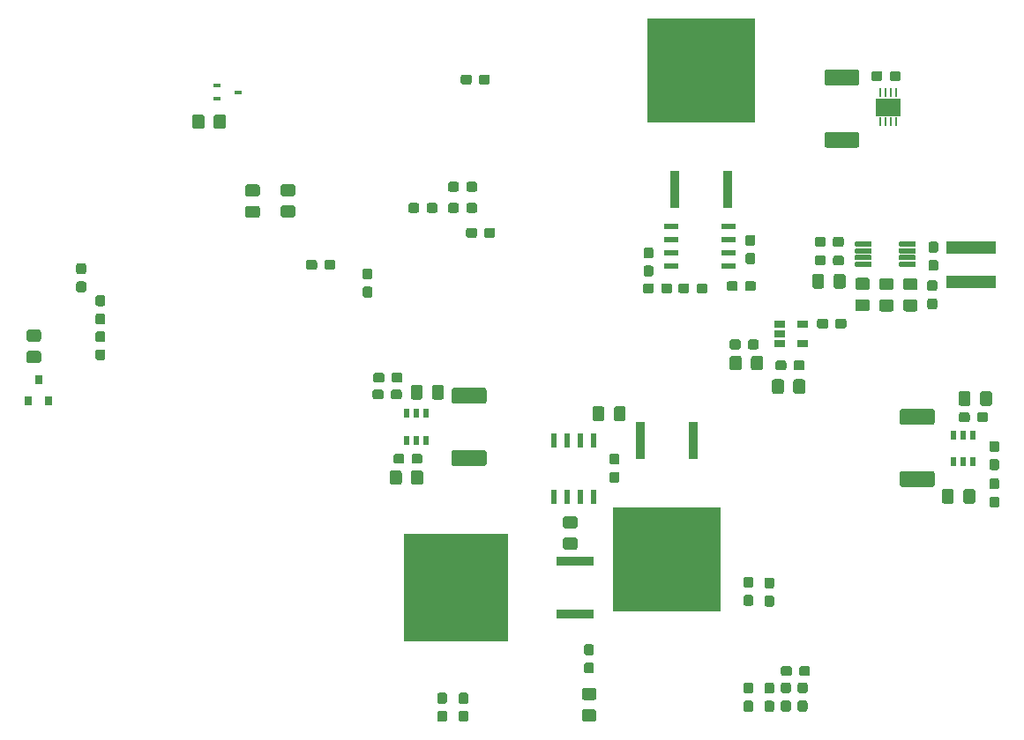
<source format=gbr>
G04 #@! TF.GenerationSoftware,KiCad,Pcbnew,5.1.5+dfsg1-2build2*
G04 #@! TF.CreationDate,2021-06-30T22:55:55+02:00*
G04 #@! TF.ProjectId,solar_mppt1,736f6c61-725f-46d7-9070-74312e6b6963,rev?*
G04 #@! TF.SameCoordinates,Original*
G04 #@! TF.FileFunction,Paste,Bot*
G04 #@! TF.FilePolarity,Positive*
%FSLAX46Y46*%
G04 Gerber Fmt 4.6, Leading zero omitted, Abs format (unit mm)*
G04 Created by KiCad (PCBNEW 5.1.5+dfsg1-2build2) date 2021-06-30 22:55:55*
%MOMM*%
%LPD*%
G04 APERTURE LIST*
%ADD10C,0.100000*%
%ADD11R,10.363200X10.109200*%
%ADD12R,0.889000X3.606800*%
%ADD13R,10.109200X10.363200*%
%ADD14R,3.606800X0.889000*%
%ADD15R,1.460500X0.533400*%
%ADD16R,0.533400X1.460500*%
%ADD17R,0.700000X0.450000*%
%ADD18R,0.558800X0.952500*%
%ADD19R,2.387600X1.651000*%
%ADD20R,0.228600X0.812800*%
%ADD21R,4.700000X1.300000*%
%ADD22R,0.800000X0.900000*%
%ADD23R,1.060000X0.650000*%
G04 APERTURE END LIST*
D10*
G36*
X62974505Y-49426204D02*
G01*
X62998773Y-49429804D01*
X63022572Y-49435765D01*
X63045671Y-49444030D01*
X63067850Y-49454520D01*
X63088893Y-49467132D01*
X63108599Y-49481747D01*
X63126777Y-49498223D01*
X63143253Y-49516401D01*
X63157868Y-49536107D01*
X63170480Y-49557150D01*
X63180970Y-49579329D01*
X63189235Y-49602428D01*
X63195196Y-49626227D01*
X63198796Y-49650495D01*
X63200000Y-49674999D01*
X63200000Y-50325001D01*
X63198796Y-50349505D01*
X63195196Y-50373773D01*
X63189235Y-50397572D01*
X63180970Y-50420671D01*
X63170480Y-50442850D01*
X63157868Y-50463893D01*
X63143253Y-50483599D01*
X63126777Y-50501777D01*
X63108599Y-50518253D01*
X63088893Y-50532868D01*
X63067850Y-50545480D01*
X63045671Y-50555970D01*
X63022572Y-50564235D01*
X62998773Y-50570196D01*
X62974505Y-50573796D01*
X62950001Y-50575000D01*
X62049999Y-50575000D01*
X62025495Y-50573796D01*
X62001227Y-50570196D01*
X61977428Y-50564235D01*
X61954329Y-50555970D01*
X61932150Y-50545480D01*
X61911107Y-50532868D01*
X61891401Y-50518253D01*
X61873223Y-50501777D01*
X61856747Y-50483599D01*
X61842132Y-50463893D01*
X61829520Y-50442850D01*
X61819030Y-50420671D01*
X61810765Y-50397572D01*
X61804804Y-50373773D01*
X61801204Y-50349505D01*
X61800000Y-50325001D01*
X61800000Y-49674999D01*
X61801204Y-49650495D01*
X61804804Y-49626227D01*
X61810765Y-49602428D01*
X61819030Y-49579329D01*
X61829520Y-49557150D01*
X61842132Y-49536107D01*
X61856747Y-49516401D01*
X61873223Y-49498223D01*
X61891401Y-49481747D01*
X61911107Y-49467132D01*
X61932150Y-49454520D01*
X61954329Y-49444030D01*
X61977428Y-49435765D01*
X62001227Y-49429804D01*
X62025495Y-49426204D01*
X62049999Y-49425000D01*
X62950001Y-49425000D01*
X62974505Y-49426204D01*
G37*
G36*
X62974505Y-51476204D02*
G01*
X62998773Y-51479804D01*
X63022572Y-51485765D01*
X63045671Y-51494030D01*
X63067850Y-51504520D01*
X63088893Y-51517132D01*
X63108599Y-51531747D01*
X63126777Y-51548223D01*
X63143253Y-51566401D01*
X63157868Y-51586107D01*
X63170480Y-51607150D01*
X63180970Y-51629329D01*
X63189235Y-51652428D01*
X63195196Y-51676227D01*
X63198796Y-51700495D01*
X63200000Y-51724999D01*
X63200000Y-52375001D01*
X63198796Y-52399505D01*
X63195196Y-52423773D01*
X63189235Y-52447572D01*
X63180970Y-52470671D01*
X63170480Y-52492850D01*
X63157868Y-52513893D01*
X63143253Y-52533599D01*
X63126777Y-52551777D01*
X63108599Y-52568253D01*
X63088893Y-52582868D01*
X63067850Y-52595480D01*
X63045671Y-52605970D01*
X63022572Y-52614235D01*
X62998773Y-52620196D01*
X62974505Y-52623796D01*
X62950001Y-52625000D01*
X62049999Y-52625000D01*
X62025495Y-52623796D01*
X62001227Y-52620196D01*
X61977428Y-52614235D01*
X61954329Y-52605970D01*
X61932150Y-52595480D01*
X61911107Y-52582868D01*
X61891401Y-52568253D01*
X61873223Y-52551777D01*
X61856747Y-52533599D01*
X61842132Y-52513893D01*
X61829520Y-52492850D01*
X61819030Y-52470671D01*
X61810765Y-52447572D01*
X61804804Y-52423773D01*
X61801204Y-52399505D01*
X61800000Y-52375001D01*
X61800000Y-51724999D01*
X61801204Y-51700495D01*
X61804804Y-51676227D01*
X61810765Y-51652428D01*
X61819030Y-51629329D01*
X61829520Y-51607150D01*
X61842132Y-51586107D01*
X61856747Y-51566401D01*
X61873223Y-51548223D01*
X61891401Y-51531747D01*
X61911107Y-51517132D01*
X61932150Y-51504520D01*
X61954329Y-51494030D01*
X61977428Y-51485765D01*
X62001227Y-51479804D01*
X62025495Y-51476204D01*
X62049999Y-51475000D01*
X62950001Y-51475000D01*
X62974505Y-51476204D01*
G37*
G36*
X62760779Y-46976144D02*
G01*
X62783834Y-46979563D01*
X62806443Y-46985227D01*
X62828387Y-46993079D01*
X62849457Y-47003044D01*
X62869448Y-47015026D01*
X62888168Y-47028910D01*
X62905438Y-47044562D01*
X62921090Y-47061832D01*
X62934974Y-47080552D01*
X62946956Y-47100543D01*
X62956921Y-47121613D01*
X62964773Y-47143557D01*
X62970437Y-47166166D01*
X62973856Y-47189221D01*
X62975000Y-47212500D01*
X62975000Y-47787500D01*
X62973856Y-47810779D01*
X62970437Y-47833834D01*
X62964773Y-47856443D01*
X62956921Y-47878387D01*
X62946956Y-47899457D01*
X62934974Y-47919448D01*
X62921090Y-47938168D01*
X62905438Y-47955438D01*
X62888168Y-47971090D01*
X62869448Y-47984974D01*
X62849457Y-47996956D01*
X62828387Y-48006921D01*
X62806443Y-48014773D01*
X62783834Y-48020437D01*
X62760779Y-48023856D01*
X62737500Y-48025000D01*
X62262500Y-48025000D01*
X62239221Y-48023856D01*
X62216166Y-48020437D01*
X62193557Y-48014773D01*
X62171613Y-48006921D01*
X62150543Y-47996956D01*
X62130552Y-47984974D01*
X62111832Y-47971090D01*
X62094562Y-47955438D01*
X62078910Y-47938168D01*
X62065026Y-47919448D01*
X62053044Y-47899457D01*
X62043079Y-47878387D01*
X62035227Y-47856443D01*
X62029563Y-47833834D01*
X62026144Y-47810779D01*
X62025000Y-47787500D01*
X62025000Y-47212500D01*
X62026144Y-47189221D01*
X62029563Y-47166166D01*
X62035227Y-47143557D01*
X62043079Y-47121613D01*
X62053044Y-47100543D01*
X62065026Y-47080552D01*
X62078910Y-47061832D01*
X62094562Y-47044562D01*
X62111832Y-47028910D01*
X62130552Y-47015026D01*
X62150543Y-47003044D01*
X62171613Y-46993079D01*
X62193557Y-46985227D01*
X62216166Y-46979563D01*
X62239221Y-46976144D01*
X62262500Y-46975000D01*
X62737500Y-46975000D01*
X62760779Y-46976144D01*
G37*
G36*
X62760779Y-45226144D02*
G01*
X62783834Y-45229563D01*
X62806443Y-45235227D01*
X62828387Y-45243079D01*
X62849457Y-45253044D01*
X62869448Y-45265026D01*
X62888168Y-45278910D01*
X62905438Y-45294562D01*
X62921090Y-45311832D01*
X62934974Y-45330552D01*
X62946956Y-45350543D01*
X62956921Y-45371613D01*
X62964773Y-45393557D01*
X62970437Y-45416166D01*
X62973856Y-45439221D01*
X62975000Y-45462500D01*
X62975000Y-46037500D01*
X62973856Y-46060779D01*
X62970437Y-46083834D01*
X62964773Y-46106443D01*
X62956921Y-46128387D01*
X62946956Y-46149457D01*
X62934974Y-46169448D01*
X62921090Y-46188168D01*
X62905438Y-46205438D01*
X62888168Y-46221090D01*
X62869448Y-46234974D01*
X62849457Y-46246956D01*
X62828387Y-46256921D01*
X62806443Y-46264773D01*
X62783834Y-46270437D01*
X62760779Y-46273856D01*
X62737500Y-46275000D01*
X62262500Y-46275000D01*
X62239221Y-46273856D01*
X62216166Y-46270437D01*
X62193557Y-46264773D01*
X62171613Y-46256921D01*
X62150543Y-46246956D01*
X62130552Y-46234974D01*
X62111832Y-46221090D01*
X62094562Y-46205438D01*
X62078910Y-46188168D01*
X62065026Y-46169448D01*
X62053044Y-46149457D01*
X62043079Y-46128387D01*
X62035227Y-46106443D01*
X62029563Y-46083834D01*
X62026144Y-46060779D01*
X62025000Y-46037500D01*
X62025000Y-45462500D01*
X62026144Y-45439221D01*
X62029563Y-45416166D01*
X62035227Y-45393557D01*
X62043079Y-45371613D01*
X62053044Y-45350543D01*
X62065026Y-45330552D01*
X62078910Y-45311832D01*
X62094562Y-45294562D01*
X62111832Y-45278910D01*
X62130552Y-45265026D01*
X62150543Y-45253044D01*
X62171613Y-45243079D01*
X62193557Y-45235227D01*
X62216166Y-45229563D01*
X62239221Y-45226144D01*
X62262500Y-45225000D01*
X62737500Y-45225000D01*
X62760779Y-45226144D01*
G37*
G36*
X14010779Y-10351144D02*
G01*
X14033834Y-10354563D01*
X14056443Y-10360227D01*
X14078387Y-10368079D01*
X14099457Y-10378044D01*
X14119448Y-10390026D01*
X14138168Y-10403910D01*
X14155438Y-10419562D01*
X14171090Y-10436832D01*
X14184974Y-10455552D01*
X14196956Y-10475543D01*
X14206921Y-10496613D01*
X14214773Y-10518557D01*
X14220437Y-10541166D01*
X14223856Y-10564221D01*
X14225000Y-10587500D01*
X14225000Y-11162500D01*
X14223856Y-11185779D01*
X14220437Y-11208834D01*
X14214773Y-11231443D01*
X14206921Y-11253387D01*
X14196956Y-11274457D01*
X14184974Y-11294448D01*
X14171090Y-11313168D01*
X14155438Y-11330438D01*
X14138168Y-11346090D01*
X14119448Y-11359974D01*
X14099457Y-11371956D01*
X14078387Y-11381921D01*
X14056443Y-11389773D01*
X14033834Y-11395437D01*
X14010779Y-11398856D01*
X13987500Y-11400000D01*
X13512500Y-11400000D01*
X13489221Y-11398856D01*
X13466166Y-11395437D01*
X13443557Y-11389773D01*
X13421613Y-11381921D01*
X13400543Y-11371956D01*
X13380552Y-11359974D01*
X13361832Y-11346090D01*
X13344562Y-11330438D01*
X13328910Y-11313168D01*
X13315026Y-11294448D01*
X13303044Y-11274457D01*
X13293079Y-11253387D01*
X13285227Y-11231443D01*
X13279563Y-11208834D01*
X13276144Y-11185779D01*
X13275000Y-11162500D01*
X13275000Y-10587500D01*
X13276144Y-10564221D01*
X13279563Y-10541166D01*
X13285227Y-10518557D01*
X13293079Y-10496613D01*
X13303044Y-10475543D01*
X13315026Y-10455552D01*
X13328910Y-10436832D01*
X13344562Y-10419562D01*
X13361832Y-10403910D01*
X13380552Y-10390026D01*
X13400543Y-10378044D01*
X13421613Y-10368079D01*
X13443557Y-10360227D01*
X13466166Y-10354563D01*
X13489221Y-10351144D01*
X13512500Y-10350000D01*
X13987500Y-10350000D01*
X14010779Y-10351144D01*
G37*
G36*
X14010779Y-8601144D02*
G01*
X14033834Y-8604563D01*
X14056443Y-8610227D01*
X14078387Y-8618079D01*
X14099457Y-8628044D01*
X14119448Y-8640026D01*
X14138168Y-8653910D01*
X14155438Y-8669562D01*
X14171090Y-8686832D01*
X14184974Y-8705552D01*
X14196956Y-8725543D01*
X14206921Y-8746613D01*
X14214773Y-8768557D01*
X14220437Y-8791166D01*
X14223856Y-8814221D01*
X14225000Y-8837500D01*
X14225000Y-9412500D01*
X14223856Y-9435779D01*
X14220437Y-9458834D01*
X14214773Y-9481443D01*
X14206921Y-9503387D01*
X14196956Y-9524457D01*
X14184974Y-9544448D01*
X14171090Y-9563168D01*
X14155438Y-9580438D01*
X14138168Y-9596090D01*
X14119448Y-9609974D01*
X14099457Y-9621956D01*
X14078387Y-9631921D01*
X14056443Y-9639773D01*
X14033834Y-9645437D01*
X14010779Y-9648856D01*
X13987500Y-9650000D01*
X13512500Y-9650000D01*
X13489221Y-9648856D01*
X13466166Y-9645437D01*
X13443557Y-9639773D01*
X13421613Y-9631921D01*
X13400543Y-9621956D01*
X13380552Y-9609974D01*
X13361832Y-9596090D01*
X13344562Y-9580438D01*
X13328910Y-9563168D01*
X13315026Y-9544448D01*
X13303044Y-9524457D01*
X13293079Y-9503387D01*
X13285227Y-9481443D01*
X13279563Y-9458834D01*
X13276144Y-9435779D01*
X13275000Y-9412500D01*
X13275000Y-8837500D01*
X13276144Y-8814221D01*
X13279563Y-8791166D01*
X13285227Y-8768557D01*
X13293079Y-8746613D01*
X13303044Y-8725543D01*
X13315026Y-8705552D01*
X13328910Y-8686832D01*
X13344562Y-8669562D01*
X13361832Y-8653910D01*
X13380552Y-8640026D01*
X13400543Y-8628044D01*
X13421613Y-8618079D01*
X13443557Y-8610227D01*
X13466166Y-8604563D01*
X13489221Y-8601144D01*
X13512500Y-8600000D01*
X13987500Y-8600000D01*
X14010779Y-8601144D01*
G37*
D11*
X73260000Y9966000D03*
D12*
X70720000Y-1464000D03*
X75800000Y-1464000D03*
D13*
X49700000Y-39800000D03*
D14*
X61130000Y-42340000D03*
X61130000Y-37260000D03*
D11*
X69950000Y-37078000D03*
D12*
X72490000Y-25648000D03*
X67410000Y-25648000D03*
D10*
G36*
X93762252Y-8455602D02*
G01*
X93774386Y-8457402D01*
X93786286Y-8460382D01*
X93797835Y-8464515D01*
X93808925Y-8469760D01*
X93819446Y-8476066D01*
X93829299Y-8483374D01*
X93838388Y-8491612D01*
X93846626Y-8500701D01*
X93853934Y-8510554D01*
X93860240Y-8521075D01*
X93865485Y-8532165D01*
X93869618Y-8543714D01*
X93872598Y-8555614D01*
X93874398Y-8567748D01*
X93875000Y-8580000D01*
X93875000Y-8830000D01*
X93874398Y-8842252D01*
X93872598Y-8854386D01*
X93869618Y-8866286D01*
X93865485Y-8877835D01*
X93860240Y-8888925D01*
X93853934Y-8899446D01*
X93846626Y-8909299D01*
X93838388Y-8918388D01*
X93829299Y-8926626D01*
X93819446Y-8933934D01*
X93808925Y-8940240D01*
X93797835Y-8945485D01*
X93786286Y-8949618D01*
X93774386Y-8952598D01*
X93762252Y-8954398D01*
X93750000Y-8955000D01*
X92375000Y-8955000D01*
X92362748Y-8954398D01*
X92350614Y-8952598D01*
X92338714Y-8949618D01*
X92327165Y-8945485D01*
X92316075Y-8940240D01*
X92305554Y-8933934D01*
X92295701Y-8926626D01*
X92286612Y-8918388D01*
X92278374Y-8909299D01*
X92271066Y-8899446D01*
X92264760Y-8888925D01*
X92259515Y-8877835D01*
X92255382Y-8866286D01*
X92252402Y-8854386D01*
X92250602Y-8842252D01*
X92250000Y-8830000D01*
X92250000Y-8580000D01*
X92250602Y-8567748D01*
X92252402Y-8555614D01*
X92255382Y-8543714D01*
X92259515Y-8532165D01*
X92264760Y-8521075D01*
X92271066Y-8510554D01*
X92278374Y-8500701D01*
X92286612Y-8491612D01*
X92295701Y-8483374D01*
X92305554Y-8476066D01*
X92316075Y-8469760D01*
X92327165Y-8464515D01*
X92338714Y-8460382D01*
X92350614Y-8457402D01*
X92362748Y-8455602D01*
X92375000Y-8455000D01*
X93750000Y-8455000D01*
X93762252Y-8455602D01*
G37*
G36*
X93762252Y-7805602D02*
G01*
X93774386Y-7807402D01*
X93786286Y-7810382D01*
X93797835Y-7814515D01*
X93808925Y-7819760D01*
X93819446Y-7826066D01*
X93829299Y-7833374D01*
X93838388Y-7841612D01*
X93846626Y-7850701D01*
X93853934Y-7860554D01*
X93860240Y-7871075D01*
X93865485Y-7882165D01*
X93869618Y-7893714D01*
X93872598Y-7905614D01*
X93874398Y-7917748D01*
X93875000Y-7930000D01*
X93875000Y-8180000D01*
X93874398Y-8192252D01*
X93872598Y-8204386D01*
X93869618Y-8216286D01*
X93865485Y-8227835D01*
X93860240Y-8238925D01*
X93853934Y-8249446D01*
X93846626Y-8259299D01*
X93838388Y-8268388D01*
X93829299Y-8276626D01*
X93819446Y-8283934D01*
X93808925Y-8290240D01*
X93797835Y-8295485D01*
X93786286Y-8299618D01*
X93774386Y-8302598D01*
X93762252Y-8304398D01*
X93750000Y-8305000D01*
X92375000Y-8305000D01*
X92362748Y-8304398D01*
X92350614Y-8302598D01*
X92338714Y-8299618D01*
X92327165Y-8295485D01*
X92316075Y-8290240D01*
X92305554Y-8283934D01*
X92295701Y-8276626D01*
X92286612Y-8268388D01*
X92278374Y-8259299D01*
X92271066Y-8249446D01*
X92264760Y-8238925D01*
X92259515Y-8227835D01*
X92255382Y-8216286D01*
X92252402Y-8204386D01*
X92250602Y-8192252D01*
X92250000Y-8180000D01*
X92250000Y-7930000D01*
X92250602Y-7917748D01*
X92252402Y-7905614D01*
X92255382Y-7893714D01*
X92259515Y-7882165D01*
X92264760Y-7871075D01*
X92271066Y-7860554D01*
X92278374Y-7850701D01*
X92286612Y-7841612D01*
X92295701Y-7833374D01*
X92305554Y-7826066D01*
X92316075Y-7819760D01*
X92327165Y-7814515D01*
X92338714Y-7810382D01*
X92350614Y-7807402D01*
X92362748Y-7805602D01*
X92375000Y-7805000D01*
X93750000Y-7805000D01*
X93762252Y-7805602D01*
G37*
G36*
X93762252Y-7155602D02*
G01*
X93774386Y-7157402D01*
X93786286Y-7160382D01*
X93797835Y-7164515D01*
X93808925Y-7169760D01*
X93819446Y-7176066D01*
X93829299Y-7183374D01*
X93838388Y-7191612D01*
X93846626Y-7200701D01*
X93853934Y-7210554D01*
X93860240Y-7221075D01*
X93865485Y-7232165D01*
X93869618Y-7243714D01*
X93872598Y-7255614D01*
X93874398Y-7267748D01*
X93875000Y-7280000D01*
X93875000Y-7530000D01*
X93874398Y-7542252D01*
X93872598Y-7554386D01*
X93869618Y-7566286D01*
X93865485Y-7577835D01*
X93860240Y-7588925D01*
X93853934Y-7599446D01*
X93846626Y-7609299D01*
X93838388Y-7618388D01*
X93829299Y-7626626D01*
X93819446Y-7633934D01*
X93808925Y-7640240D01*
X93797835Y-7645485D01*
X93786286Y-7649618D01*
X93774386Y-7652598D01*
X93762252Y-7654398D01*
X93750000Y-7655000D01*
X92375000Y-7655000D01*
X92362748Y-7654398D01*
X92350614Y-7652598D01*
X92338714Y-7649618D01*
X92327165Y-7645485D01*
X92316075Y-7640240D01*
X92305554Y-7633934D01*
X92295701Y-7626626D01*
X92286612Y-7618388D01*
X92278374Y-7609299D01*
X92271066Y-7599446D01*
X92264760Y-7588925D01*
X92259515Y-7577835D01*
X92255382Y-7566286D01*
X92252402Y-7554386D01*
X92250602Y-7542252D01*
X92250000Y-7530000D01*
X92250000Y-7280000D01*
X92250602Y-7267748D01*
X92252402Y-7255614D01*
X92255382Y-7243714D01*
X92259515Y-7232165D01*
X92264760Y-7221075D01*
X92271066Y-7210554D01*
X92278374Y-7200701D01*
X92286612Y-7191612D01*
X92295701Y-7183374D01*
X92305554Y-7176066D01*
X92316075Y-7169760D01*
X92327165Y-7164515D01*
X92338714Y-7160382D01*
X92350614Y-7157402D01*
X92362748Y-7155602D01*
X92375000Y-7155000D01*
X93750000Y-7155000D01*
X93762252Y-7155602D01*
G37*
G36*
X93762252Y-6505602D02*
G01*
X93774386Y-6507402D01*
X93786286Y-6510382D01*
X93797835Y-6514515D01*
X93808925Y-6519760D01*
X93819446Y-6526066D01*
X93829299Y-6533374D01*
X93838388Y-6541612D01*
X93846626Y-6550701D01*
X93853934Y-6560554D01*
X93860240Y-6571075D01*
X93865485Y-6582165D01*
X93869618Y-6593714D01*
X93872598Y-6605614D01*
X93874398Y-6617748D01*
X93875000Y-6630000D01*
X93875000Y-6880000D01*
X93874398Y-6892252D01*
X93872598Y-6904386D01*
X93869618Y-6916286D01*
X93865485Y-6927835D01*
X93860240Y-6938925D01*
X93853934Y-6949446D01*
X93846626Y-6959299D01*
X93838388Y-6968388D01*
X93829299Y-6976626D01*
X93819446Y-6983934D01*
X93808925Y-6990240D01*
X93797835Y-6995485D01*
X93786286Y-6999618D01*
X93774386Y-7002598D01*
X93762252Y-7004398D01*
X93750000Y-7005000D01*
X92375000Y-7005000D01*
X92362748Y-7004398D01*
X92350614Y-7002598D01*
X92338714Y-6999618D01*
X92327165Y-6995485D01*
X92316075Y-6990240D01*
X92305554Y-6983934D01*
X92295701Y-6976626D01*
X92286612Y-6968388D01*
X92278374Y-6959299D01*
X92271066Y-6949446D01*
X92264760Y-6938925D01*
X92259515Y-6927835D01*
X92255382Y-6916286D01*
X92252402Y-6904386D01*
X92250602Y-6892252D01*
X92250000Y-6880000D01*
X92250000Y-6630000D01*
X92250602Y-6617748D01*
X92252402Y-6605614D01*
X92255382Y-6593714D01*
X92259515Y-6582165D01*
X92264760Y-6571075D01*
X92271066Y-6560554D01*
X92278374Y-6550701D01*
X92286612Y-6541612D01*
X92295701Y-6533374D01*
X92305554Y-6526066D01*
X92316075Y-6519760D01*
X92327165Y-6514515D01*
X92338714Y-6510382D01*
X92350614Y-6507402D01*
X92362748Y-6505602D01*
X92375000Y-6505000D01*
X93750000Y-6505000D01*
X93762252Y-6505602D01*
G37*
G36*
X89537252Y-6505602D02*
G01*
X89549386Y-6507402D01*
X89561286Y-6510382D01*
X89572835Y-6514515D01*
X89583925Y-6519760D01*
X89594446Y-6526066D01*
X89604299Y-6533374D01*
X89613388Y-6541612D01*
X89621626Y-6550701D01*
X89628934Y-6560554D01*
X89635240Y-6571075D01*
X89640485Y-6582165D01*
X89644618Y-6593714D01*
X89647598Y-6605614D01*
X89649398Y-6617748D01*
X89650000Y-6630000D01*
X89650000Y-6880000D01*
X89649398Y-6892252D01*
X89647598Y-6904386D01*
X89644618Y-6916286D01*
X89640485Y-6927835D01*
X89635240Y-6938925D01*
X89628934Y-6949446D01*
X89621626Y-6959299D01*
X89613388Y-6968388D01*
X89604299Y-6976626D01*
X89594446Y-6983934D01*
X89583925Y-6990240D01*
X89572835Y-6995485D01*
X89561286Y-6999618D01*
X89549386Y-7002598D01*
X89537252Y-7004398D01*
X89525000Y-7005000D01*
X88150000Y-7005000D01*
X88137748Y-7004398D01*
X88125614Y-7002598D01*
X88113714Y-6999618D01*
X88102165Y-6995485D01*
X88091075Y-6990240D01*
X88080554Y-6983934D01*
X88070701Y-6976626D01*
X88061612Y-6968388D01*
X88053374Y-6959299D01*
X88046066Y-6949446D01*
X88039760Y-6938925D01*
X88034515Y-6927835D01*
X88030382Y-6916286D01*
X88027402Y-6904386D01*
X88025602Y-6892252D01*
X88025000Y-6880000D01*
X88025000Y-6630000D01*
X88025602Y-6617748D01*
X88027402Y-6605614D01*
X88030382Y-6593714D01*
X88034515Y-6582165D01*
X88039760Y-6571075D01*
X88046066Y-6560554D01*
X88053374Y-6550701D01*
X88061612Y-6541612D01*
X88070701Y-6533374D01*
X88080554Y-6526066D01*
X88091075Y-6519760D01*
X88102165Y-6514515D01*
X88113714Y-6510382D01*
X88125614Y-6507402D01*
X88137748Y-6505602D01*
X88150000Y-6505000D01*
X89525000Y-6505000D01*
X89537252Y-6505602D01*
G37*
G36*
X89537252Y-7155602D02*
G01*
X89549386Y-7157402D01*
X89561286Y-7160382D01*
X89572835Y-7164515D01*
X89583925Y-7169760D01*
X89594446Y-7176066D01*
X89604299Y-7183374D01*
X89613388Y-7191612D01*
X89621626Y-7200701D01*
X89628934Y-7210554D01*
X89635240Y-7221075D01*
X89640485Y-7232165D01*
X89644618Y-7243714D01*
X89647598Y-7255614D01*
X89649398Y-7267748D01*
X89650000Y-7280000D01*
X89650000Y-7530000D01*
X89649398Y-7542252D01*
X89647598Y-7554386D01*
X89644618Y-7566286D01*
X89640485Y-7577835D01*
X89635240Y-7588925D01*
X89628934Y-7599446D01*
X89621626Y-7609299D01*
X89613388Y-7618388D01*
X89604299Y-7626626D01*
X89594446Y-7633934D01*
X89583925Y-7640240D01*
X89572835Y-7645485D01*
X89561286Y-7649618D01*
X89549386Y-7652598D01*
X89537252Y-7654398D01*
X89525000Y-7655000D01*
X88150000Y-7655000D01*
X88137748Y-7654398D01*
X88125614Y-7652598D01*
X88113714Y-7649618D01*
X88102165Y-7645485D01*
X88091075Y-7640240D01*
X88080554Y-7633934D01*
X88070701Y-7626626D01*
X88061612Y-7618388D01*
X88053374Y-7609299D01*
X88046066Y-7599446D01*
X88039760Y-7588925D01*
X88034515Y-7577835D01*
X88030382Y-7566286D01*
X88027402Y-7554386D01*
X88025602Y-7542252D01*
X88025000Y-7530000D01*
X88025000Y-7280000D01*
X88025602Y-7267748D01*
X88027402Y-7255614D01*
X88030382Y-7243714D01*
X88034515Y-7232165D01*
X88039760Y-7221075D01*
X88046066Y-7210554D01*
X88053374Y-7200701D01*
X88061612Y-7191612D01*
X88070701Y-7183374D01*
X88080554Y-7176066D01*
X88091075Y-7169760D01*
X88102165Y-7164515D01*
X88113714Y-7160382D01*
X88125614Y-7157402D01*
X88137748Y-7155602D01*
X88150000Y-7155000D01*
X89525000Y-7155000D01*
X89537252Y-7155602D01*
G37*
G36*
X89537252Y-7805602D02*
G01*
X89549386Y-7807402D01*
X89561286Y-7810382D01*
X89572835Y-7814515D01*
X89583925Y-7819760D01*
X89594446Y-7826066D01*
X89604299Y-7833374D01*
X89613388Y-7841612D01*
X89621626Y-7850701D01*
X89628934Y-7860554D01*
X89635240Y-7871075D01*
X89640485Y-7882165D01*
X89644618Y-7893714D01*
X89647598Y-7905614D01*
X89649398Y-7917748D01*
X89650000Y-7930000D01*
X89650000Y-8180000D01*
X89649398Y-8192252D01*
X89647598Y-8204386D01*
X89644618Y-8216286D01*
X89640485Y-8227835D01*
X89635240Y-8238925D01*
X89628934Y-8249446D01*
X89621626Y-8259299D01*
X89613388Y-8268388D01*
X89604299Y-8276626D01*
X89594446Y-8283934D01*
X89583925Y-8290240D01*
X89572835Y-8295485D01*
X89561286Y-8299618D01*
X89549386Y-8302598D01*
X89537252Y-8304398D01*
X89525000Y-8305000D01*
X88150000Y-8305000D01*
X88137748Y-8304398D01*
X88125614Y-8302598D01*
X88113714Y-8299618D01*
X88102165Y-8295485D01*
X88091075Y-8290240D01*
X88080554Y-8283934D01*
X88070701Y-8276626D01*
X88061612Y-8268388D01*
X88053374Y-8259299D01*
X88046066Y-8249446D01*
X88039760Y-8238925D01*
X88034515Y-8227835D01*
X88030382Y-8216286D01*
X88027402Y-8204386D01*
X88025602Y-8192252D01*
X88025000Y-8180000D01*
X88025000Y-7930000D01*
X88025602Y-7917748D01*
X88027402Y-7905614D01*
X88030382Y-7893714D01*
X88034515Y-7882165D01*
X88039760Y-7871075D01*
X88046066Y-7860554D01*
X88053374Y-7850701D01*
X88061612Y-7841612D01*
X88070701Y-7833374D01*
X88080554Y-7826066D01*
X88091075Y-7819760D01*
X88102165Y-7814515D01*
X88113714Y-7810382D01*
X88125614Y-7807402D01*
X88137748Y-7805602D01*
X88150000Y-7805000D01*
X89525000Y-7805000D01*
X89537252Y-7805602D01*
G37*
G36*
X89537252Y-8455602D02*
G01*
X89549386Y-8457402D01*
X89561286Y-8460382D01*
X89572835Y-8464515D01*
X89583925Y-8469760D01*
X89594446Y-8476066D01*
X89604299Y-8483374D01*
X89613388Y-8491612D01*
X89621626Y-8500701D01*
X89628934Y-8510554D01*
X89635240Y-8521075D01*
X89640485Y-8532165D01*
X89644618Y-8543714D01*
X89647598Y-8555614D01*
X89649398Y-8567748D01*
X89650000Y-8580000D01*
X89650000Y-8830000D01*
X89649398Y-8842252D01*
X89647598Y-8854386D01*
X89644618Y-8866286D01*
X89640485Y-8877835D01*
X89635240Y-8888925D01*
X89628934Y-8899446D01*
X89621626Y-8909299D01*
X89613388Y-8918388D01*
X89604299Y-8926626D01*
X89594446Y-8933934D01*
X89583925Y-8940240D01*
X89572835Y-8945485D01*
X89561286Y-8949618D01*
X89549386Y-8952598D01*
X89537252Y-8954398D01*
X89525000Y-8955000D01*
X88150000Y-8955000D01*
X88137748Y-8954398D01*
X88125614Y-8952598D01*
X88113714Y-8949618D01*
X88102165Y-8945485D01*
X88091075Y-8940240D01*
X88080554Y-8933934D01*
X88070701Y-8926626D01*
X88061612Y-8918388D01*
X88053374Y-8909299D01*
X88046066Y-8899446D01*
X88039760Y-8888925D01*
X88034515Y-8877835D01*
X88030382Y-8866286D01*
X88027402Y-8854386D01*
X88025602Y-8842252D01*
X88025000Y-8830000D01*
X88025000Y-8580000D01*
X88025602Y-8567748D01*
X88027402Y-8555614D01*
X88030382Y-8543714D01*
X88034515Y-8532165D01*
X88039760Y-8521075D01*
X88046066Y-8510554D01*
X88053374Y-8500701D01*
X88061612Y-8491612D01*
X88070701Y-8483374D01*
X88080554Y-8476066D01*
X88091075Y-8469760D01*
X88102165Y-8464515D01*
X88113714Y-8460382D01*
X88125614Y-8457402D01*
X88137748Y-8455602D01*
X88150000Y-8455000D01*
X89525000Y-8455000D01*
X89537252Y-8455602D01*
G37*
G36*
X91524505Y-10031204D02*
G01*
X91548773Y-10034804D01*
X91572572Y-10040765D01*
X91595671Y-10049030D01*
X91617850Y-10059520D01*
X91638893Y-10072132D01*
X91658599Y-10086747D01*
X91676777Y-10103223D01*
X91693253Y-10121401D01*
X91707868Y-10141107D01*
X91720480Y-10162150D01*
X91730970Y-10184329D01*
X91739235Y-10207428D01*
X91745196Y-10231227D01*
X91748796Y-10255495D01*
X91750000Y-10279999D01*
X91750000Y-10930001D01*
X91748796Y-10954505D01*
X91745196Y-10978773D01*
X91739235Y-11002572D01*
X91730970Y-11025671D01*
X91720480Y-11047850D01*
X91707868Y-11068893D01*
X91693253Y-11088599D01*
X91676777Y-11106777D01*
X91658599Y-11123253D01*
X91638893Y-11137868D01*
X91617850Y-11150480D01*
X91595671Y-11160970D01*
X91572572Y-11169235D01*
X91548773Y-11175196D01*
X91524505Y-11178796D01*
X91500001Y-11180000D01*
X90599999Y-11180000D01*
X90575495Y-11178796D01*
X90551227Y-11175196D01*
X90527428Y-11169235D01*
X90504329Y-11160970D01*
X90482150Y-11150480D01*
X90461107Y-11137868D01*
X90441401Y-11123253D01*
X90423223Y-11106777D01*
X90406747Y-11088599D01*
X90392132Y-11068893D01*
X90379520Y-11047850D01*
X90369030Y-11025671D01*
X90360765Y-11002572D01*
X90354804Y-10978773D01*
X90351204Y-10954505D01*
X90350000Y-10930001D01*
X90350000Y-10279999D01*
X90351204Y-10255495D01*
X90354804Y-10231227D01*
X90360765Y-10207428D01*
X90369030Y-10184329D01*
X90379520Y-10162150D01*
X90392132Y-10141107D01*
X90406747Y-10121401D01*
X90423223Y-10103223D01*
X90441401Y-10086747D01*
X90461107Y-10072132D01*
X90482150Y-10059520D01*
X90504329Y-10049030D01*
X90527428Y-10040765D01*
X90551227Y-10034804D01*
X90575495Y-10031204D01*
X90599999Y-10030000D01*
X91500001Y-10030000D01*
X91524505Y-10031204D01*
G37*
G36*
X91524505Y-12081204D02*
G01*
X91548773Y-12084804D01*
X91572572Y-12090765D01*
X91595671Y-12099030D01*
X91617850Y-12109520D01*
X91638893Y-12122132D01*
X91658599Y-12136747D01*
X91676777Y-12153223D01*
X91693253Y-12171401D01*
X91707868Y-12191107D01*
X91720480Y-12212150D01*
X91730970Y-12234329D01*
X91739235Y-12257428D01*
X91745196Y-12281227D01*
X91748796Y-12305495D01*
X91750000Y-12329999D01*
X91750000Y-12980001D01*
X91748796Y-13004505D01*
X91745196Y-13028773D01*
X91739235Y-13052572D01*
X91730970Y-13075671D01*
X91720480Y-13097850D01*
X91707868Y-13118893D01*
X91693253Y-13138599D01*
X91676777Y-13156777D01*
X91658599Y-13173253D01*
X91638893Y-13187868D01*
X91617850Y-13200480D01*
X91595671Y-13210970D01*
X91572572Y-13219235D01*
X91548773Y-13225196D01*
X91524505Y-13228796D01*
X91500001Y-13230000D01*
X90599999Y-13230000D01*
X90575495Y-13228796D01*
X90551227Y-13225196D01*
X90527428Y-13219235D01*
X90504329Y-13210970D01*
X90482150Y-13200480D01*
X90461107Y-13187868D01*
X90441401Y-13173253D01*
X90423223Y-13156777D01*
X90406747Y-13138599D01*
X90392132Y-13118893D01*
X90379520Y-13097850D01*
X90369030Y-13075671D01*
X90360765Y-13052572D01*
X90354804Y-13028773D01*
X90351204Y-13004505D01*
X90350000Y-12980001D01*
X90350000Y-12329999D01*
X90351204Y-12305495D01*
X90354804Y-12281227D01*
X90360765Y-12257428D01*
X90369030Y-12234329D01*
X90379520Y-12212150D01*
X90392132Y-12191107D01*
X90406747Y-12171401D01*
X90423223Y-12153223D01*
X90441401Y-12136747D01*
X90461107Y-12122132D01*
X90482150Y-12109520D01*
X90504329Y-12099030D01*
X90527428Y-12090765D01*
X90551227Y-12084804D01*
X90575495Y-12081204D01*
X90599999Y-12080000D01*
X91500001Y-12080000D01*
X91524505Y-12081204D01*
G37*
G36*
X95810779Y-6531144D02*
G01*
X95833834Y-6534563D01*
X95856443Y-6540227D01*
X95878387Y-6548079D01*
X95899457Y-6558044D01*
X95919448Y-6570026D01*
X95938168Y-6583910D01*
X95955438Y-6599562D01*
X95971090Y-6616832D01*
X95984974Y-6635552D01*
X95996956Y-6655543D01*
X96006921Y-6676613D01*
X96014773Y-6698557D01*
X96020437Y-6721166D01*
X96023856Y-6744221D01*
X96025000Y-6767500D01*
X96025000Y-7342500D01*
X96023856Y-7365779D01*
X96020437Y-7388834D01*
X96014773Y-7411443D01*
X96006921Y-7433387D01*
X95996956Y-7454457D01*
X95984974Y-7474448D01*
X95971090Y-7493168D01*
X95955438Y-7510438D01*
X95938168Y-7526090D01*
X95919448Y-7539974D01*
X95899457Y-7551956D01*
X95878387Y-7561921D01*
X95856443Y-7569773D01*
X95833834Y-7575437D01*
X95810779Y-7578856D01*
X95787500Y-7580000D01*
X95312500Y-7580000D01*
X95289221Y-7578856D01*
X95266166Y-7575437D01*
X95243557Y-7569773D01*
X95221613Y-7561921D01*
X95200543Y-7551956D01*
X95180552Y-7539974D01*
X95161832Y-7526090D01*
X95144562Y-7510438D01*
X95128910Y-7493168D01*
X95115026Y-7474448D01*
X95103044Y-7454457D01*
X95093079Y-7433387D01*
X95085227Y-7411443D01*
X95079563Y-7388834D01*
X95076144Y-7365779D01*
X95075000Y-7342500D01*
X95075000Y-6767500D01*
X95076144Y-6744221D01*
X95079563Y-6721166D01*
X95085227Y-6698557D01*
X95093079Y-6676613D01*
X95103044Y-6655543D01*
X95115026Y-6635552D01*
X95128910Y-6616832D01*
X95144562Y-6599562D01*
X95161832Y-6583910D01*
X95180552Y-6570026D01*
X95200543Y-6558044D01*
X95221613Y-6548079D01*
X95243557Y-6540227D01*
X95266166Y-6534563D01*
X95289221Y-6531144D01*
X95312500Y-6530000D01*
X95787500Y-6530000D01*
X95810779Y-6531144D01*
G37*
G36*
X95810779Y-8281144D02*
G01*
X95833834Y-8284563D01*
X95856443Y-8290227D01*
X95878387Y-8298079D01*
X95899457Y-8308044D01*
X95919448Y-8320026D01*
X95938168Y-8333910D01*
X95955438Y-8349562D01*
X95971090Y-8366832D01*
X95984974Y-8385552D01*
X95996956Y-8405543D01*
X96006921Y-8426613D01*
X96014773Y-8448557D01*
X96020437Y-8471166D01*
X96023856Y-8494221D01*
X96025000Y-8517500D01*
X96025000Y-9092500D01*
X96023856Y-9115779D01*
X96020437Y-9138834D01*
X96014773Y-9161443D01*
X96006921Y-9183387D01*
X95996956Y-9204457D01*
X95984974Y-9224448D01*
X95971090Y-9243168D01*
X95955438Y-9260438D01*
X95938168Y-9276090D01*
X95919448Y-9289974D01*
X95899457Y-9301956D01*
X95878387Y-9311921D01*
X95856443Y-9319773D01*
X95833834Y-9325437D01*
X95810779Y-9328856D01*
X95787500Y-9330000D01*
X95312500Y-9330000D01*
X95289221Y-9328856D01*
X95266166Y-9325437D01*
X95243557Y-9319773D01*
X95221613Y-9311921D01*
X95200543Y-9301956D01*
X95180552Y-9289974D01*
X95161832Y-9276090D01*
X95144562Y-9260438D01*
X95128910Y-9243168D01*
X95115026Y-9224448D01*
X95103044Y-9204457D01*
X95093079Y-9183387D01*
X95085227Y-9161443D01*
X95079563Y-9138834D01*
X95076144Y-9115779D01*
X95075000Y-9092500D01*
X95075000Y-8517500D01*
X95076144Y-8494221D01*
X95079563Y-8471166D01*
X95085227Y-8448557D01*
X95093079Y-8426613D01*
X95103044Y-8405543D01*
X95115026Y-8385552D01*
X95128910Y-8366832D01*
X95144562Y-8349562D01*
X95161832Y-8333910D01*
X95180552Y-8320026D01*
X95200543Y-8308044D01*
X95221613Y-8298079D01*
X95243557Y-8290227D01*
X95266166Y-8284563D01*
X95289221Y-8281144D01*
X95312500Y-8280000D01*
X95787500Y-8280000D01*
X95810779Y-8281144D01*
G37*
G36*
X48660779Y-51626144D02*
G01*
X48683834Y-51629563D01*
X48706443Y-51635227D01*
X48728387Y-51643079D01*
X48749457Y-51653044D01*
X48769448Y-51665026D01*
X48788168Y-51678910D01*
X48805438Y-51694562D01*
X48821090Y-51711832D01*
X48834974Y-51730552D01*
X48846956Y-51750543D01*
X48856921Y-51771613D01*
X48864773Y-51793557D01*
X48870437Y-51816166D01*
X48873856Y-51839221D01*
X48875000Y-51862500D01*
X48875000Y-52437500D01*
X48873856Y-52460779D01*
X48870437Y-52483834D01*
X48864773Y-52506443D01*
X48856921Y-52528387D01*
X48846956Y-52549457D01*
X48834974Y-52569448D01*
X48821090Y-52588168D01*
X48805438Y-52605438D01*
X48788168Y-52621090D01*
X48769448Y-52634974D01*
X48749457Y-52646956D01*
X48728387Y-52656921D01*
X48706443Y-52664773D01*
X48683834Y-52670437D01*
X48660779Y-52673856D01*
X48637500Y-52675000D01*
X48162500Y-52675000D01*
X48139221Y-52673856D01*
X48116166Y-52670437D01*
X48093557Y-52664773D01*
X48071613Y-52656921D01*
X48050543Y-52646956D01*
X48030552Y-52634974D01*
X48011832Y-52621090D01*
X47994562Y-52605438D01*
X47978910Y-52588168D01*
X47965026Y-52569448D01*
X47953044Y-52549457D01*
X47943079Y-52528387D01*
X47935227Y-52506443D01*
X47929563Y-52483834D01*
X47926144Y-52460779D01*
X47925000Y-52437500D01*
X47925000Y-51862500D01*
X47926144Y-51839221D01*
X47929563Y-51816166D01*
X47935227Y-51793557D01*
X47943079Y-51771613D01*
X47953044Y-51750543D01*
X47965026Y-51730552D01*
X47978910Y-51711832D01*
X47994562Y-51694562D01*
X48011832Y-51678910D01*
X48030552Y-51665026D01*
X48050543Y-51653044D01*
X48071613Y-51643079D01*
X48093557Y-51635227D01*
X48116166Y-51629563D01*
X48139221Y-51626144D01*
X48162500Y-51625000D01*
X48637500Y-51625000D01*
X48660779Y-51626144D01*
G37*
G36*
X48660779Y-49876144D02*
G01*
X48683834Y-49879563D01*
X48706443Y-49885227D01*
X48728387Y-49893079D01*
X48749457Y-49903044D01*
X48769448Y-49915026D01*
X48788168Y-49928910D01*
X48805438Y-49944562D01*
X48821090Y-49961832D01*
X48834974Y-49980552D01*
X48846956Y-50000543D01*
X48856921Y-50021613D01*
X48864773Y-50043557D01*
X48870437Y-50066166D01*
X48873856Y-50089221D01*
X48875000Y-50112500D01*
X48875000Y-50687500D01*
X48873856Y-50710779D01*
X48870437Y-50733834D01*
X48864773Y-50756443D01*
X48856921Y-50778387D01*
X48846956Y-50799457D01*
X48834974Y-50819448D01*
X48821090Y-50838168D01*
X48805438Y-50855438D01*
X48788168Y-50871090D01*
X48769448Y-50884974D01*
X48749457Y-50896956D01*
X48728387Y-50906921D01*
X48706443Y-50914773D01*
X48683834Y-50920437D01*
X48660779Y-50923856D01*
X48637500Y-50925000D01*
X48162500Y-50925000D01*
X48139221Y-50923856D01*
X48116166Y-50920437D01*
X48093557Y-50914773D01*
X48071613Y-50906921D01*
X48050543Y-50896956D01*
X48030552Y-50884974D01*
X48011832Y-50871090D01*
X47994562Y-50855438D01*
X47978910Y-50838168D01*
X47965026Y-50819448D01*
X47953044Y-50799457D01*
X47943079Y-50778387D01*
X47935227Y-50756443D01*
X47929563Y-50733834D01*
X47926144Y-50710779D01*
X47925000Y-50687500D01*
X47925000Y-50112500D01*
X47926144Y-50089221D01*
X47929563Y-50066166D01*
X47935227Y-50043557D01*
X47943079Y-50021613D01*
X47953044Y-50000543D01*
X47965026Y-49980552D01*
X47978910Y-49961832D01*
X47994562Y-49944562D01*
X48011832Y-49928910D01*
X48030552Y-49915026D01*
X48050543Y-49903044D01*
X48071613Y-49893079D01*
X48093557Y-49885227D01*
X48116166Y-49879563D01*
X48139221Y-49876144D01*
X48162500Y-49875000D01*
X48637500Y-49875000D01*
X48660779Y-49876144D01*
G37*
G36*
X80060779Y-38801144D02*
G01*
X80083834Y-38804563D01*
X80106443Y-38810227D01*
X80128387Y-38818079D01*
X80149457Y-38828044D01*
X80169448Y-38840026D01*
X80188168Y-38853910D01*
X80205438Y-38869562D01*
X80221090Y-38886832D01*
X80234974Y-38905552D01*
X80246956Y-38925543D01*
X80256921Y-38946613D01*
X80264773Y-38968557D01*
X80270437Y-38991166D01*
X80273856Y-39014221D01*
X80275000Y-39037500D01*
X80275000Y-39612500D01*
X80273856Y-39635779D01*
X80270437Y-39658834D01*
X80264773Y-39681443D01*
X80256921Y-39703387D01*
X80246956Y-39724457D01*
X80234974Y-39744448D01*
X80221090Y-39763168D01*
X80205438Y-39780438D01*
X80188168Y-39796090D01*
X80169448Y-39809974D01*
X80149457Y-39821956D01*
X80128387Y-39831921D01*
X80106443Y-39839773D01*
X80083834Y-39845437D01*
X80060779Y-39848856D01*
X80037500Y-39850000D01*
X79562500Y-39850000D01*
X79539221Y-39848856D01*
X79516166Y-39845437D01*
X79493557Y-39839773D01*
X79471613Y-39831921D01*
X79450543Y-39821956D01*
X79430552Y-39809974D01*
X79411832Y-39796090D01*
X79394562Y-39780438D01*
X79378910Y-39763168D01*
X79365026Y-39744448D01*
X79353044Y-39724457D01*
X79343079Y-39703387D01*
X79335227Y-39681443D01*
X79329563Y-39658834D01*
X79326144Y-39635779D01*
X79325000Y-39612500D01*
X79325000Y-39037500D01*
X79326144Y-39014221D01*
X79329563Y-38991166D01*
X79335227Y-38968557D01*
X79343079Y-38946613D01*
X79353044Y-38925543D01*
X79365026Y-38905552D01*
X79378910Y-38886832D01*
X79394562Y-38869562D01*
X79411832Y-38853910D01*
X79430552Y-38840026D01*
X79450543Y-38828044D01*
X79471613Y-38818079D01*
X79493557Y-38810227D01*
X79516166Y-38804563D01*
X79539221Y-38801144D01*
X79562500Y-38800000D01*
X80037500Y-38800000D01*
X80060779Y-38801144D01*
G37*
G36*
X80060779Y-40551144D02*
G01*
X80083834Y-40554563D01*
X80106443Y-40560227D01*
X80128387Y-40568079D01*
X80149457Y-40578044D01*
X80169448Y-40590026D01*
X80188168Y-40603910D01*
X80205438Y-40619562D01*
X80221090Y-40636832D01*
X80234974Y-40655552D01*
X80246956Y-40675543D01*
X80256921Y-40696613D01*
X80264773Y-40718557D01*
X80270437Y-40741166D01*
X80273856Y-40764221D01*
X80275000Y-40787500D01*
X80275000Y-41362500D01*
X80273856Y-41385779D01*
X80270437Y-41408834D01*
X80264773Y-41431443D01*
X80256921Y-41453387D01*
X80246956Y-41474457D01*
X80234974Y-41494448D01*
X80221090Y-41513168D01*
X80205438Y-41530438D01*
X80188168Y-41546090D01*
X80169448Y-41559974D01*
X80149457Y-41571956D01*
X80128387Y-41581921D01*
X80106443Y-41589773D01*
X80083834Y-41595437D01*
X80060779Y-41598856D01*
X80037500Y-41600000D01*
X79562500Y-41600000D01*
X79539221Y-41598856D01*
X79516166Y-41595437D01*
X79493557Y-41589773D01*
X79471613Y-41581921D01*
X79450543Y-41571956D01*
X79430552Y-41559974D01*
X79411832Y-41546090D01*
X79394562Y-41530438D01*
X79378910Y-41513168D01*
X79365026Y-41494448D01*
X79353044Y-41474457D01*
X79343079Y-41453387D01*
X79335227Y-41431443D01*
X79329563Y-41408834D01*
X79326144Y-41385779D01*
X79325000Y-41362500D01*
X79325000Y-40787500D01*
X79326144Y-40764221D01*
X79329563Y-40741166D01*
X79335227Y-40718557D01*
X79343079Y-40696613D01*
X79353044Y-40675543D01*
X79365026Y-40655552D01*
X79378910Y-40636832D01*
X79394562Y-40619562D01*
X79411832Y-40603910D01*
X79430552Y-40590026D01*
X79450543Y-40578044D01*
X79471613Y-40568079D01*
X79493557Y-40560227D01*
X79516166Y-40554563D01*
X79539221Y-40551144D01*
X79562500Y-40550000D01*
X80037500Y-40550000D01*
X80060779Y-40551144D01*
G37*
G36*
X78060779Y-50651144D02*
G01*
X78083834Y-50654563D01*
X78106443Y-50660227D01*
X78128387Y-50668079D01*
X78149457Y-50678044D01*
X78169448Y-50690026D01*
X78188168Y-50703910D01*
X78205438Y-50719562D01*
X78221090Y-50736832D01*
X78234974Y-50755552D01*
X78246956Y-50775543D01*
X78256921Y-50796613D01*
X78264773Y-50818557D01*
X78270437Y-50841166D01*
X78273856Y-50864221D01*
X78275000Y-50887500D01*
X78275000Y-51462500D01*
X78273856Y-51485779D01*
X78270437Y-51508834D01*
X78264773Y-51531443D01*
X78256921Y-51553387D01*
X78246956Y-51574457D01*
X78234974Y-51594448D01*
X78221090Y-51613168D01*
X78205438Y-51630438D01*
X78188168Y-51646090D01*
X78169448Y-51659974D01*
X78149457Y-51671956D01*
X78128387Y-51681921D01*
X78106443Y-51689773D01*
X78083834Y-51695437D01*
X78060779Y-51698856D01*
X78037500Y-51700000D01*
X77562500Y-51700000D01*
X77539221Y-51698856D01*
X77516166Y-51695437D01*
X77493557Y-51689773D01*
X77471613Y-51681921D01*
X77450543Y-51671956D01*
X77430552Y-51659974D01*
X77411832Y-51646090D01*
X77394562Y-51630438D01*
X77378910Y-51613168D01*
X77365026Y-51594448D01*
X77353044Y-51574457D01*
X77343079Y-51553387D01*
X77335227Y-51531443D01*
X77329563Y-51508834D01*
X77326144Y-51485779D01*
X77325000Y-51462500D01*
X77325000Y-50887500D01*
X77326144Y-50864221D01*
X77329563Y-50841166D01*
X77335227Y-50818557D01*
X77343079Y-50796613D01*
X77353044Y-50775543D01*
X77365026Y-50755552D01*
X77378910Y-50736832D01*
X77394562Y-50719562D01*
X77411832Y-50703910D01*
X77430552Y-50690026D01*
X77450543Y-50678044D01*
X77471613Y-50668079D01*
X77493557Y-50660227D01*
X77516166Y-50654563D01*
X77539221Y-50651144D01*
X77562500Y-50650000D01*
X78037500Y-50650000D01*
X78060779Y-50651144D01*
G37*
G36*
X78060779Y-48901144D02*
G01*
X78083834Y-48904563D01*
X78106443Y-48910227D01*
X78128387Y-48918079D01*
X78149457Y-48928044D01*
X78169448Y-48940026D01*
X78188168Y-48953910D01*
X78205438Y-48969562D01*
X78221090Y-48986832D01*
X78234974Y-49005552D01*
X78246956Y-49025543D01*
X78256921Y-49046613D01*
X78264773Y-49068557D01*
X78270437Y-49091166D01*
X78273856Y-49114221D01*
X78275000Y-49137500D01*
X78275000Y-49712500D01*
X78273856Y-49735779D01*
X78270437Y-49758834D01*
X78264773Y-49781443D01*
X78256921Y-49803387D01*
X78246956Y-49824457D01*
X78234974Y-49844448D01*
X78221090Y-49863168D01*
X78205438Y-49880438D01*
X78188168Y-49896090D01*
X78169448Y-49909974D01*
X78149457Y-49921956D01*
X78128387Y-49931921D01*
X78106443Y-49939773D01*
X78083834Y-49945437D01*
X78060779Y-49948856D01*
X78037500Y-49950000D01*
X77562500Y-49950000D01*
X77539221Y-49948856D01*
X77516166Y-49945437D01*
X77493557Y-49939773D01*
X77471613Y-49931921D01*
X77450543Y-49921956D01*
X77430552Y-49909974D01*
X77411832Y-49896090D01*
X77394562Y-49880438D01*
X77378910Y-49863168D01*
X77365026Y-49844448D01*
X77353044Y-49824457D01*
X77343079Y-49803387D01*
X77335227Y-49781443D01*
X77329563Y-49758834D01*
X77326144Y-49735779D01*
X77325000Y-49712500D01*
X77325000Y-49137500D01*
X77326144Y-49114221D01*
X77329563Y-49091166D01*
X77335227Y-49068557D01*
X77343079Y-49046613D01*
X77353044Y-49025543D01*
X77365026Y-49005552D01*
X77378910Y-48986832D01*
X77394562Y-48969562D01*
X77411832Y-48953910D01*
X77430552Y-48940026D01*
X77450543Y-48928044D01*
X77471613Y-48918079D01*
X77493557Y-48910227D01*
X77516166Y-48904563D01*
X77539221Y-48901144D01*
X77562500Y-48900000D01*
X78037500Y-48900000D01*
X78060779Y-48901144D01*
G37*
D15*
X75879150Y-8903000D03*
X75879150Y-7633000D03*
X75879150Y-6363000D03*
X75879150Y-5093000D03*
X70430850Y-5093000D03*
X70430850Y-6363000D03*
X70430850Y-7633000D03*
X70430850Y-8903000D03*
D16*
X62970000Y-25601700D03*
X61700000Y-25601700D03*
X60430000Y-25601700D03*
X59160000Y-25601700D03*
X59160000Y-31050000D03*
X60430000Y-31050000D03*
X61700000Y-31050000D03*
X62970000Y-31050000D03*
D10*
G36*
X95449505Y-22588704D02*
G01*
X95473773Y-22592304D01*
X95497572Y-22598265D01*
X95520671Y-22606530D01*
X95542850Y-22617020D01*
X95563893Y-22629632D01*
X95583599Y-22644247D01*
X95601777Y-22660723D01*
X95618253Y-22678901D01*
X95632868Y-22698607D01*
X95645480Y-22719650D01*
X95655970Y-22741829D01*
X95664235Y-22764928D01*
X95670196Y-22788727D01*
X95673796Y-22812995D01*
X95675000Y-22837499D01*
X95675000Y-23862501D01*
X95673796Y-23887005D01*
X95670196Y-23911273D01*
X95664235Y-23935072D01*
X95655970Y-23958171D01*
X95645480Y-23980350D01*
X95632868Y-24001393D01*
X95618253Y-24021099D01*
X95601777Y-24039277D01*
X95583599Y-24055753D01*
X95563893Y-24070368D01*
X95542850Y-24082980D01*
X95520671Y-24093470D01*
X95497572Y-24101735D01*
X95473773Y-24107696D01*
X95449505Y-24111296D01*
X95425001Y-24112500D01*
X92574999Y-24112500D01*
X92550495Y-24111296D01*
X92526227Y-24107696D01*
X92502428Y-24101735D01*
X92479329Y-24093470D01*
X92457150Y-24082980D01*
X92436107Y-24070368D01*
X92416401Y-24055753D01*
X92398223Y-24039277D01*
X92381747Y-24021099D01*
X92367132Y-24001393D01*
X92354520Y-23980350D01*
X92344030Y-23958171D01*
X92335765Y-23935072D01*
X92329804Y-23911273D01*
X92326204Y-23887005D01*
X92325000Y-23862501D01*
X92325000Y-22837499D01*
X92326204Y-22812995D01*
X92329804Y-22788727D01*
X92335765Y-22764928D01*
X92344030Y-22741829D01*
X92354520Y-22719650D01*
X92367132Y-22698607D01*
X92381747Y-22678901D01*
X92398223Y-22660723D01*
X92416401Y-22644247D01*
X92436107Y-22629632D01*
X92457150Y-22617020D01*
X92479329Y-22606530D01*
X92502428Y-22598265D01*
X92526227Y-22592304D01*
X92550495Y-22588704D01*
X92574999Y-22587500D01*
X95425001Y-22587500D01*
X95449505Y-22588704D01*
G37*
G36*
X95449505Y-28563704D02*
G01*
X95473773Y-28567304D01*
X95497572Y-28573265D01*
X95520671Y-28581530D01*
X95542850Y-28592020D01*
X95563893Y-28604632D01*
X95583599Y-28619247D01*
X95601777Y-28635723D01*
X95618253Y-28653901D01*
X95632868Y-28673607D01*
X95645480Y-28694650D01*
X95655970Y-28716829D01*
X95664235Y-28739928D01*
X95670196Y-28763727D01*
X95673796Y-28787995D01*
X95675000Y-28812499D01*
X95675000Y-29837501D01*
X95673796Y-29862005D01*
X95670196Y-29886273D01*
X95664235Y-29910072D01*
X95655970Y-29933171D01*
X95645480Y-29955350D01*
X95632868Y-29976393D01*
X95618253Y-29996099D01*
X95601777Y-30014277D01*
X95583599Y-30030753D01*
X95563893Y-30045368D01*
X95542850Y-30057980D01*
X95520671Y-30068470D01*
X95497572Y-30076735D01*
X95473773Y-30082696D01*
X95449505Y-30086296D01*
X95425001Y-30087500D01*
X92574999Y-30087500D01*
X92550495Y-30086296D01*
X92526227Y-30082696D01*
X92502428Y-30076735D01*
X92479329Y-30068470D01*
X92457150Y-30057980D01*
X92436107Y-30045368D01*
X92416401Y-30030753D01*
X92398223Y-30014277D01*
X92381747Y-29996099D01*
X92367132Y-29976393D01*
X92354520Y-29955350D01*
X92344030Y-29933171D01*
X92335765Y-29910072D01*
X92329804Y-29886273D01*
X92326204Y-29862005D01*
X92325000Y-29837501D01*
X92325000Y-28812499D01*
X92326204Y-28787995D01*
X92329804Y-28763727D01*
X92335765Y-28739928D01*
X92344030Y-28716829D01*
X92354520Y-28694650D01*
X92367132Y-28673607D01*
X92381747Y-28653901D01*
X92398223Y-28635723D01*
X92416401Y-28619247D01*
X92436107Y-28604632D01*
X92457150Y-28592020D01*
X92479329Y-28581530D01*
X92502428Y-28573265D01*
X92526227Y-28567304D01*
X92550495Y-28563704D01*
X92574999Y-28562500D01*
X95425001Y-28562500D01*
X95449505Y-28563704D01*
G37*
D17*
X28800000Y7850000D03*
X26800000Y8500000D03*
X26800000Y7200000D03*
D10*
G36*
X73660779Y-10526144D02*
G01*
X73683834Y-10529563D01*
X73706443Y-10535227D01*
X73728387Y-10543079D01*
X73749457Y-10553044D01*
X73769448Y-10565026D01*
X73788168Y-10578910D01*
X73805438Y-10594562D01*
X73821090Y-10611832D01*
X73834974Y-10630552D01*
X73846956Y-10650543D01*
X73856921Y-10671613D01*
X73864773Y-10693557D01*
X73870437Y-10716166D01*
X73873856Y-10739221D01*
X73875000Y-10762500D01*
X73875000Y-11237500D01*
X73873856Y-11260779D01*
X73870437Y-11283834D01*
X73864773Y-11306443D01*
X73856921Y-11328387D01*
X73846956Y-11349457D01*
X73834974Y-11369448D01*
X73821090Y-11388168D01*
X73805438Y-11405438D01*
X73788168Y-11421090D01*
X73769448Y-11434974D01*
X73749457Y-11446956D01*
X73728387Y-11456921D01*
X73706443Y-11464773D01*
X73683834Y-11470437D01*
X73660779Y-11473856D01*
X73637500Y-11475000D01*
X73062500Y-11475000D01*
X73039221Y-11473856D01*
X73016166Y-11470437D01*
X72993557Y-11464773D01*
X72971613Y-11456921D01*
X72950543Y-11446956D01*
X72930552Y-11434974D01*
X72911832Y-11421090D01*
X72894562Y-11405438D01*
X72878910Y-11388168D01*
X72865026Y-11369448D01*
X72853044Y-11349457D01*
X72843079Y-11328387D01*
X72835227Y-11306443D01*
X72829563Y-11283834D01*
X72826144Y-11260779D01*
X72825000Y-11237500D01*
X72825000Y-10762500D01*
X72826144Y-10739221D01*
X72829563Y-10716166D01*
X72835227Y-10693557D01*
X72843079Y-10671613D01*
X72853044Y-10650543D01*
X72865026Y-10630552D01*
X72878910Y-10611832D01*
X72894562Y-10594562D01*
X72911832Y-10578910D01*
X72930552Y-10565026D01*
X72950543Y-10553044D01*
X72971613Y-10543079D01*
X72993557Y-10535227D01*
X73016166Y-10529563D01*
X73039221Y-10526144D01*
X73062500Y-10525000D01*
X73637500Y-10525000D01*
X73660779Y-10526144D01*
G37*
G36*
X71910779Y-10526144D02*
G01*
X71933834Y-10529563D01*
X71956443Y-10535227D01*
X71978387Y-10543079D01*
X71999457Y-10553044D01*
X72019448Y-10565026D01*
X72038168Y-10578910D01*
X72055438Y-10594562D01*
X72071090Y-10611832D01*
X72084974Y-10630552D01*
X72096956Y-10650543D01*
X72106921Y-10671613D01*
X72114773Y-10693557D01*
X72120437Y-10716166D01*
X72123856Y-10739221D01*
X72125000Y-10762500D01*
X72125000Y-11237500D01*
X72123856Y-11260779D01*
X72120437Y-11283834D01*
X72114773Y-11306443D01*
X72106921Y-11328387D01*
X72096956Y-11349457D01*
X72084974Y-11369448D01*
X72071090Y-11388168D01*
X72055438Y-11405438D01*
X72038168Y-11421090D01*
X72019448Y-11434974D01*
X71999457Y-11446956D01*
X71978387Y-11456921D01*
X71956443Y-11464773D01*
X71933834Y-11470437D01*
X71910779Y-11473856D01*
X71887500Y-11475000D01*
X71312500Y-11475000D01*
X71289221Y-11473856D01*
X71266166Y-11470437D01*
X71243557Y-11464773D01*
X71221613Y-11456921D01*
X71200543Y-11446956D01*
X71180552Y-11434974D01*
X71161832Y-11421090D01*
X71144562Y-11405438D01*
X71128910Y-11388168D01*
X71115026Y-11369448D01*
X71103044Y-11349457D01*
X71093079Y-11328387D01*
X71085227Y-11306443D01*
X71079563Y-11283834D01*
X71076144Y-11260779D01*
X71075000Y-11237500D01*
X71075000Y-10762500D01*
X71076144Y-10739221D01*
X71079563Y-10716166D01*
X71085227Y-10693557D01*
X71093079Y-10671613D01*
X71103044Y-10650543D01*
X71115026Y-10630552D01*
X71128910Y-10611832D01*
X71144562Y-10594562D01*
X71161832Y-10578910D01*
X71180552Y-10565026D01*
X71200543Y-10553044D01*
X71221613Y-10543079D01*
X71243557Y-10535227D01*
X71266166Y-10529563D01*
X71289221Y-10526144D01*
X71312500Y-10525000D01*
X71887500Y-10525000D01*
X71910779Y-10526144D01*
G37*
G36*
X68510779Y-10526144D02*
G01*
X68533834Y-10529563D01*
X68556443Y-10535227D01*
X68578387Y-10543079D01*
X68599457Y-10553044D01*
X68619448Y-10565026D01*
X68638168Y-10578910D01*
X68655438Y-10594562D01*
X68671090Y-10611832D01*
X68684974Y-10630552D01*
X68696956Y-10650543D01*
X68706921Y-10671613D01*
X68714773Y-10693557D01*
X68720437Y-10716166D01*
X68723856Y-10739221D01*
X68725000Y-10762500D01*
X68725000Y-11237500D01*
X68723856Y-11260779D01*
X68720437Y-11283834D01*
X68714773Y-11306443D01*
X68706921Y-11328387D01*
X68696956Y-11349457D01*
X68684974Y-11369448D01*
X68671090Y-11388168D01*
X68655438Y-11405438D01*
X68638168Y-11421090D01*
X68619448Y-11434974D01*
X68599457Y-11446956D01*
X68578387Y-11456921D01*
X68556443Y-11464773D01*
X68533834Y-11470437D01*
X68510779Y-11473856D01*
X68487500Y-11475000D01*
X67912500Y-11475000D01*
X67889221Y-11473856D01*
X67866166Y-11470437D01*
X67843557Y-11464773D01*
X67821613Y-11456921D01*
X67800543Y-11446956D01*
X67780552Y-11434974D01*
X67761832Y-11421090D01*
X67744562Y-11405438D01*
X67728910Y-11388168D01*
X67715026Y-11369448D01*
X67703044Y-11349457D01*
X67693079Y-11328387D01*
X67685227Y-11306443D01*
X67679563Y-11283834D01*
X67676144Y-11260779D01*
X67675000Y-11237500D01*
X67675000Y-10762500D01*
X67676144Y-10739221D01*
X67679563Y-10716166D01*
X67685227Y-10693557D01*
X67693079Y-10671613D01*
X67703044Y-10650543D01*
X67715026Y-10630552D01*
X67728910Y-10611832D01*
X67744562Y-10594562D01*
X67761832Y-10578910D01*
X67780552Y-10565026D01*
X67800543Y-10553044D01*
X67821613Y-10543079D01*
X67843557Y-10535227D01*
X67866166Y-10529563D01*
X67889221Y-10526144D01*
X67912500Y-10525000D01*
X68487500Y-10525000D01*
X68510779Y-10526144D01*
G37*
G36*
X70260779Y-10526144D02*
G01*
X70283834Y-10529563D01*
X70306443Y-10535227D01*
X70328387Y-10543079D01*
X70349457Y-10553044D01*
X70369448Y-10565026D01*
X70388168Y-10578910D01*
X70405438Y-10594562D01*
X70421090Y-10611832D01*
X70434974Y-10630552D01*
X70446956Y-10650543D01*
X70456921Y-10671613D01*
X70464773Y-10693557D01*
X70470437Y-10716166D01*
X70473856Y-10739221D01*
X70475000Y-10762500D01*
X70475000Y-11237500D01*
X70473856Y-11260779D01*
X70470437Y-11283834D01*
X70464773Y-11306443D01*
X70456921Y-11328387D01*
X70446956Y-11349457D01*
X70434974Y-11369448D01*
X70421090Y-11388168D01*
X70405438Y-11405438D01*
X70388168Y-11421090D01*
X70369448Y-11434974D01*
X70349457Y-11446956D01*
X70328387Y-11456921D01*
X70306443Y-11464773D01*
X70283834Y-11470437D01*
X70260779Y-11473856D01*
X70237500Y-11475000D01*
X69662500Y-11475000D01*
X69639221Y-11473856D01*
X69616166Y-11470437D01*
X69593557Y-11464773D01*
X69571613Y-11456921D01*
X69550543Y-11446956D01*
X69530552Y-11434974D01*
X69511832Y-11421090D01*
X69494562Y-11405438D01*
X69478910Y-11388168D01*
X69465026Y-11369448D01*
X69453044Y-11349457D01*
X69443079Y-11328387D01*
X69435227Y-11306443D01*
X69429563Y-11283834D01*
X69426144Y-11260779D01*
X69425000Y-11237500D01*
X69425000Y-10762500D01*
X69426144Y-10739221D01*
X69429563Y-10716166D01*
X69435227Y-10693557D01*
X69443079Y-10671613D01*
X69453044Y-10650543D01*
X69465026Y-10630552D01*
X69478910Y-10611832D01*
X69494562Y-10594562D01*
X69511832Y-10578910D01*
X69530552Y-10565026D01*
X69550543Y-10553044D01*
X69571613Y-10543079D01*
X69593557Y-10535227D01*
X69616166Y-10529563D01*
X69639221Y-10526144D01*
X69662500Y-10525000D01*
X70237500Y-10525000D01*
X70260779Y-10526144D01*
G37*
G36*
X68460779Y-8826144D02*
G01*
X68483834Y-8829563D01*
X68506443Y-8835227D01*
X68528387Y-8843079D01*
X68549457Y-8853044D01*
X68569448Y-8865026D01*
X68588168Y-8878910D01*
X68605438Y-8894562D01*
X68621090Y-8911832D01*
X68634974Y-8930552D01*
X68646956Y-8950543D01*
X68656921Y-8971613D01*
X68664773Y-8993557D01*
X68670437Y-9016166D01*
X68673856Y-9039221D01*
X68675000Y-9062500D01*
X68675000Y-9637500D01*
X68673856Y-9660779D01*
X68670437Y-9683834D01*
X68664773Y-9706443D01*
X68656921Y-9728387D01*
X68646956Y-9749457D01*
X68634974Y-9769448D01*
X68621090Y-9788168D01*
X68605438Y-9805438D01*
X68588168Y-9821090D01*
X68569448Y-9834974D01*
X68549457Y-9846956D01*
X68528387Y-9856921D01*
X68506443Y-9864773D01*
X68483834Y-9870437D01*
X68460779Y-9873856D01*
X68437500Y-9875000D01*
X67962500Y-9875000D01*
X67939221Y-9873856D01*
X67916166Y-9870437D01*
X67893557Y-9864773D01*
X67871613Y-9856921D01*
X67850543Y-9846956D01*
X67830552Y-9834974D01*
X67811832Y-9821090D01*
X67794562Y-9805438D01*
X67778910Y-9788168D01*
X67765026Y-9769448D01*
X67753044Y-9749457D01*
X67743079Y-9728387D01*
X67735227Y-9706443D01*
X67729563Y-9683834D01*
X67726144Y-9660779D01*
X67725000Y-9637500D01*
X67725000Y-9062500D01*
X67726144Y-9039221D01*
X67729563Y-9016166D01*
X67735227Y-8993557D01*
X67743079Y-8971613D01*
X67753044Y-8950543D01*
X67765026Y-8930552D01*
X67778910Y-8911832D01*
X67794562Y-8894562D01*
X67811832Y-8878910D01*
X67830552Y-8865026D01*
X67850543Y-8853044D01*
X67871613Y-8843079D01*
X67893557Y-8835227D01*
X67916166Y-8829563D01*
X67939221Y-8826144D01*
X67962500Y-8825000D01*
X68437500Y-8825000D01*
X68460779Y-8826144D01*
G37*
G36*
X68460779Y-7076144D02*
G01*
X68483834Y-7079563D01*
X68506443Y-7085227D01*
X68528387Y-7093079D01*
X68549457Y-7103044D01*
X68569448Y-7115026D01*
X68588168Y-7128910D01*
X68605438Y-7144562D01*
X68621090Y-7161832D01*
X68634974Y-7180552D01*
X68646956Y-7200543D01*
X68656921Y-7221613D01*
X68664773Y-7243557D01*
X68670437Y-7266166D01*
X68673856Y-7289221D01*
X68675000Y-7312500D01*
X68675000Y-7887500D01*
X68673856Y-7910779D01*
X68670437Y-7933834D01*
X68664773Y-7956443D01*
X68656921Y-7978387D01*
X68646956Y-7999457D01*
X68634974Y-8019448D01*
X68621090Y-8038168D01*
X68605438Y-8055438D01*
X68588168Y-8071090D01*
X68569448Y-8084974D01*
X68549457Y-8096956D01*
X68528387Y-8106921D01*
X68506443Y-8114773D01*
X68483834Y-8120437D01*
X68460779Y-8123856D01*
X68437500Y-8125000D01*
X67962500Y-8125000D01*
X67939221Y-8123856D01*
X67916166Y-8120437D01*
X67893557Y-8114773D01*
X67871613Y-8106921D01*
X67850543Y-8096956D01*
X67830552Y-8084974D01*
X67811832Y-8071090D01*
X67794562Y-8055438D01*
X67778910Y-8038168D01*
X67765026Y-8019448D01*
X67753044Y-7999457D01*
X67743079Y-7978387D01*
X67735227Y-7956443D01*
X67729563Y-7933834D01*
X67726144Y-7910779D01*
X67725000Y-7887500D01*
X67725000Y-7312500D01*
X67726144Y-7289221D01*
X67729563Y-7266166D01*
X67735227Y-7243557D01*
X67743079Y-7221613D01*
X67753044Y-7200543D01*
X67765026Y-7180552D01*
X67778910Y-7161832D01*
X67794562Y-7144562D01*
X67811832Y-7128910D01*
X67830552Y-7115026D01*
X67850543Y-7103044D01*
X67871613Y-7093079D01*
X67893557Y-7085227D01*
X67916166Y-7079563D01*
X67939221Y-7076144D01*
X67962500Y-7075000D01*
X68437500Y-7075000D01*
X68460779Y-7076144D01*
G37*
G36*
X92199779Y9873856D02*
G01*
X92222834Y9870437D01*
X92245443Y9864773D01*
X92267387Y9856921D01*
X92288457Y9846956D01*
X92308448Y9834974D01*
X92327168Y9821090D01*
X92344438Y9805438D01*
X92360090Y9788168D01*
X92373974Y9769448D01*
X92385956Y9749457D01*
X92395921Y9728387D01*
X92403773Y9706443D01*
X92409437Y9683834D01*
X92412856Y9660779D01*
X92414000Y9637500D01*
X92414000Y9162500D01*
X92412856Y9139221D01*
X92409437Y9116166D01*
X92403773Y9093557D01*
X92395921Y9071613D01*
X92385956Y9050543D01*
X92373974Y9030552D01*
X92360090Y9011832D01*
X92344438Y8994562D01*
X92327168Y8978910D01*
X92308448Y8965026D01*
X92288457Y8953044D01*
X92267387Y8943079D01*
X92245443Y8935227D01*
X92222834Y8929563D01*
X92199779Y8926144D01*
X92176500Y8925000D01*
X91601500Y8925000D01*
X91578221Y8926144D01*
X91555166Y8929563D01*
X91532557Y8935227D01*
X91510613Y8943079D01*
X91489543Y8953044D01*
X91469552Y8965026D01*
X91450832Y8978910D01*
X91433562Y8994562D01*
X91417910Y9011832D01*
X91404026Y9030552D01*
X91392044Y9050543D01*
X91382079Y9071613D01*
X91374227Y9093557D01*
X91368563Y9116166D01*
X91365144Y9139221D01*
X91364000Y9162500D01*
X91364000Y9637500D01*
X91365144Y9660779D01*
X91368563Y9683834D01*
X91374227Y9706443D01*
X91382079Y9728387D01*
X91392044Y9749457D01*
X91404026Y9769448D01*
X91417910Y9788168D01*
X91433562Y9805438D01*
X91450832Y9821090D01*
X91469552Y9834974D01*
X91489543Y9846956D01*
X91510613Y9856921D01*
X91532557Y9864773D01*
X91555166Y9870437D01*
X91578221Y9873856D01*
X91601500Y9875000D01*
X92176500Y9875000D01*
X92199779Y9873856D01*
G37*
G36*
X90449779Y9873856D02*
G01*
X90472834Y9870437D01*
X90495443Y9864773D01*
X90517387Y9856921D01*
X90538457Y9846956D01*
X90558448Y9834974D01*
X90577168Y9821090D01*
X90594438Y9805438D01*
X90610090Y9788168D01*
X90623974Y9769448D01*
X90635956Y9749457D01*
X90645921Y9728387D01*
X90653773Y9706443D01*
X90659437Y9683834D01*
X90662856Y9660779D01*
X90664000Y9637500D01*
X90664000Y9162500D01*
X90662856Y9139221D01*
X90659437Y9116166D01*
X90653773Y9093557D01*
X90645921Y9071613D01*
X90635956Y9050543D01*
X90623974Y9030552D01*
X90610090Y9011832D01*
X90594438Y8994562D01*
X90577168Y8978910D01*
X90558448Y8965026D01*
X90538457Y8953044D01*
X90517387Y8943079D01*
X90495443Y8935227D01*
X90472834Y8929563D01*
X90449779Y8926144D01*
X90426500Y8925000D01*
X89851500Y8925000D01*
X89828221Y8926144D01*
X89805166Y8929563D01*
X89782557Y8935227D01*
X89760613Y8943079D01*
X89739543Y8953044D01*
X89719552Y8965026D01*
X89700832Y8978910D01*
X89683562Y8994562D01*
X89667910Y9011832D01*
X89654026Y9030552D01*
X89642044Y9050543D01*
X89632079Y9071613D01*
X89624227Y9093557D01*
X89618563Y9116166D01*
X89615144Y9139221D01*
X89614000Y9162500D01*
X89614000Y9637500D01*
X89615144Y9660779D01*
X89618563Y9683834D01*
X89624227Y9706443D01*
X89632079Y9728387D01*
X89642044Y9749457D01*
X89654026Y9769448D01*
X89667910Y9788168D01*
X89683562Y9805438D01*
X89700832Y9821090D01*
X89719552Y9834974D01*
X89739543Y9846956D01*
X89760613Y9856921D01*
X89782557Y9864773D01*
X89805166Y9870437D01*
X89828221Y9873856D01*
X89851500Y9875000D01*
X90426500Y9875000D01*
X90449779Y9873856D01*
G37*
G36*
X36185779Y-8276144D02*
G01*
X36208834Y-8279563D01*
X36231443Y-8285227D01*
X36253387Y-8293079D01*
X36274457Y-8303044D01*
X36294448Y-8315026D01*
X36313168Y-8328910D01*
X36330438Y-8344562D01*
X36346090Y-8361832D01*
X36359974Y-8380552D01*
X36371956Y-8400543D01*
X36381921Y-8421613D01*
X36389773Y-8443557D01*
X36395437Y-8466166D01*
X36398856Y-8489221D01*
X36400000Y-8512500D01*
X36400000Y-8987500D01*
X36398856Y-9010779D01*
X36395437Y-9033834D01*
X36389773Y-9056443D01*
X36381921Y-9078387D01*
X36371956Y-9099457D01*
X36359974Y-9119448D01*
X36346090Y-9138168D01*
X36330438Y-9155438D01*
X36313168Y-9171090D01*
X36294448Y-9184974D01*
X36274457Y-9196956D01*
X36253387Y-9206921D01*
X36231443Y-9214773D01*
X36208834Y-9220437D01*
X36185779Y-9223856D01*
X36162500Y-9225000D01*
X35587500Y-9225000D01*
X35564221Y-9223856D01*
X35541166Y-9220437D01*
X35518557Y-9214773D01*
X35496613Y-9206921D01*
X35475543Y-9196956D01*
X35455552Y-9184974D01*
X35436832Y-9171090D01*
X35419562Y-9155438D01*
X35403910Y-9138168D01*
X35390026Y-9119448D01*
X35378044Y-9099457D01*
X35368079Y-9078387D01*
X35360227Y-9056443D01*
X35354563Y-9033834D01*
X35351144Y-9010779D01*
X35350000Y-8987500D01*
X35350000Y-8512500D01*
X35351144Y-8489221D01*
X35354563Y-8466166D01*
X35360227Y-8443557D01*
X35368079Y-8421613D01*
X35378044Y-8400543D01*
X35390026Y-8380552D01*
X35403910Y-8361832D01*
X35419562Y-8344562D01*
X35436832Y-8328910D01*
X35455552Y-8315026D01*
X35475543Y-8303044D01*
X35496613Y-8293079D01*
X35518557Y-8285227D01*
X35541166Y-8279563D01*
X35564221Y-8276144D01*
X35587500Y-8275000D01*
X36162500Y-8275000D01*
X36185779Y-8276144D01*
G37*
G36*
X37935779Y-8276144D02*
G01*
X37958834Y-8279563D01*
X37981443Y-8285227D01*
X38003387Y-8293079D01*
X38024457Y-8303044D01*
X38044448Y-8315026D01*
X38063168Y-8328910D01*
X38080438Y-8344562D01*
X38096090Y-8361832D01*
X38109974Y-8380552D01*
X38121956Y-8400543D01*
X38131921Y-8421613D01*
X38139773Y-8443557D01*
X38145437Y-8466166D01*
X38148856Y-8489221D01*
X38150000Y-8512500D01*
X38150000Y-8987500D01*
X38148856Y-9010779D01*
X38145437Y-9033834D01*
X38139773Y-9056443D01*
X38131921Y-9078387D01*
X38121956Y-9099457D01*
X38109974Y-9119448D01*
X38096090Y-9138168D01*
X38080438Y-9155438D01*
X38063168Y-9171090D01*
X38044448Y-9184974D01*
X38024457Y-9196956D01*
X38003387Y-9206921D01*
X37981443Y-9214773D01*
X37958834Y-9220437D01*
X37935779Y-9223856D01*
X37912500Y-9225000D01*
X37337500Y-9225000D01*
X37314221Y-9223856D01*
X37291166Y-9220437D01*
X37268557Y-9214773D01*
X37246613Y-9206921D01*
X37225543Y-9196956D01*
X37205552Y-9184974D01*
X37186832Y-9171090D01*
X37169562Y-9155438D01*
X37153910Y-9138168D01*
X37140026Y-9119448D01*
X37128044Y-9099457D01*
X37118079Y-9078387D01*
X37110227Y-9056443D01*
X37104563Y-9033834D01*
X37101144Y-9010779D01*
X37100000Y-8987500D01*
X37100000Y-8512500D01*
X37101144Y-8489221D01*
X37104563Y-8466166D01*
X37110227Y-8443557D01*
X37118079Y-8421613D01*
X37128044Y-8400543D01*
X37140026Y-8380552D01*
X37153910Y-8361832D01*
X37169562Y-8344562D01*
X37186832Y-8328910D01*
X37205552Y-8315026D01*
X37225543Y-8303044D01*
X37246613Y-8293079D01*
X37268557Y-8285227D01*
X37291166Y-8279563D01*
X37314221Y-8276144D01*
X37337500Y-8275000D01*
X37912500Y-8275000D01*
X37935779Y-8276144D01*
G37*
G36*
X81228779Y-17942144D02*
G01*
X81251834Y-17945563D01*
X81274443Y-17951227D01*
X81296387Y-17959079D01*
X81317457Y-17969044D01*
X81337448Y-17981026D01*
X81356168Y-17994910D01*
X81373438Y-18010562D01*
X81389090Y-18027832D01*
X81402974Y-18046552D01*
X81414956Y-18066543D01*
X81424921Y-18087613D01*
X81432773Y-18109557D01*
X81438437Y-18132166D01*
X81441856Y-18155221D01*
X81443000Y-18178500D01*
X81443000Y-18653500D01*
X81441856Y-18676779D01*
X81438437Y-18699834D01*
X81432773Y-18722443D01*
X81424921Y-18744387D01*
X81414956Y-18765457D01*
X81402974Y-18785448D01*
X81389090Y-18804168D01*
X81373438Y-18821438D01*
X81356168Y-18837090D01*
X81337448Y-18850974D01*
X81317457Y-18862956D01*
X81296387Y-18872921D01*
X81274443Y-18880773D01*
X81251834Y-18886437D01*
X81228779Y-18889856D01*
X81205500Y-18891000D01*
X80630500Y-18891000D01*
X80607221Y-18889856D01*
X80584166Y-18886437D01*
X80561557Y-18880773D01*
X80539613Y-18872921D01*
X80518543Y-18862956D01*
X80498552Y-18850974D01*
X80479832Y-18837090D01*
X80462562Y-18821438D01*
X80446910Y-18804168D01*
X80433026Y-18785448D01*
X80421044Y-18765457D01*
X80411079Y-18744387D01*
X80403227Y-18722443D01*
X80397563Y-18699834D01*
X80394144Y-18676779D01*
X80393000Y-18653500D01*
X80393000Y-18178500D01*
X80394144Y-18155221D01*
X80397563Y-18132166D01*
X80403227Y-18109557D01*
X80411079Y-18087613D01*
X80421044Y-18066543D01*
X80433026Y-18046552D01*
X80446910Y-18027832D01*
X80462562Y-18010562D01*
X80479832Y-17994910D01*
X80498552Y-17981026D01*
X80518543Y-17969044D01*
X80539613Y-17959079D01*
X80561557Y-17951227D01*
X80584166Y-17945563D01*
X80607221Y-17942144D01*
X80630500Y-17941000D01*
X81205500Y-17941000D01*
X81228779Y-17942144D01*
G37*
G36*
X82978779Y-17942144D02*
G01*
X83001834Y-17945563D01*
X83024443Y-17951227D01*
X83046387Y-17959079D01*
X83067457Y-17969044D01*
X83087448Y-17981026D01*
X83106168Y-17994910D01*
X83123438Y-18010562D01*
X83139090Y-18027832D01*
X83152974Y-18046552D01*
X83164956Y-18066543D01*
X83174921Y-18087613D01*
X83182773Y-18109557D01*
X83188437Y-18132166D01*
X83191856Y-18155221D01*
X83193000Y-18178500D01*
X83193000Y-18653500D01*
X83191856Y-18676779D01*
X83188437Y-18699834D01*
X83182773Y-18722443D01*
X83174921Y-18744387D01*
X83164956Y-18765457D01*
X83152974Y-18785448D01*
X83139090Y-18804168D01*
X83123438Y-18821438D01*
X83106168Y-18837090D01*
X83087448Y-18850974D01*
X83067457Y-18862956D01*
X83046387Y-18872921D01*
X83024443Y-18880773D01*
X83001834Y-18886437D01*
X82978779Y-18889856D01*
X82955500Y-18891000D01*
X82380500Y-18891000D01*
X82357221Y-18889856D01*
X82334166Y-18886437D01*
X82311557Y-18880773D01*
X82289613Y-18872921D01*
X82268543Y-18862956D01*
X82248552Y-18850974D01*
X82229832Y-18837090D01*
X82212562Y-18821438D01*
X82196910Y-18804168D01*
X82183026Y-18785448D01*
X82171044Y-18765457D01*
X82161079Y-18744387D01*
X82153227Y-18722443D01*
X82147563Y-18699834D01*
X82144144Y-18676779D01*
X82143000Y-18653500D01*
X82143000Y-18178500D01*
X82144144Y-18155221D01*
X82147563Y-18132166D01*
X82153227Y-18109557D01*
X82161079Y-18087613D01*
X82171044Y-18066543D01*
X82183026Y-18046552D01*
X82196910Y-18027832D01*
X82212562Y-18010562D01*
X82229832Y-17994910D01*
X82248552Y-17981026D01*
X82268543Y-17969044D01*
X82289613Y-17959079D01*
X82311557Y-17951227D01*
X82334166Y-17945563D01*
X82357221Y-17942144D01*
X82380500Y-17941000D01*
X82955500Y-17941000D01*
X82978779Y-17942144D01*
G37*
G36*
X86985779Y-13926144D02*
G01*
X87008834Y-13929563D01*
X87031443Y-13935227D01*
X87053387Y-13943079D01*
X87074457Y-13953044D01*
X87094448Y-13965026D01*
X87113168Y-13978910D01*
X87130438Y-13994562D01*
X87146090Y-14011832D01*
X87159974Y-14030552D01*
X87171956Y-14050543D01*
X87181921Y-14071613D01*
X87189773Y-14093557D01*
X87195437Y-14116166D01*
X87198856Y-14139221D01*
X87200000Y-14162500D01*
X87200000Y-14637500D01*
X87198856Y-14660779D01*
X87195437Y-14683834D01*
X87189773Y-14706443D01*
X87181921Y-14728387D01*
X87171956Y-14749457D01*
X87159974Y-14769448D01*
X87146090Y-14788168D01*
X87130438Y-14805438D01*
X87113168Y-14821090D01*
X87094448Y-14834974D01*
X87074457Y-14846956D01*
X87053387Y-14856921D01*
X87031443Y-14864773D01*
X87008834Y-14870437D01*
X86985779Y-14873856D01*
X86962500Y-14875000D01*
X86387500Y-14875000D01*
X86364221Y-14873856D01*
X86341166Y-14870437D01*
X86318557Y-14864773D01*
X86296613Y-14856921D01*
X86275543Y-14846956D01*
X86255552Y-14834974D01*
X86236832Y-14821090D01*
X86219562Y-14805438D01*
X86203910Y-14788168D01*
X86190026Y-14769448D01*
X86178044Y-14749457D01*
X86168079Y-14728387D01*
X86160227Y-14706443D01*
X86154563Y-14683834D01*
X86151144Y-14660779D01*
X86150000Y-14637500D01*
X86150000Y-14162500D01*
X86151144Y-14139221D01*
X86154563Y-14116166D01*
X86160227Y-14093557D01*
X86168079Y-14071613D01*
X86178044Y-14050543D01*
X86190026Y-14030552D01*
X86203910Y-14011832D01*
X86219562Y-13994562D01*
X86236832Y-13978910D01*
X86255552Y-13965026D01*
X86275543Y-13953044D01*
X86296613Y-13943079D01*
X86318557Y-13935227D01*
X86341166Y-13929563D01*
X86364221Y-13926144D01*
X86387500Y-13925000D01*
X86962500Y-13925000D01*
X86985779Y-13926144D01*
G37*
G36*
X85235779Y-13926144D02*
G01*
X85258834Y-13929563D01*
X85281443Y-13935227D01*
X85303387Y-13943079D01*
X85324457Y-13953044D01*
X85344448Y-13965026D01*
X85363168Y-13978910D01*
X85380438Y-13994562D01*
X85396090Y-14011832D01*
X85409974Y-14030552D01*
X85421956Y-14050543D01*
X85431921Y-14071613D01*
X85439773Y-14093557D01*
X85445437Y-14116166D01*
X85448856Y-14139221D01*
X85450000Y-14162500D01*
X85450000Y-14637500D01*
X85448856Y-14660779D01*
X85445437Y-14683834D01*
X85439773Y-14706443D01*
X85431921Y-14728387D01*
X85421956Y-14749457D01*
X85409974Y-14769448D01*
X85396090Y-14788168D01*
X85380438Y-14805438D01*
X85363168Y-14821090D01*
X85344448Y-14834974D01*
X85324457Y-14846956D01*
X85303387Y-14856921D01*
X85281443Y-14864773D01*
X85258834Y-14870437D01*
X85235779Y-14873856D01*
X85212500Y-14875000D01*
X84637500Y-14875000D01*
X84614221Y-14873856D01*
X84591166Y-14870437D01*
X84568557Y-14864773D01*
X84546613Y-14856921D01*
X84525543Y-14846956D01*
X84505552Y-14834974D01*
X84486832Y-14821090D01*
X84469562Y-14805438D01*
X84453910Y-14788168D01*
X84440026Y-14769448D01*
X84428044Y-14749457D01*
X84418079Y-14728387D01*
X84410227Y-14706443D01*
X84404563Y-14683834D01*
X84401144Y-14660779D01*
X84400000Y-14637500D01*
X84400000Y-14162500D01*
X84401144Y-14139221D01*
X84404563Y-14116166D01*
X84410227Y-14093557D01*
X84418079Y-14071613D01*
X84428044Y-14050543D01*
X84440026Y-14030552D01*
X84453910Y-14011832D01*
X84469562Y-13994562D01*
X84486832Y-13978910D01*
X84505552Y-13965026D01*
X84525543Y-13953044D01*
X84546613Y-13943079D01*
X84568557Y-13935227D01*
X84591166Y-13929563D01*
X84614221Y-13926144D01*
X84637500Y-13925000D01*
X85212500Y-13925000D01*
X85235779Y-13926144D01*
G37*
G36*
X76835779Y-15926144D02*
G01*
X76858834Y-15929563D01*
X76881443Y-15935227D01*
X76903387Y-15943079D01*
X76924457Y-15953044D01*
X76944448Y-15965026D01*
X76963168Y-15978910D01*
X76980438Y-15994562D01*
X76996090Y-16011832D01*
X77009974Y-16030552D01*
X77021956Y-16050543D01*
X77031921Y-16071613D01*
X77039773Y-16093557D01*
X77045437Y-16116166D01*
X77048856Y-16139221D01*
X77050000Y-16162500D01*
X77050000Y-16637500D01*
X77048856Y-16660779D01*
X77045437Y-16683834D01*
X77039773Y-16706443D01*
X77031921Y-16728387D01*
X77021956Y-16749457D01*
X77009974Y-16769448D01*
X76996090Y-16788168D01*
X76980438Y-16805438D01*
X76963168Y-16821090D01*
X76944448Y-16834974D01*
X76924457Y-16846956D01*
X76903387Y-16856921D01*
X76881443Y-16864773D01*
X76858834Y-16870437D01*
X76835779Y-16873856D01*
X76812500Y-16875000D01*
X76237500Y-16875000D01*
X76214221Y-16873856D01*
X76191166Y-16870437D01*
X76168557Y-16864773D01*
X76146613Y-16856921D01*
X76125543Y-16846956D01*
X76105552Y-16834974D01*
X76086832Y-16821090D01*
X76069562Y-16805438D01*
X76053910Y-16788168D01*
X76040026Y-16769448D01*
X76028044Y-16749457D01*
X76018079Y-16728387D01*
X76010227Y-16706443D01*
X76004563Y-16683834D01*
X76001144Y-16660779D01*
X76000000Y-16637500D01*
X76000000Y-16162500D01*
X76001144Y-16139221D01*
X76004563Y-16116166D01*
X76010227Y-16093557D01*
X76018079Y-16071613D01*
X76028044Y-16050543D01*
X76040026Y-16030552D01*
X76053910Y-16011832D01*
X76069562Y-15994562D01*
X76086832Y-15978910D01*
X76105552Y-15965026D01*
X76125543Y-15953044D01*
X76146613Y-15943079D01*
X76168557Y-15935227D01*
X76191166Y-15929563D01*
X76214221Y-15926144D01*
X76237500Y-15925000D01*
X76812500Y-15925000D01*
X76835779Y-15926144D01*
G37*
G36*
X78585779Y-15926144D02*
G01*
X78608834Y-15929563D01*
X78631443Y-15935227D01*
X78653387Y-15943079D01*
X78674457Y-15953044D01*
X78694448Y-15965026D01*
X78713168Y-15978910D01*
X78730438Y-15994562D01*
X78746090Y-16011832D01*
X78759974Y-16030552D01*
X78771956Y-16050543D01*
X78781921Y-16071613D01*
X78789773Y-16093557D01*
X78795437Y-16116166D01*
X78798856Y-16139221D01*
X78800000Y-16162500D01*
X78800000Y-16637500D01*
X78798856Y-16660779D01*
X78795437Y-16683834D01*
X78789773Y-16706443D01*
X78781921Y-16728387D01*
X78771956Y-16749457D01*
X78759974Y-16769448D01*
X78746090Y-16788168D01*
X78730438Y-16805438D01*
X78713168Y-16821090D01*
X78694448Y-16834974D01*
X78674457Y-16846956D01*
X78653387Y-16856921D01*
X78631443Y-16864773D01*
X78608834Y-16870437D01*
X78585779Y-16873856D01*
X78562500Y-16875000D01*
X77987500Y-16875000D01*
X77964221Y-16873856D01*
X77941166Y-16870437D01*
X77918557Y-16864773D01*
X77896613Y-16856921D01*
X77875543Y-16846956D01*
X77855552Y-16834974D01*
X77836832Y-16821090D01*
X77819562Y-16805438D01*
X77803910Y-16788168D01*
X77790026Y-16769448D01*
X77778044Y-16749457D01*
X77768079Y-16728387D01*
X77760227Y-16706443D01*
X77754563Y-16683834D01*
X77751144Y-16660779D01*
X77750000Y-16637500D01*
X77750000Y-16162500D01*
X77751144Y-16139221D01*
X77754563Y-16116166D01*
X77760227Y-16093557D01*
X77768079Y-16071613D01*
X77778044Y-16050543D01*
X77790026Y-16030552D01*
X77803910Y-16011832D01*
X77819562Y-15994562D01*
X77836832Y-15978910D01*
X77855552Y-15965026D01*
X77875543Y-15953044D01*
X77896613Y-15943079D01*
X77918557Y-15935227D01*
X77941166Y-15929563D01*
X77964221Y-15926144D01*
X77987500Y-15925000D01*
X78562500Y-15925000D01*
X78585779Y-15926144D01*
G37*
G36*
X95710779Y-10231144D02*
G01*
X95733834Y-10234563D01*
X95756443Y-10240227D01*
X95778387Y-10248079D01*
X95799457Y-10258044D01*
X95819448Y-10270026D01*
X95838168Y-10283910D01*
X95855438Y-10299562D01*
X95871090Y-10316832D01*
X95884974Y-10335552D01*
X95896956Y-10355543D01*
X95906921Y-10376613D01*
X95914773Y-10398557D01*
X95920437Y-10421166D01*
X95923856Y-10444221D01*
X95925000Y-10467500D01*
X95925000Y-11042500D01*
X95923856Y-11065779D01*
X95920437Y-11088834D01*
X95914773Y-11111443D01*
X95906921Y-11133387D01*
X95896956Y-11154457D01*
X95884974Y-11174448D01*
X95871090Y-11193168D01*
X95855438Y-11210438D01*
X95838168Y-11226090D01*
X95819448Y-11239974D01*
X95799457Y-11251956D01*
X95778387Y-11261921D01*
X95756443Y-11269773D01*
X95733834Y-11275437D01*
X95710779Y-11278856D01*
X95687500Y-11280000D01*
X95212500Y-11280000D01*
X95189221Y-11278856D01*
X95166166Y-11275437D01*
X95143557Y-11269773D01*
X95121613Y-11261921D01*
X95100543Y-11251956D01*
X95080552Y-11239974D01*
X95061832Y-11226090D01*
X95044562Y-11210438D01*
X95028910Y-11193168D01*
X95015026Y-11174448D01*
X95003044Y-11154457D01*
X94993079Y-11133387D01*
X94985227Y-11111443D01*
X94979563Y-11088834D01*
X94976144Y-11065779D01*
X94975000Y-11042500D01*
X94975000Y-10467500D01*
X94976144Y-10444221D01*
X94979563Y-10421166D01*
X94985227Y-10398557D01*
X94993079Y-10376613D01*
X95003044Y-10355543D01*
X95015026Y-10335552D01*
X95028910Y-10316832D01*
X95044562Y-10299562D01*
X95061832Y-10283910D01*
X95080552Y-10270026D01*
X95100543Y-10258044D01*
X95121613Y-10248079D01*
X95143557Y-10240227D01*
X95166166Y-10234563D01*
X95189221Y-10231144D01*
X95212500Y-10230000D01*
X95687500Y-10230000D01*
X95710779Y-10231144D01*
G37*
G36*
X95710779Y-11981144D02*
G01*
X95733834Y-11984563D01*
X95756443Y-11990227D01*
X95778387Y-11998079D01*
X95799457Y-12008044D01*
X95819448Y-12020026D01*
X95838168Y-12033910D01*
X95855438Y-12049562D01*
X95871090Y-12066832D01*
X95884974Y-12085552D01*
X95896956Y-12105543D01*
X95906921Y-12126613D01*
X95914773Y-12148557D01*
X95920437Y-12171166D01*
X95923856Y-12194221D01*
X95925000Y-12217500D01*
X95925000Y-12792500D01*
X95923856Y-12815779D01*
X95920437Y-12838834D01*
X95914773Y-12861443D01*
X95906921Y-12883387D01*
X95896956Y-12904457D01*
X95884974Y-12924448D01*
X95871090Y-12943168D01*
X95855438Y-12960438D01*
X95838168Y-12976090D01*
X95819448Y-12989974D01*
X95799457Y-13001956D01*
X95778387Y-13011921D01*
X95756443Y-13019773D01*
X95733834Y-13025437D01*
X95710779Y-13028856D01*
X95687500Y-13030000D01*
X95212500Y-13030000D01*
X95189221Y-13028856D01*
X95166166Y-13025437D01*
X95143557Y-13019773D01*
X95121613Y-13011921D01*
X95100543Y-13001956D01*
X95080552Y-12989974D01*
X95061832Y-12976090D01*
X95044562Y-12960438D01*
X95028910Y-12943168D01*
X95015026Y-12924448D01*
X95003044Y-12904457D01*
X94993079Y-12883387D01*
X94985227Y-12861443D01*
X94979563Y-12838834D01*
X94976144Y-12815779D01*
X94975000Y-12792500D01*
X94975000Y-12217500D01*
X94976144Y-12194221D01*
X94979563Y-12171166D01*
X94985227Y-12148557D01*
X94993079Y-12126613D01*
X95003044Y-12105543D01*
X95015026Y-12085552D01*
X95028910Y-12066832D01*
X95044562Y-12049562D01*
X95061832Y-12033910D01*
X95080552Y-12020026D01*
X95100543Y-12008044D01*
X95121613Y-11998079D01*
X95143557Y-11990227D01*
X95166166Y-11984563D01*
X95189221Y-11981144D01*
X95212500Y-11980000D01*
X95687500Y-11980000D01*
X95710779Y-11981144D01*
G37*
G36*
X85010779Y-7856144D02*
G01*
X85033834Y-7859563D01*
X85056443Y-7865227D01*
X85078387Y-7873079D01*
X85099457Y-7883044D01*
X85119448Y-7895026D01*
X85138168Y-7908910D01*
X85155438Y-7924562D01*
X85171090Y-7941832D01*
X85184974Y-7960552D01*
X85196956Y-7980543D01*
X85206921Y-8001613D01*
X85214773Y-8023557D01*
X85220437Y-8046166D01*
X85223856Y-8069221D01*
X85225000Y-8092500D01*
X85225000Y-8567500D01*
X85223856Y-8590779D01*
X85220437Y-8613834D01*
X85214773Y-8636443D01*
X85206921Y-8658387D01*
X85196956Y-8679457D01*
X85184974Y-8699448D01*
X85171090Y-8718168D01*
X85155438Y-8735438D01*
X85138168Y-8751090D01*
X85119448Y-8764974D01*
X85099457Y-8776956D01*
X85078387Y-8786921D01*
X85056443Y-8794773D01*
X85033834Y-8800437D01*
X85010779Y-8803856D01*
X84987500Y-8805000D01*
X84412500Y-8805000D01*
X84389221Y-8803856D01*
X84366166Y-8800437D01*
X84343557Y-8794773D01*
X84321613Y-8786921D01*
X84300543Y-8776956D01*
X84280552Y-8764974D01*
X84261832Y-8751090D01*
X84244562Y-8735438D01*
X84228910Y-8718168D01*
X84215026Y-8699448D01*
X84203044Y-8679457D01*
X84193079Y-8658387D01*
X84185227Y-8636443D01*
X84179563Y-8613834D01*
X84176144Y-8590779D01*
X84175000Y-8567500D01*
X84175000Y-8092500D01*
X84176144Y-8069221D01*
X84179563Y-8046166D01*
X84185227Y-8023557D01*
X84193079Y-8001613D01*
X84203044Y-7980543D01*
X84215026Y-7960552D01*
X84228910Y-7941832D01*
X84244562Y-7924562D01*
X84261832Y-7908910D01*
X84280552Y-7895026D01*
X84300543Y-7883044D01*
X84321613Y-7873079D01*
X84343557Y-7865227D01*
X84366166Y-7859563D01*
X84389221Y-7856144D01*
X84412500Y-7855000D01*
X84987500Y-7855000D01*
X85010779Y-7856144D01*
G37*
G36*
X86760779Y-7856144D02*
G01*
X86783834Y-7859563D01*
X86806443Y-7865227D01*
X86828387Y-7873079D01*
X86849457Y-7883044D01*
X86869448Y-7895026D01*
X86888168Y-7908910D01*
X86905438Y-7924562D01*
X86921090Y-7941832D01*
X86934974Y-7960552D01*
X86946956Y-7980543D01*
X86956921Y-8001613D01*
X86964773Y-8023557D01*
X86970437Y-8046166D01*
X86973856Y-8069221D01*
X86975000Y-8092500D01*
X86975000Y-8567500D01*
X86973856Y-8590779D01*
X86970437Y-8613834D01*
X86964773Y-8636443D01*
X86956921Y-8658387D01*
X86946956Y-8679457D01*
X86934974Y-8699448D01*
X86921090Y-8718168D01*
X86905438Y-8735438D01*
X86888168Y-8751090D01*
X86869448Y-8764974D01*
X86849457Y-8776956D01*
X86828387Y-8786921D01*
X86806443Y-8794773D01*
X86783834Y-8800437D01*
X86760779Y-8803856D01*
X86737500Y-8805000D01*
X86162500Y-8805000D01*
X86139221Y-8803856D01*
X86116166Y-8800437D01*
X86093557Y-8794773D01*
X86071613Y-8786921D01*
X86050543Y-8776956D01*
X86030552Y-8764974D01*
X86011832Y-8751090D01*
X85994562Y-8735438D01*
X85978910Y-8718168D01*
X85965026Y-8699448D01*
X85953044Y-8679457D01*
X85943079Y-8658387D01*
X85935227Y-8636443D01*
X85929563Y-8613834D01*
X85926144Y-8590779D01*
X85925000Y-8567500D01*
X85925000Y-8092500D01*
X85926144Y-8069221D01*
X85929563Y-8046166D01*
X85935227Y-8023557D01*
X85943079Y-8001613D01*
X85953044Y-7980543D01*
X85965026Y-7960552D01*
X85978910Y-7941832D01*
X85994562Y-7924562D01*
X86011832Y-7908910D01*
X86030552Y-7895026D01*
X86050543Y-7883044D01*
X86071613Y-7873079D01*
X86093557Y-7865227D01*
X86116166Y-7859563D01*
X86139221Y-7856144D01*
X86162500Y-7855000D01*
X86737500Y-7855000D01*
X86760779Y-7856144D01*
G37*
G36*
X78060779Y-38726144D02*
G01*
X78083834Y-38729563D01*
X78106443Y-38735227D01*
X78128387Y-38743079D01*
X78149457Y-38753044D01*
X78169448Y-38765026D01*
X78188168Y-38778910D01*
X78205438Y-38794562D01*
X78221090Y-38811832D01*
X78234974Y-38830552D01*
X78246956Y-38850543D01*
X78256921Y-38871613D01*
X78264773Y-38893557D01*
X78270437Y-38916166D01*
X78273856Y-38939221D01*
X78275000Y-38962500D01*
X78275000Y-39537500D01*
X78273856Y-39560779D01*
X78270437Y-39583834D01*
X78264773Y-39606443D01*
X78256921Y-39628387D01*
X78246956Y-39649457D01*
X78234974Y-39669448D01*
X78221090Y-39688168D01*
X78205438Y-39705438D01*
X78188168Y-39721090D01*
X78169448Y-39734974D01*
X78149457Y-39746956D01*
X78128387Y-39756921D01*
X78106443Y-39764773D01*
X78083834Y-39770437D01*
X78060779Y-39773856D01*
X78037500Y-39775000D01*
X77562500Y-39775000D01*
X77539221Y-39773856D01*
X77516166Y-39770437D01*
X77493557Y-39764773D01*
X77471613Y-39756921D01*
X77450543Y-39746956D01*
X77430552Y-39734974D01*
X77411832Y-39721090D01*
X77394562Y-39705438D01*
X77378910Y-39688168D01*
X77365026Y-39669448D01*
X77353044Y-39649457D01*
X77343079Y-39628387D01*
X77335227Y-39606443D01*
X77329563Y-39583834D01*
X77326144Y-39560779D01*
X77325000Y-39537500D01*
X77325000Y-38962500D01*
X77326144Y-38939221D01*
X77329563Y-38916166D01*
X77335227Y-38893557D01*
X77343079Y-38871613D01*
X77353044Y-38850543D01*
X77365026Y-38830552D01*
X77378910Y-38811832D01*
X77394562Y-38794562D01*
X77411832Y-38778910D01*
X77430552Y-38765026D01*
X77450543Y-38753044D01*
X77471613Y-38743079D01*
X77493557Y-38735227D01*
X77516166Y-38729563D01*
X77539221Y-38726144D01*
X77562500Y-38725000D01*
X78037500Y-38725000D01*
X78060779Y-38726144D01*
G37*
G36*
X78060779Y-40476144D02*
G01*
X78083834Y-40479563D01*
X78106443Y-40485227D01*
X78128387Y-40493079D01*
X78149457Y-40503044D01*
X78169448Y-40515026D01*
X78188168Y-40528910D01*
X78205438Y-40544562D01*
X78221090Y-40561832D01*
X78234974Y-40580552D01*
X78246956Y-40600543D01*
X78256921Y-40621613D01*
X78264773Y-40643557D01*
X78270437Y-40666166D01*
X78273856Y-40689221D01*
X78275000Y-40712500D01*
X78275000Y-41287500D01*
X78273856Y-41310779D01*
X78270437Y-41333834D01*
X78264773Y-41356443D01*
X78256921Y-41378387D01*
X78246956Y-41399457D01*
X78234974Y-41419448D01*
X78221090Y-41438168D01*
X78205438Y-41455438D01*
X78188168Y-41471090D01*
X78169448Y-41484974D01*
X78149457Y-41496956D01*
X78128387Y-41506921D01*
X78106443Y-41514773D01*
X78083834Y-41520437D01*
X78060779Y-41523856D01*
X78037500Y-41525000D01*
X77562500Y-41525000D01*
X77539221Y-41523856D01*
X77516166Y-41520437D01*
X77493557Y-41514773D01*
X77471613Y-41506921D01*
X77450543Y-41496956D01*
X77430552Y-41484974D01*
X77411832Y-41471090D01*
X77394562Y-41455438D01*
X77378910Y-41438168D01*
X77365026Y-41419448D01*
X77353044Y-41399457D01*
X77343079Y-41378387D01*
X77335227Y-41356443D01*
X77329563Y-41333834D01*
X77326144Y-41310779D01*
X77325000Y-41287500D01*
X77325000Y-40712500D01*
X77326144Y-40689221D01*
X77329563Y-40666166D01*
X77335227Y-40643557D01*
X77343079Y-40621613D01*
X77353044Y-40600543D01*
X77365026Y-40580552D01*
X77378910Y-40561832D01*
X77394562Y-40544562D01*
X77411832Y-40528910D01*
X77430552Y-40515026D01*
X77450543Y-40503044D01*
X77471613Y-40493079D01*
X77493557Y-40485227D01*
X77516166Y-40479563D01*
X77539221Y-40476144D01*
X77562500Y-40475000D01*
X78037500Y-40475000D01*
X78060779Y-40476144D01*
G37*
G36*
X84985779Y-6056144D02*
G01*
X85008834Y-6059563D01*
X85031443Y-6065227D01*
X85053387Y-6073079D01*
X85074457Y-6083044D01*
X85094448Y-6095026D01*
X85113168Y-6108910D01*
X85130438Y-6124562D01*
X85146090Y-6141832D01*
X85159974Y-6160552D01*
X85171956Y-6180543D01*
X85181921Y-6201613D01*
X85189773Y-6223557D01*
X85195437Y-6246166D01*
X85198856Y-6269221D01*
X85200000Y-6292500D01*
X85200000Y-6767500D01*
X85198856Y-6790779D01*
X85195437Y-6813834D01*
X85189773Y-6836443D01*
X85181921Y-6858387D01*
X85171956Y-6879457D01*
X85159974Y-6899448D01*
X85146090Y-6918168D01*
X85130438Y-6935438D01*
X85113168Y-6951090D01*
X85094448Y-6964974D01*
X85074457Y-6976956D01*
X85053387Y-6986921D01*
X85031443Y-6994773D01*
X85008834Y-7000437D01*
X84985779Y-7003856D01*
X84962500Y-7005000D01*
X84387500Y-7005000D01*
X84364221Y-7003856D01*
X84341166Y-7000437D01*
X84318557Y-6994773D01*
X84296613Y-6986921D01*
X84275543Y-6976956D01*
X84255552Y-6964974D01*
X84236832Y-6951090D01*
X84219562Y-6935438D01*
X84203910Y-6918168D01*
X84190026Y-6899448D01*
X84178044Y-6879457D01*
X84168079Y-6858387D01*
X84160227Y-6836443D01*
X84154563Y-6813834D01*
X84151144Y-6790779D01*
X84150000Y-6767500D01*
X84150000Y-6292500D01*
X84151144Y-6269221D01*
X84154563Y-6246166D01*
X84160227Y-6223557D01*
X84168079Y-6201613D01*
X84178044Y-6180543D01*
X84190026Y-6160552D01*
X84203910Y-6141832D01*
X84219562Y-6124562D01*
X84236832Y-6108910D01*
X84255552Y-6095026D01*
X84275543Y-6083044D01*
X84296613Y-6073079D01*
X84318557Y-6065227D01*
X84341166Y-6059563D01*
X84364221Y-6056144D01*
X84387500Y-6055000D01*
X84962500Y-6055000D01*
X84985779Y-6056144D01*
G37*
G36*
X86735779Y-6056144D02*
G01*
X86758834Y-6059563D01*
X86781443Y-6065227D01*
X86803387Y-6073079D01*
X86824457Y-6083044D01*
X86844448Y-6095026D01*
X86863168Y-6108910D01*
X86880438Y-6124562D01*
X86896090Y-6141832D01*
X86909974Y-6160552D01*
X86921956Y-6180543D01*
X86931921Y-6201613D01*
X86939773Y-6223557D01*
X86945437Y-6246166D01*
X86948856Y-6269221D01*
X86950000Y-6292500D01*
X86950000Y-6767500D01*
X86948856Y-6790779D01*
X86945437Y-6813834D01*
X86939773Y-6836443D01*
X86931921Y-6858387D01*
X86921956Y-6879457D01*
X86909974Y-6899448D01*
X86896090Y-6918168D01*
X86880438Y-6935438D01*
X86863168Y-6951090D01*
X86844448Y-6964974D01*
X86824457Y-6976956D01*
X86803387Y-6986921D01*
X86781443Y-6994773D01*
X86758834Y-7000437D01*
X86735779Y-7003856D01*
X86712500Y-7005000D01*
X86137500Y-7005000D01*
X86114221Y-7003856D01*
X86091166Y-7000437D01*
X86068557Y-6994773D01*
X86046613Y-6986921D01*
X86025543Y-6976956D01*
X86005552Y-6964974D01*
X85986832Y-6951090D01*
X85969562Y-6935438D01*
X85953910Y-6918168D01*
X85940026Y-6899448D01*
X85928044Y-6879457D01*
X85918079Y-6858387D01*
X85910227Y-6836443D01*
X85904563Y-6813834D01*
X85901144Y-6790779D01*
X85900000Y-6767500D01*
X85900000Y-6292500D01*
X85901144Y-6269221D01*
X85904563Y-6246166D01*
X85910227Y-6223557D01*
X85918079Y-6201613D01*
X85928044Y-6180543D01*
X85940026Y-6160552D01*
X85953910Y-6141832D01*
X85969562Y-6124562D01*
X85986832Y-6108910D01*
X86005552Y-6095026D01*
X86025543Y-6083044D01*
X86046613Y-6073079D01*
X86068557Y-6065227D01*
X86091166Y-6059563D01*
X86114221Y-6056144D01*
X86137500Y-6055000D01*
X86712500Y-6055000D01*
X86735779Y-6056144D01*
G37*
G36*
X80060779Y-50651144D02*
G01*
X80083834Y-50654563D01*
X80106443Y-50660227D01*
X80128387Y-50668079D01*
X80149457Y-50678044D01*
X80169448Y-50690026D01*
X80188168Y-50703910D01*
X80205438Y-50719562D01*
X80221090Y-50736832D01*
X80234974Y-50755552D01*
X80246956Y-50775543D01*
X80256921Y-50796613D01*
X80264773Y-50818557D01*
X80270437Y-50841166D01*
X80273856Y-50864221D01*
X80275000Y-50887500D01*
X80275000Y-51462500D01*
X80273856Y-51485779D01*
X80270437Y-51508834D01*
X80264773Y-51531443D01*
X80256921Y-51553387D01*
X80246956Y-51574457D01*
X80234974Y-51594448D01*
X80221090Y-51613168D01*
X80205438Y-51630438D01*
X80188168Y-51646090D01*
X80169448Y-51659974D01*
X80149457Y-51671956D01*
X80128387Y-51681921D01*
X80106443Y-51689773D01*
X80083834Y-51695437D01*
X80060779Y-51698856D01*
X80037500Y-51700000D01*
X79562500Y-51700000D01*
X79539221Y-51698856D01*
X79516166Y-51695437D01*
X79493557Y-51689773D01*
X79471613Y-51681921D01*
X79450543Y-51671956D01*
X79430552Y-51659974D01*
X79411832Y-51646090D01*
X79394562Y-51630438D01*
X79378910Y-51613168D01*
X79365026Y-51594448D01*
X79353044Y-51574457D01*
X79343079Y-51553387D01*
X79335227Y-51531443D01*
X79329563Y-51508834D01*
X79326144Y-51485779D01*
X79325000Y-51462500D01*
X79325000Y-50887500D01*
X79326144Y-50864221D01*
X79329563Y-50841166D01*
X79335227Y-50818557D01*
X79343079Y-50796613D01*
X79353044Y-50775543D01*
X79365026Y-50755552D01*
X79378910Y-50736832D01*
X79394562Y-50719562D01*
X79411832Y-50703910D01*
X79430552Y-50690026D01*
X79450543Y-50678044D01*
X79471613Y-50668079D01*
X79493557Y-50660227D01*
X79516166Y-50654563D01*
X79539221Y-50651144D01*
X79562500Y-50650000D01*
X80037500Y-50650000D01*
X80060779Y-50651144D01*
G37*
G36*
X80060779Y-48901144D02*
G01*
X80083834Y-48904563D01*
X80106443Y-48910227D01*
X80128387Y-48918079D01*
X80149457Y-48928044D01*
X80169448Y-48940026D01*
X80188168Y-48953910D01*
X80205438Y-48969562D01*
X80221090Y-48986832D01*
X80234974Y-49005552D01*
X80246956Y-49025543D01*
X80256921Y-49046613D01*
X80264773Y-49068557D01*
X80270437Y-49091166D01*
X80273856Y-49114221D01*
X80275000Y-49137500D01*
X80275000Y-49712500D01*
X80273856Y-49735779D01*
X80270437Y-49758834D01*
X80264773Y-49781443D01*
X80256921Y-49803387D01*
X80246956Y-49824457D01*
X80234974Y-49844448D01*
X80221090Y-49863168D01*
X80205438Y-49880438D01*
X80188168Y-49896090D01*
X80169448Y-49909974D01*
X80149457Y-49921956D01*
X80128387Y-49931921D01*
X80106443Y-49939773D01*
X80083834Y-49945437D01*
X80060779Y-49948856D01*
X80037500Y-49950000D01*
X79562500Y-49950000D01*
X79539221Y-49948856D01*
X79516166Y-49945437D01*
X79493557Y-49939773D01*
X79471613Y-49931921D01*
X79450543Y-49921956D01*
X79430552Y-49909974D01*
X79411832Y-49896090D01*
X79394562Y-49880438D01*
X79378910Y-49863168D01*
X79365026Y-49844448D01*
X79353044Y-49824457D01*
X79343079Y-49803387D01*
X79335227Y-49781443D01*
X79329563Y-49758834D01*
X79326144Y-49735779D01*
X79325000Y-49712500D01*
X79325000Y-49137500D01*
X79326144Y-49114221D01*
X79329563Y-49091166D01*
X79335227Y-49068557D01*
X79343079Y-49046613D01*
X79353044Y-49025543D01*
X79365026Y-49005552D01*
X79378910Y-48986832D01*
X79394562Y-48969562D01*
X79411832Y-48953910D01*
X79430552Y-48940026D01*
X79450543Y-48928044D01*
X79471613Y-48918079D01*
X79493557Y-48910227D01*
X79516166Y-48904563D01*
X79539221Y-48901144D01*
X79562500Y-48900000D01*
X80037500Y-48900000D01*
X80060779Y-48901144D01*
G37*
G36*
X50710779Y-51626144D02*
G01*
X50733834Y-51629563D01*
X50756443Y-51635227D01*
X50778387Y-51643079D01*
X50799457Y-51653044D01*
X50819448Y-51665026D01*
X50838168Y-51678910D01*
X50855438Y-51694562D01*
X50871090Y-51711832D01*
X50884974Y-51730552D01*
X50896956Y-51750543D01*
X50906921Y-51771613D01*
X50914773Y-51793557D01*
X50920437Y-51816166D01*
X50923856Y-51839221D01*
X50925000Y-51862500D01*
X50925000Y-52437500D01*
X50923856Y-52460779D01*
X50920437Y-52483834D01*
X50914773Y-52506443D01*
X50906921Y-52528387D01*
X50896956Y-52549457D01*
X50884974Y-52569448D01*
X50871090Y-52588168D01*
X50855438Y-52605438D01*
X50838168Y-52621090D01*
X50819448Y-52634974D01*
X50799457Y-52646956D01*
X50778387Y-52656921D01*
X50756443Y-52664773D01*
X50733834Y-52670437D01*
X50710779Y-52673856D01*
X50687500Y-52675000D01*
X50212500Y-52675000D01*
X50189221Y-52673856D01*
X50166166Y-52670437D01*
X50143557Y-52664773D01*
X50121613Y-52656921D01*
X50100543Y-52646956D01*
X50080552Y-52634974D01*
X50061832Y-52621090D01*
X50044562Y-52605438D01*
X50028910Y-52588168D01*
X50015026Y-52569448D01*
X50003044Y-52549457D01*
X49993079Y-52528387D01*
X49985227Y-52506443D01*
X49979563Y-52483834D01*
X49976144Y-52460779D01*
X49975000Y-52437500D01*
X49975000Y-51862500D01*
X49976144Y-51839221D01*
X49979563Y-51816166D01*
X49985227Y-51793557D01*
X49993079Y-51771613D01*
X50003044Y-51750543D01*
X50015026Y-51730552D01*
X50028910Y-51711832D01*
X50044562Y-51694562D01*
X50061832Y-51678910D01*
X50080552Y-51665026D01*
X50100543Y-51653044D01*
X50121613Y-51643079D01*
X50143557Y-51635227D01*
X50166166Y-51629563D01*
X50189221Y-51626144D01*
X50212500Y-51625000D01*
X50687500Y-51625000D01*
X50710779Y-51626144D01*
G37*
G36*
X50710779Y-49876144D02*
G01*
X50733834Y-49879563D01*
X50756443Y-49885227D01*
X50778387Y-49893079D01*
X50799457Y-49903044D01*
X50819448Y-49915026D01*
X50838168Y-49928910D01*
X50855438Y-49944562D01*
X50871090Y-49961832D01*
X50884974Y-49980552D01*
X50896956Y-50000543D01*
X50906921Y-50021613D01*
X50914773Y-50043557D01*
X50920437Y-50066166D01*
X50923856Y-50089221D01*
X50925000Y-50112500D01*
X50925000Y-50687500D01*
X50923856Y-50710779D01*
X50920437Y-50733834D01*
X50914773Y-50756443D01*
X50906921Y-50778387D01*
X50896956Y-50799457D01*
X50884974Y-50819448D01*
X50871090Y-50838168D01*
X50855438Y-50855438D01*
X50838168Y-50871090D01*
X50819448Y-50884974D01*
X50799457Y-50896956D01*
X50778387Y-50906921D01*
X50756443Y-50914773D01*
X50733834Y-50920437D01*
X50710779Y-50923856D01*
X50687500Y-50925000D01*
X50212500Y-50925000D01*
X50189221Y-50923856D01*
X50166166Y-50920437D01*
X50143557Y-50914773D01*
X50121613Y-50906921D01*
X50100543Y-50896956D01*
X50080552Y-50884974D01*
X50061832Y-50871090D01*
X50044562Y-50855438D01*
X50028910Y-50838168D01*
X50015026Y-50819448D01*
X50003044Y-50799457D01*
X49993079Y-50778387D01*
X49985227Y-50756443D01*
X49979563Y-50733834D01*
X49976144Y-50710779D01*
X49975000Y-50687500D01*
X49975000Y-50112500D01*
X49976144Y-50089221D01*
X49979563Y-50066166D01*
X49985227Y-50043557D01*
X49993079Y-50021613D01*
X50003044Y-50000543D01*
X50015026Y-49980552D01*
X50028910Y-49961832D01*
X50044562Y-49944562D01*
X50061832Y-49928910D01*
X50080552Y-49915026D01*
X50100543Y-49903044D01*
X50121613Y-49893079D01*
X50143557Y-49885227D01*
X50166166Y-49879563D01*
X50189221Y-49876144D01*
X50212500Y-49875000D01*
X50687500Y-49875000D01*
X50710779Y-49876144D01*
G37*
G36*
X98835779Y-22926144D02*
G01*
X98858834Y-22929563D01*
X98881443Y-22935227D01*
X98903387Y-22943079D01*
X98924457Y-22953044D01*
X98944448Y-22965026D01*
X98963168Y-22978910D01*
X98980438Y-22994562D01*
X98996090Y-23011832D01*
X99009974Y-23030552D01*
X99021956Y-23050543D01*
X99031921Y-23071613D01*
X99039773Y-23093557D01*
X99045437Y-23116166D01*
X99048856Y-23139221D01*
X99050000Y-23162500D01*
X99050000Y-23637500D01*
X99048856Y-23660779D01*
X99045437Y-23683834D01*
X99039773Y-23706443D01*
X99031921Y-23728387D01*
X99021956Y-23749457D01*
X99009974Y-23769448D01*
X98996090Y-23788168D01*
X98980438Y-23805438D01*
X98963168Y-23821090D01*
X98944448Y-23834974D01*
X98924457Y-23846956D01*
X98903387Y-23856921D01*
X98881443Y-23864773D01*
X98858834Y-23870437D01*
X98835779Y-23873856D01*
X98812500Y-23875000D01*
X98237500Y-23875000D01*
X98214221Y-23873856D01*
X98191166Y-23870437D01*
X98168557Y-23864773D01*
X98146613Y-23856921D01*
X98125543Y-23846956D01*
X98105552Y-23834974D01*
X98086832Y-23821090D01*
X98069562Y-23805438D01*
X98053910Y-23788168D01*
X98040026Y-23769448D01*
X98028044Y-23749457D01*
X98018079Y-23728387D01*
X98010227Y-23706443D01*
X98004563Y-23683834D01*
X98001144Y-23660779D01*
X98000000Y-23637500D01*
X98000000Y-23162500D01*
X98001144Y-23139221D01*
X98004563Y-23116166D01*
X98010227Y-23093557D01*
X98018079Y-23071613D01*
X98028044Y-23050543D01*
X98040026Y-23030552D01*
X98053910Y-23011832D01*
X98069562Y-22994562D01*
X98086832Y-22978910D01*
X98105552Y-22965026D01*
X98125543Y-22953044D01*
X98146613Y-22943079D01*
X98168557Y-22935227D01*
X98191166Y-22929563D01*
X98214221Y-22926144D01*
X98237500Y-22925000D01*
X98812500Y-22925000D01*
X98835779Y-22926144D01*
G37*
G36*
X100585779Y-22926144D02*
G01*
X100608834Y-22929563D01*
X100631443Y-22935227D01*
X100653387Y-22943079D01*
X100674457Y-22953044D01*
X100694448Y-22965026D01*
X100713168Y-22978910D01*
X100730438Y-22994562D01*
X100746090Y-23011832D01*
X100759974Y-23030552D01*
X100771956Y-23050543D01*
X100781921Y-23071613D01*
X100789773Y-23093557D01*
X100795437Y-23116166D01*
X100798856Y-23139221D01*
X100800000Y-23162500D01*
X100800000Y-23637500D01*
X100798856Y-23660779D01*
X100795437Y-23683834D01*
X100789773Y-23706443D01*
X100781921Y-23728387D01*
X100771956Y-23749457D01*
X100759974Y-23769448D01*
X100746090Y-23788168D01*
X100730438Y-23805438D01*
X100713168Y-23821090D01*
X100694448Y-23834974D01*
X100674457Y-23846956D01*
X100653387Y-23856921D01*
X100631443Y-23864773D01*
X100608834Y-23870437D01*
X100585779Y-23873856D01*
X100562500Y-23875000D01*
X99987500Y-23875000D01*
X99964221Y-23873856D01*
X99941166Y-23870437D01*
X99918557Y-23864773D01*
X99896613Y-23856921D01*
X99875543Y-23846956D01*
X99855552Y-23834974D01*
X99836832Y-23821090D01*
X99819562Y-23805438D01*
X99803910Y-23788168D01*
X99790026Y-23769448D01*
X99778044Y-23749457D01*
X99768079Y-23728387D01*
X99760227Y-23706443D01*
X99754563Y-23683834D01*
X99751144Y-23660779D01*
X99750000Y-23637500D01*
X99750000Y-23162500D01*
X99751144Y-23139221D01*
X99754563Y-23116166D01*
X99760227Y-23093557D01*
X99768079Y-23071613D01*
X99778044Y-23050543D01*
X99790026Y-23030552D01*
X99803910Y-23011832D01*
X99819562Y-22994562D01*
X99836832Y-22978910D01*
X99855552Y-22965026D01*
X99875543Y-22953044D01*
X99896613Y-22943079D01*
X99918557Y-22935227D01*
X99941166Y-22929563D01*
X99964221Y-22926144D01*
X99987500Y-22925000D01*
X100562500Y-22925000D01*
X100585779Y-22926144D01*
G37*
G36*
X65210779Y-26901144D02*
G01*
X65233834Y-26904563D01*
X65256443Y-26910227D01*
X65278387Y-26918079D01*
X65299457Y-26928044D01*
X65319448Y-26940026D01*
X65338168Y-26953910D01*
X65355438Y-26969562D01*
X65371090Y-26986832D01*
X65384974Y-27005552D01*
X65396956Y-27025543D01*
X65406921Y-27046613D01*
X65414773Y-27068557D01*
X65420437Y-27091166D01*
X65423856Y-27114221D01*
X65425000Y-27137500D01*
X65425000Y-27712500D01*
X65423856Y-27735779D01*
X65420437Y-27758834D01*
X65414773Y-27781443D01*
X65406921Y-27803387D01*
X65396956Y-27824457D01*
X65384974Y-27844448D01*
X65371090Y-27863168D01*
X65355438Y-27880438D01*
X65338168Y-27896090D01*
X65319448Y-27909974D01*
X65299457Y-27921956D01*
X65278387Y-27931921D01*
X65256443Y-27939773D01*
X65233834Y-27945437D01*
X65210779Y-27948856D01*
X65187500Y-27950000D01*
X64712500Y-27950000D01*
X64689221Y-27948856D01*
X64666166Y-27945437D01*
X64643557Y-27939773D01*
X64621613Y-27931921D01*
X64600543Y-27921956D01*
X64580552Y-27909974D01*
X64561832Y-27896090D01*
X64544562Y-27880438D01*
X64528910Y-27863168D01*
X64515026Y-27844448D01*
X64503044Y-27824457D01*
X64493079Y-27803387D01*
X64485227Y-27781443D01*
X64479563Y-27758834D01*
X64476144Y-27735779D01*
X64475000Y-27712500D01*
X64475000Y-27137500D01*
X64476144Y-27114221D01*
X64479563Y-27091166D01*
X64485227Y-27068557D01*
X64493079Y-27046613D01*
X64503044Y-27025543D01*
X64515026Y-27005552D01*
X64528910Y-26986832D01*
X64544562Y-26969562D01*
X64561832Y-26953910D01*
X64580552Y-26940026D01*
X64600543Y-26928044D01*
X64621613Y-26918079D01*
X64643557Y-26910227D01*
X64666166Y-26904563D01*
X64689221Y-26901144D01*
X64712500Y-26900000D01*
X65187500Y-26900000D01*
X65210779Y-26901144D01*
G37*
G36*
X65210779Y-28651144D02*
G01*
X65233834Y-28654563D01*
X65256443Y-28660227D01*
X65278387Y-28668079D01*
X65299457Y-28678044D01*
X65319448Y-28690026D01*
X65338168Y-28703910D01*
X65355438Y-28719562D01*
X65371090Y-28736832D01*
X65384974Y-28755552D01*
X65396956Y-28775543D01*
X65406921Y-28796613D01*
X65414773Y-28818557D01*
X65420437Y-28841166D01*
X65423856Y-28864221D01*
X65425000Y-28887500D01*
X65425000Y-29462500D01*
X65423856Y-29485779D01*
X65420437Y-29508834D01*
X65414773Y-29531443D01*
X65406921Y-29553387D01*
X65396956Y-29574457D01*
X65384974Y-29594448D01*
X65371090Y-29613168D01*
X65355438Y-29630438D01*
X65338168Y-29646090D01*
X65319448Y-29659974D01*
X65299457Y-29671956D01*
X65278387Y-29681921D01*
X65256443Y-29689773D01*
X65233834Y-29695437D01*
X65210779Y-29698856D01*
X65187500Y-29700000D01*
X64712500Y-29700000D01*
X64689221Y-29698856D01*
X64666166Y-29695437D01*
X64643557Y-29689773D01*
X64621613Y-29681921D01*
X64600543Y-29671956D01*
X64580552Y-29659974D01*
X64561832Y-29646090D01*
X64544562Y-29630438D01*
X64528910Y-29613168D01*
X64515026Y-29594448D01*
X64503044Y-29574457D01*
X64493079Y-29553387D01*
X64485227Y-29531443D01*
X64479563Y-29508834D01*
X64476144Y-29485779D01*
X64475000Y-29462500D01*
X64475000Y-28887500D01*
X64476144Y-28864221D01*
X64479563Y-28841166D01*
X64485227Y-28818557D01*
X64493079Y-28796613D01*
X64503044Y-28775543D01*
X64515026Y-28755552D01*
X64528910Y-28736832D01*
X64544562Y-28719562D01*
X64561832Y-28703910D01*
X64580552Y-28690026D01*
X64600543Y-28678044D01*
X64621613Y-28668079D01*
X64643557Y-28660227D01*
X64666166Y-28654563D01*
X64689221Y-28651144D01*
X64712500Y-28650000D01*
X65187500Y-28650000D01*
X65210779Y-28651144D01*
G37*
G36*
X101660779Y-31026144D02*
G01*
X101683834Y-31029563D01*
X101706443Y-31035227D01*
X101728387Y-31043079D01*
X101749457Y-31053044D01*
X101769448Y-31065026D01*
X101788168Y-31078910D01*
X101805438Y-31094562D01*
X101821090Y-31111832D01*
X101834974Y-31130552D01*
X101846956Y-31150543D01*
X101856921Y-31171613D01*
X101864773Y-31193557D01*
X101870437Y-31216166D01*
X101873856Y-31239221D01*
X101875000Y-31262500D01*
X101875000Y-31837500D01*
X101873856Y-31860779D01*
X101870437Y-31883834D01*
X101864773Y-31906443D01*
X101856921Y-31928387D01*
X101846956Y-31949457D01*
X101834974Y-31969448D01*
X101821090Y-31988168D01*
X101805438Y-32005438D01*
X101788168Y-32021090D01*
X101769448Y-32034974D01*
X101749457Y-32046956D01*
X101728387Y-32056921D01*
X101706443Y-32064773D01*
X101683834Y-32070437D01*
X101660779Y-32073856D01*
X101637500Y-32075000D01*
X101162500Y-32075000D01*
X101139221Y-32073856D01*
X101116166Y-32070437D01*
X101093557Y-32064773D01*
X101071613Y-32056921D01*
X101050543Y-32046956D01*
X101030552Y-32034974D01*
X101011832Y-32021090D01*
X100994562Y-32005438D01*
X100978910Y-31988168D01*
X100965026Y-31969448D01*
X100953044Y-31949457D01*
X100943079Y-31928387D01*
X100935227Y-31906443D01*
X100929563Y-31883834D01*
X100926144Y-31860779D01*
X100925000Y-31837500D01*
X100925000Y-31262500D01*
X100926144Y-31239221D01*
X100929563Y-31216166D01*
X100935227Y-31193557D01*
X100943079Y-31171613D01*
X100953044Y-31150543D01*
X100965026Y-31130552D01*
X100978910Y-31111832D01*
X100994562Y-31094562D01*
X101011832Y-31078910D01*
X101030552Y-31065026D01*
X101050543Y-31053044D01*
X101071613Y-31043079D01*
X101093557Y-31035227D01*
X101116166Y-31029563D01*
X101139221Y-31026144D01*
X101162500Y-31025000D01*
X101637500Y-31025000D01*
X101660779Y-31026144D01*
G37*
G36*
X101660779Y-29276144D02*
G01*
X101683834Y-29279563D01*
X101706443Y-29285227D01*
X101728387Y-29293079D01*
X101749457Y-29303044D01*
X101769448Y-29315026D01*
X101788168Y-29328910D01*
X101805438Y-29344562D01*
X101821090Y-29361832D01*
X101834974Y-29380552D01*
X101846956Y-29400543D01*
X101856921Y-29421613D01*
X101864773Y-29443557D01*
X101870437Y-29466166D01*
X101873856Y-29489221D01*
X101875000Y-29512500D01*
X101875000Y-30087500D01*
X101873856Y-30110779D01*
X101870437Y-30133834D01*
X101864773Y-30156443D01*
X101856921Y-30178387D01*
X101846956Y-30199457D01*
X101834974Y-30219448D01*
X101821090Y-30238168D01*
X101805438Y-30255438D01*
X101788168Y-30271090D01*
X101769448Y-30284974D01*
X101749457Y-30296956D01*
X101728387Y-30306921D01*
X101706443Y-30314773D01*
X101683834Y-30320437D01*
X101660779Y-30323856D01*
X101637500Y-30325000D01*
X101162500Y-30325000D01*
X101139221Y-30323856D01*
X101116166Y-30320437D01*
X101093557Y-30314773D01*
X101071613Y-30306921D01*
X101050543Y-30296956D01*
X101030552Y-30284974D01*
X101011832Y-30271090D01*
X100994562Y-30255438D01*
X100978910Y-30238168D01*
X100965026Y-30219448D01*
X100953044Y-30199457D01*
X100943079Y-30178387D01*
X100935227Y-30156443D01*
X100929563Y-30133834D01*
X100926144Y-30110779D01*
X100925000Y-30087500D01*
X100925000Y-29512500D01*
X100926144Y-29489221D01*
X100929563Y-29466166D01*
X100935227Y-29443557D01*
X100943079Y-29421613D01*
X100953044Y-29400543D01*
X100965026Y-29380552D01*
X100978910Y-29361832D01*
X100994562Y-29344562D01*
X101011832Y-29328910D01*
X101030552Y-29315026D01*
X101050543Y-29303044D01*
X101071613Y-29293079D01*
X101093557Y-29285227D01*
X101116166Y-29279563D01*
X101139221Y-29276144D01*
X101162500Y-29275000D01*
X101637500Y-29275000D01*
X101660779Y-29276144D01*
G37*
G36*
X46310779Y-26926144D02*
G01*
X46333834Y-26929563D01*
X46356443Y-26935227D01*
X46378387Y-26943079D01*
X46399457Y-26953044D01*
X46419448Y-26965026D01*
X46438168Y-26978910D01*
X46455438Y-26994562D01*
X46471090Y-27011832D01*
X46484974Y-27030552D01*
X46496956Y-27050543D01*
X46506921Y-27071613D01*
X46514773Y-27093557D01*
X46520437Y-27116166D01*
X46523856Y-27139221D01*
X46525000Y-27162500D01*
X46525000Y-27637500D01*
X46523856Y-27660779D01*
X46520437Y-27683834D01*
X46514773Y-27706443D01*
X46506921Y-27728387D01*
X46496956Y-27749457D01*
X46484974Y-27769448D01*
X46471090Y-27788168D01*
X46455438Y-27805438D01*
X46438168Y-27821090D01*
X46419448Y-27834974D01*
X46399457Y-27846956D01*
X46378387Y-27856921D01*
X46356443Y-27864773D01*
X46333834Y-27870437D01*
X46310779Y-27873856D01*
X46287500Y-27875000D01*
X45712500Y-27875000D01*
X45689221Y-27873856D01*
X45666166Y-27870437D01*
X45643557Y-27864773D01*
X45621613Y-27856921D01*
X45600543Y-27846956D01*
X45580552Y-27834974D01*
X45561832Y-27821090D01*
X45544562Y-27805438D01*
X45528910Y-27788168D01*
X45515026Y-27769448D01*
X45503044Y-27749457D01*
X45493079Y-27728387D01*
X45485227Y-27706443D01*
X45479563Y-27683834D01*
X45476144Y-27660779D01*
X45475000Y-27637500D01*
X45475000Y-27162500D01*
X45476144Y-27139221D01*
X45479563Y-27116166D01*
X45485227Y-27093557D01*
X45493079Y-27071613D01*
X45503044Y-27050543D01*
X45515026Y-27030552D01*
X45528910Y-27011832D01*
X45544562Y-26994562D01*
X45561832Y-26978910D01*
X45580552Y-26965026D01*
X45600543Y-26953044D01*
X45621613Y-26943079D01*
X45643557Y-26935227D01*
X45666166Y-26929563D01*
X45689221Y-26926144D01*
X45712500Y-26925000D01*
X46287500Y-26925000D01*
X46310779Y-26926144D01*
G37*
G36*
X44560779Y-26926144D02*
G01*
X44583834Y-26929563D01*
X44606443Y-26935227D01*
X44628387Y-26943079D01*
X44649457Y-26953044D01*
X44669448Y-26965026D01*
X44688168Y-26978910D01*
X44705438Y-26994562D01*
X44721090Y-27011832D01*
X44734974Y-27030552D01*
X44746956Y-27050543D01*
X44756921Y-27071613D01*
X44764773Y-27093557D01*
X44770437Y-27116166D01*
X44773856Y-27139221D01*
X44775000Y-27162500D01*
X44775000Y-27637500D01*
X44773856Y-27660779D01*
X44770437Y-27683834D01*
X44764773Y-27706443D01*
X44756921Y-27728387D01*
X44746956Y-27749457D01*
X44734974Y-27769448D01*
X44721090Y-27788168D01*
X44705438Y-27805438D01*
X44688168Y-27821090D01*
X44669448Y-27834974D01*
X44649457Y-27846956D01*
X44628387Y-27856921D01*
X44606443Y-27864773D01*
X44583834Y-27870437D01*
X44560779Y-27873856D01*
X44537500Y-27875000D01*
X43962500Y-27875000D01*
X43939221Y-27873856D01*
X43916166Y-27870437D01*
X43893557Y-27864773D01*
X43871613Y-27856921D01*
X43850543Y-27846956D01*
X43830552Y-27834974D01*
X43811832Y-27821090D01*
X43794562Y-27805438D01*
X43778910Y-27788168D01*
X43765026Y-27769448D01*
X43753044Y-27749457D01*
X43743079Y-27728387D01*
X43735227Y-27706443D01*
X43729563Y-27683834D01*
X43726144Y-27660779D01*
X43725000Y-27637500D01*
X43725000Y-27162500D01*
X43726144Y-27139221D01*
X43729563Y-27116166D01*
X43735227Y-27093557D01*
X43743079Y-27071613D01*
X43753044Y-27050543D01*
X43765026Y-27030552D01*
X43778910Y-27011832D01*
X43794562Y-26994562D01*
X43811832Y-26978910D01*
X43830552Y-26965026D01*
X43850543Y-26953044D01*
X43871613Y-26943079D01*
X43893557Y-26935227D01*
X43916166Y-26929563D01*
X43939221Y-26926144D01*
X43962500Y-26925000D01*
X44537500Y-26925000D01*
X44560779Y-26926144D01*
G37*
G36*
X44385779Y-19126144D02*
G01*
X44408834Y-19129563D01*
X44431443Y-19135227D01*
X44453387Y-19143079D01*
X44474457Y-19153044D01*
X44494448Y-19165026D01*
X44513168Y-19178910D01*
X44530438Y-19194562D01*
X44546090Y-19211832D01*
X44559974Y-19230552D01*
X44571956Y-19250543D01*
X44581921Y-19271613D01*
X44589773Y-19293557D01*
X44595437Y-19316166D01*
X44598856Y-19339221D01*
X44600000Y-19362500D01*
X44600000Y-19837500D01*
X44598856Y-19860779D01*
X44595437Y-19883834D01*
X44589773Y-19906443D01*
X44581921Y-19928387D01*
X44571956Y-19949457D01*
X44559974Y-19969448D01*
X44546090Y-19988168D01*
X44530438Y-20005438D01*
X44513168Y-20021090D01*
X44494448Y-20034974D01*
X44474457Y-20046956D01*
X44453387Y-20056921D01*
X44431443Y-20064773D01*
X44408834Y-20070437D01*
X44385779Y-20073856D01*
X44362500Y-20075000D01*
X43787500Y-20075000D01*
X43764221Y-20073856D01*
X43741166Y-20070437D01*
X43718557Y-20064773D01*
X43696613Y-20056921D01*
X43675543Y-20046956D01*
X43655552Y-20034974D01*
X43636832Y-20021090D01*
X43619562Y-20005438D01*
X43603910Y-19988168D01*
X43590026Y-19969448D01*
X43578044Y-19949457D01*
X43568079Y-19928387D01*
X43560227Y-19906443D01*
X43554563Y-19883834D01*
X43551144Y-19860779D01*
X43550000Y-19837500D01*
X43550000Y-19362500D01*
X43551144Y-19339221D01*
X43554563Y-19316166D01*
X43560227Y-19293557D01*
X43568079Y-19271613D01*
X43578044Y-19250543D01*
X43590026Y-19230552D01*
X43603910Y-19211832D01*
X43619562Y-19194562D01*
X43636832Y-19178910D01*
X43655552Y-19165026D01*
X43675543Y-19153044D01*
X43696613Y-19143079D01*
X43718557Y-19135227D01*
X43741166Y-19129563D01*
X43764221Y-19126144D01*
X43787500Y-19125000D01*
X44362500Y-19125000D01*
X44385779Y-19126144D01*
G37*
G36*
X42635779Y-19126144D02*
G01*
X42658834Y-19129563D01*
X42681443Y-19135227D01*
X42703387Y-19143079D01*
X42724457Y-19153044D01*
X42744448Y-19165026D01*
X42763168Y-19178910D01*
X42780438Y-19194562D01*
X42796090Y-19211832D01*
X42809974Y-19230552D01*
X42821956Y-19250543D01*
X42831921Y-19271613D01*
X42839773Y-19293557D01*
X42845437Y-19316166D01*
X42848856Y-19339221D01*
X42850000Y-19362500D01*
X42850000Y-19837500D01*
X42848856Y-19860779D01*
X42845437Y-19883834D01*
X42839773Y-19906443D01*
X42831921Y-19928387D01*
X42821956Y-19949457D01*
X42809974Y-19969448D01*
X42796090Y-19988168D01*
X42780438Y-20005438D01*
X42763168Y-20021090D01*
X42744448Y-20034974D01*
X42724457Y-20046956D01*
X42703387Y-20056921D01*
X42681443Y-20064773D01*
X42658834Y-20070437D01*
X42635779Y-20073856D01*
X42612500Y-20075000D01*
X42037500Y-20075000D01*
X42014221Y-20073856D01*
X41991166Y-20070437D01*
X41968557Y-20064773D01*
X41946613Y-20056921D01*
X41925543Y-20046956D01*
X41905552Y-20034974D01*
X41886832Y-20021090D01*
X41869562Y-20005438D01*
X41853910Y-19988168D01*
X41840026Y-19969448D01*
X41828044Y-19949457D01*
X41818079Y-19928387D01*
X41810227Y-19906443D01*
X41804563Y-19883834D01*
X41801144Y-19860779D01*
X41800000Y-19837500D01*
X41800000Y-19362500D01*
X41801144Y-19339221D01*
X41804563Y-19316166D01*
X41810227Y-19293557D01*
X41818079Y-19271613D01*
X41828044Y-19250543D01*
X41840026Y-19230552D01*
X41853910Y-19211832D01*
X41869562Y-19194562D01*
X41886832Y-19178910D01*
X41905552Y-19165026D01*
X41925543Y-19153044D01*
X41946613Y-19143079D01*
X41968557Y-19135227D01*
X41991166Y-19129563D01*
X42014221Y-19126144D01*
X42037500Y-19125000D01*
X42612500Y-19125000D01*
X42635779Y-19126144D01*
G37*
G36*
X53279779Y-5200144D02*
G01*
X53302834Y-5203563D01*
X53325443Y-5209227D01*
X53347387Y-5217079D01*
X53368457Y-5227044D01*
X53388448Y-5239026D01*
X53407168Y-5252910D01*
X53424438Y-5268562D01*
X53440090Y-5285832D01*
X53453974Y-5304552D01*
X53465956Y-5324543D01*
X53475921Y-5345613D01*
X53483773Y-5367557D01*
X53489437Y-5390166D01*
X53492856Y-5413221D01*
X53494000Y-5436500D01*
X53494000Y-5911500D01*
X53492856Y-5934779D01*
X53489437Y-5957834D01*
X53483773Y-5980443D01*
X53475921Y-6002387D01*
X53465956Y-6023457D01*
X53453974Y-6043448D01*
X53440090Y-6062168D01*
X53424438Y-6079438D01*
X53407168Y-6095090D01*
X53388448Y-6108974D01*
X53368457Y-6120956D01*
X53347387Y-6130921D01*
X53325443Y-6138773D01*
X53302834Y-6144437D01*
X53279779Y-6147856D01*
X53256500Y-6149000D01*
X52681500Y-6149000D01*
X52658221Y-6147856D01*
X52635166Y-6144437D01*
X52612557Y-6138773D01*
X52590613Y-6130921D01*
X52569543Y-6120956D01*
X52549552Y-6108974D01*
X52530832Y-6095090D01*
X52513562Y-6079438D01*
X52497910Y-6062168D01*
X52484026Y-6043448D01*
X52472044Y-6023457D01*
X52462079Y-6002387D01*
X52454227Y-5980443D01*
X52448563Y-5957834D01*
X52445144Y-5934779D01*
X52444000Y-5911500D01*
X52444000Y-5436500D01*
X52445144Y-5413221D01*
X52448563Y-5390166D01*
X52454227Y-5367557D01*
X52462079Y-5345613D01*
X52472044Y-5324543D01*
X52484026Y-5304552D01*
X52497910Y-5285832D01*
X52513562Y-5268562D01*
X52530832Y-5252910D01*
X52549552Y-5239026D01*
X52569543Y-5227044D01*
X52590613Y-5217079D01*
X52612557Y-5209227D01*
X52635166Y-5203563D01*
X52658221Y-5200144D01*
X52681500Y-5199000D01*
X53256500Y-5199000D01*
X53279779Y-5200144D01*
G37*
G36*
X51529779Y-5200144D02*
G01*
X51552834Y-5203563D01*
X51575443Y-5209227D01*
X51597387Y-5217079D01*
X51618457Y-5227044D01*
X51638448Y-5239026D01*
X51657168Y-5252910D01*
X51674438Y-5268562D01*
X51690090Y-5285832D01*
X51703974Y-5304552D01*
X51715956Y-5324543D01*
X51725921Y-5345613D01*
X51733773Y-5367557D01*
X51739437Y-5390166D01*
X51742856Y-5413221D01*
X51744000Y-5436500D01*
X51744000Y-5911500D01*
X51742856Y-5934779D01*
X51739437Y-5957834D01*
X51733773Y-5980443D01*
X51725921Y-6002387D01*
X51715956Y-6023457D01*
X51703974Y-6043448D01*
X51690090Y-6062168D01*
X51674438Y-6079438D01*
X51657168Y-6095090D01*
X51638448Y-6108974D01*
X51618457Y-6120956D01*
X51597387Y-6130921D01*
X51575443Y-6138773D01*
X51552834Y-6144437D01*
X51529779Y-6147856D01*
X51506500Y-6149000D01*
X50931500Y-6149000D01*
X50908221Y-6147856D01*
X50885166Y-6144437D01*
X50862557Y-6138773D01*
X50840613Y-6130921D01*
X50819543Y-6120956D01*
X50799552Y-6108974D01*
X50780832Y-6095090D01*
X50763562Y-6079438D01*
X50747910Y-6062168D01*
X50734026Y-6043448D01*
X50722044Y-6023457D01*
X50712079Y-6002387D01*
X50704227Y-5980443D01*
X50698563Y-5957834D01*
X50695144Y-5934779D01*
X50694000Y-5911500D01*
X50694000Y-5436500D01*
X50695144Y-5413221D01*
X50698563Y-5390166D01*
X50704227Y-5367557D01*
X50712079Y-5345613D01*
X50722044Y-5324543D01*
X50734026Y-5304552D01*
X50747910Y-5285832D01*
X50763562Y-5268562D01*
X50780832Y-5252910D01*
X50799552Y-5239026D01*
X50819543Y-5227044D01*
X50840613Y-5217079D01*
X50862557Y-5209227D01*
X50885166Y-5203563D01*
X50908221Y-5200144D01*
X50931500Y-5199000D01*
X51506500Y-5199000D01*
X51529779Y-5200144D01*
G37*
G36*
X51021779Y9531856D02*
G01*
X51044834Y9528437D01*
X51067443Y9522773D01*
X51089387Y9514921D01*
X51110457Y9504956D01*
X51130448Y9492974D01*
X51149168Y9479090D01*
X51166438Y9463438D01*
X51182090Y9446168D01*
X51195974Y9427448D01*
X51207956Y9407457D01*
X51217921Y9386387D01*
X51225773Y9364443D01*
X51231437Y9341834D01*
X51234856Y9318779D01*
X51236000Y9295500D01*
X51236000Y8820500D01*
X51234856Y8797221D01*
X51231437Y8774166D01*
X51225773Y8751557D01*
X51217921Y8729613D01*
X51207956Y8708543D01*
X51195974Y8688552D01*
X51182090Y8669832D01*
X51166438Y8652562D01*
X51149168Y8636910D01*
X51130448Y8623026D01*
X51110457Y8611044D01*
X51089387Y8601079D01*
X51067443Y8593227D01*
X51044834Y8587563D01*
X51021779Y8584144D01*
X50998500Y8583000D01*
X50423500Y8583000D01*
X50400221Y8584144D01*
X50377166Y8587563D01*
X50354557Y8593227D01*
X50332613Y8601079D01*
X50311543Y8611044D01*
X50291552Y8623026D01*
X50272832Y8636910D01*
X50255562Y8652562D01*
X50239910Y8669832D01*
X50226026Y8688552D01*
X50214044Y8708543D01*
X50204079Y8729613D01*
X50196227Y8751557D01*
X50190563Y8774166D01*
X50187144Y8797221D01*
X50186000Y8820500D01*
X50186000Y9295500D01*
X50187144Y9318779D01*
X50190563Y9341834D01*
X50196227Y9364443D01*
X50204079Y9386387D01*
X50214044Y9407457D01*
X50226026Y9427448D01*
X50239910Y9446168D01*
X50255562Y9463438D01*
X50272832Y9479090D01*
X50291552Y9492974D01*
X50311543Y9504956D01*
X50332613Y9514921D01*
X50354557Y9522773D01*
X50377166Y9528437D01*
X50400221Y9531856D01*
X50423500Y9533000D01*
X50998500Y9533000D01*
X51021779Y9531856D01*
G37*
G36*
X52771779Y9531856D02*
G01*
X52794834Y9528437D01*
X52817443Y9522773D01*
X52839387Y9514921D01*
X52860457Y9504956D01*
X52880448Y9492974D01*
X52899168Y9479090D01*
X52916438Y9463438D01*
X52932090Y9446168D01*
X52945974Y9427448D01*
X52957956Y9407457D01*
X52967921Y9386387D01*
X52975773Y9364443D01*
X52981437Y9341834D01*
X52984856Y9318779D01*
X52986000Y9295500D01*
X52986000Y8820500D01*
X52984856Y8797221D01*
X52981437Y8774166D01*
X52975773Y8751557D01*
X52967921Y8729613D01*
X52957956Y8708543D01*
X52945974Y8688552D01*
X52932090Y8669832D01*
X52916438Y8652562D01*
X52899168Y8636910D01*
X52880448Y8623026D01*
X52860457Y8611044D01*
X52839387Y8601079D01*
X52817443Y8593227D01*
X52794834Y8587563D01*
X52771779Y8584144D01*
X52748500Y8583000D01*
X52173500Y8583000D01*
X52150221Y8584144D01*
X52127166Y8587563D01*
X52104557Y8593227D01*
X52082613Y8601079D01*
X52061543Y8611044D01*
X52041552Y8623026D01*
X52022832Y8636910D01*
X52005562Y8652562D01*
X51989910Y8669832D01*
X51976026Y8688552D01*
X51964044Y8708543D01*
X51954079Y8729613D01*
X51946227Y8751557D01*
X51940563Y8774166D01*
X51937144Y8797221D01*
X51936000Y8820500D01*
X51936000Y9295500D01*
X51937144Y9318779D01*
X51940563Y9341834D01*
X51946227Y9364443D01*
X51954079Y9386387D01*
X51964044Y9407457D01*
X51976026Y9427448D01*
X51989910Y9446168D01*
X52005562Y9463438D01*
X52022832Y9479090D01*
X52041552Y9492974D01*
X52061543Y9504956D01*
X52082613Y9514921D01*
X52104557Y9522773D01*
X52127166Y9528437D01*
X52150221Y9531856D01*
X52173500Y9533000D01*
X52748500Y9533000D01*
X52771779Y9531856D01*
G37*
G36*
X101660779Y-27426144D02*
G01*
X101683834Y-27429563D01*
X101706443Y-27435227D01*
X101728387Y-27443079D01*
X101749457Y-27453044D01*
X101769448Y-27465026D01*
X101788168Y-27478910D01*
X101805438Y-27494562D01*
X101821090Y-27511832D01*
X101834974Y-27530552D01*
X101846956Y-27550543D01*
X101856921Y-27571613D01*
X101864773Y-27593557D01*
X101870437Y-27616166D01*
X101873856Y-27639221D01*
X101875000Y-27662500D01*
X101875000Y-28237500D01*
X101873856Y-28260779D01*
X101870437Y-28283834D01*
X101864773Y-28306443D01*
X101856921Y-28328387D01*
X101846956Y-28349457D01*
X101834974Y-28369448D01*
X101821090Y-28388168D01*
X101805438Y-28405438D01*
X101788168Y-28421090D01*
X101769448Y-28434974D01*
X101749457Y-28446956D01*
X101728387Y-28456921D01*
X101706443Y-28464773D01*
X101683834Y-28470437D01*
X101660779Y-28473856D01*
X101637500Y-28475000D01*
X101162500Y-28475000D01*
X101139221Y-28473856D01*
X101116166Y-28470437D01*
X101093557Y-28464773D01*
X101071613Y-28456921D01*
X101050543Y-28446956D01*
X101030552Y-28434974D01*
X101011832Y-28421090D01*
X100994562Y-28405438D01*
X100978910Y-28388168D01*
X100965026Y-28369448D01*
X100953044Y-28349457D01*
X100943079Y-28328387D01*
X100935227Y-28306443D01*
X100929563Y-28283834D01*
X100926144Y-28260779D01*
X100925000Y-28237500D01*
X100925000Y-27662500D01*
X100926144Y-27639221D01*
X100929563Y-27616166D01*
X100935227Y-27593557D01*
X100943079Y-27571613D01*
X100953044Y-27550543D01*
X100965026Y-27530552D01*
X100978910Y-27511832D01*
X100994562Y-27494562D01*
X101011832Y-27478910D01*
X101030552Y-27465026D01*
X101050543Y-27453044D01*
X101071613Y-27443079D01*
X101093557Y-27435227D01*
X101116166Y-27429563D01*
X101139221Y-27426144D01*
X101162500Y-27425000D01*
X101637500Y-27425000D01*
X101660779Y-27426144D01*
G37*
G36*
X101660779Y-25676144D02*
G01*
X101683834Y-25679563D01*
X101706443Y-25685227D01*
X101728387Y-25693079D01*
X101749457Y-25703044D01*
X101769448Y-25715026D01*
X101788168Y-25728910D01*
X101805438Y-25744562D01*
X101821090Y-25761832D01*
X101834974Y-25780552D01*
X101846956Y-25800543D01*
X101856921Y-25821613D01*
X101864773Y-25843557D01*
X101870437Y-25866166D01*
X101873856Y-25889221D01*
X101875000Y-25912500D01*
X101875000Y-26487500D01*
X101873856Y-26510779D01*
X101870437Y-26533834D01*
X101864773Y-26556443D01*
X101856921Y-26578387D01*
X101846956Y-26599457D01*
X101834974Y-26619448D01*
X101821090Y-26638168D01*
X101805438Y-26655438D01*
X101788168Y-26671090D01*
X101769448Y-26684974D01*
X101749457Y-26696956D01*
X101728387Y-26706921D01*
X101706443Y-26714773D01*
X101683834Y-26720437D01*
X101660779Y-26723856D01*
X101637500Y-26725000D01*
X101162500Y-26725000D01*
X101139221Y-26723856D01*
X101116166Y-26720437D01*
X101093557Y-26714773D01*
X101071613Y-26706921D01*
X101050543Y-26696956D01*
X101030552Y-26684974D01*
X101011832Y-26671090D01*
X100994562Y-26655438D01*
X100978910Y-26638168D01*
X100965026Y-26619448D01*
X100953044Y-26599457D01*
X100943079Y-26578387D01*
X100935227Y-26556443D01*
X100929563Y-26533834D01*
X100926144Y-26510779D01*
X100925000Y-26487500D01*
X100925000Y-25912500D01*
X100926144Y-25889221D01*
X100929563Y-25866166D01*
X100935227Y-25843557D01*
X100943079Y-25821613D01*
X100953044Y-25800543D01*
X100965026Y-25780552D01*
X100978910Y-25761832D01*
X100994562Y-25744562D01*
X101011832Y-25728910D01*
X101030552Y-25715026D01*
X101050543Y-25703044D01*
X101071613Y-25693079D01*
X101093557Y-25685227D01*
X101116166Y-25679563D01*
X101139221Y-25676144D01*
X101162500Y-25675000D01*
X101637500Y-25675000D01*
X101660779Y-25676144D01*
G37*
G36*
X42560779Y-20726144D02*
G01*
X42583834Y-20729563D01*
X42606443Y-20735227D01*
X42628387Y-20743079D01*
X42649457Y-20753044D01*
X42669448Y-20765026D01*
X42688168Y-20778910D01*
X42705438Y-20794562D01*
X42721090Y-20811832D01*
X42734974Y-20830552D01*
X42746956Y-20850543D01*
X42756921Y-20871613D01*
X42764773Y-20893557D01*
X42770437Y-20916166D01*
X42773856Y-20939221D01*
X42775000Y-20962500D01*
X42775000Y-21437500D01*
X42773856Y-21460779D01*
X42770437Y-21483834D01*
X42764773Y-21506443D01*
X42756921Y-21528387D01*
X42746956Y-21549457D01*
X42734974Y-21569448D01*
X42721090Y-21588168D01*
X42705438Y-21605438D01*
X42688168Y-21621090D01*
X42669448Y-21634974D01*
X42649457Y-21646956D01*
X42628387Y-21656921D01*
X42606443Y-21664773D01*
X42583834Y-21670437D01*
X42560779Y-21673856D01*
X42537500Y-21675000D01*
X41962500Y-21675000D01*
X41939221Y-21673856D01*
X41916166Y-21670437D01*
X41893557Y-21664773D01*
X41871613Y-21656921D01*
X41850543Y-21646956D01*
X41830552Y-21634974D01*
X41811832Y-21621090D01*
X41794562Y-21605438D01*
X41778910Y-21588168D01*
X41765026Y-21569448D01*
X41753044Y-21549457D01*
X41743079Y-21528387D01*
X41735227Y-21506443D01*
X41729563Y-21483834D01*
X41726144Y-21460779D01*
X41725000Y-21437500D01*
X41725000Y-20962500D01*
X41726144Y-20939221D01*
X41729563Y-20916166D01*
X41735227Y-20893557D01*
X41743079Y-20871613D01*
X41753044Y-20850543D01*
X41765026Y-20830552D01*
X41778910Y-20811832D01*
X41794562Y-20794562D01*
X41811832Y-20778910D01*
X41830552Y-20765026D01*
X41850543Y-20753044D01*
X41871613Y-20743079D01*
X41893557Y-20735227D01*
X41916166Y-20729563D01*
X41939221Y-20726144D01*
X41962500Y-20725000D01*
X42537500Y-20725000D01*
X42560779Y-20726144D01*
G37*
G36*
X44310779Y-20726144D02*
G01*
X44333834Y-20729563D01*
X44356443Y-20735227D01*
X44378387Y-20743079D01*
X44399457Y-20753044D01*
X44419448Y-20765026D01*
X44438168Y-20778910D01*
X44455438Y-20794562D01*
X44471090Y-20811832D01*
X44484974Y-20830552D01*
X44496956Y-20850543D01*
X44506921Y-20871613D01*
X44514773Y-20893557D01*
X44520437Y-20916166D01*
X44523856Y-20939221D01*
X44525000Y-20962500D01*
X44525000Y-21437500D01*
X44523856Y-21460779D01*
X44520437Y-21483834D01*
X44514773Y-21506443D01*
X44506921Y-21528387D01*
X44496956Y-21549457D01*
X44484974Y-21569448D01*
X44471090Y-21588168D01*
X44455438Y-21605438D01*
X44438168Y-21621090D01*
X44419448Y-21634974D01*
X44399457Y-21646956D01*
X44378387Y-21656921D01*
X44356443Y-21664773D01*
X44333834Y-21670437D01*
X44310779Y-21673856D01*
X44287500Y-21675000D01*
X43712500Y-21675000D01*
X43689221Y-21673856D01*
X43666166Y-21670437D01*
X43643557Y-21664773D01*
X43621613Y-21656921D01*
X43600543Y-21646956D01*
X43580552Y-21634974D01*
X43561832Y-21621090D01*
X43544562Y-21605438D01*
X43528910Y-21588168D01*
X43515026Y-21569448D01*
X43503044Y-21549457D01*
X43493079Y-21528387D01*
X43485227Y-21506443D01*
X43479563Y-21483834D01*
X43476144Y-21460779D01*
X43475000Y-21437500D01*
X43475000Y-20962500D01*
X43476144Y-20939221D01*
X43479563Y-20916166D01*
X43485227Y-20893557D01*
X43493079Y-20871613D01*
X43503044Y-20850543D01*
X43515026Y-20830552D01*
X43528910Y-20811832D01*
X43544562Y-20794562D01*
X43561832Y-20778910D01*
X43580552Y-20765026D01*
X43600543Y-20753044D01*
X43621613Y-20743079D01*
X43643557Y-20735227D01*
X43666166Y-20729563D01*
X43689221Y-20726144D01*
X43712500Y-20725000D01*
X44287500Y-20725000D01*
X44310779Y-20726144D01*
G37*
G36*
X83260779Y-48876144D02*
G01*
X83283834Y-48879563D01*
X83306443Y-48885227D01*
X83328387Y-48893079D01*
X83349457Y-48903044D01*
X83369448Y-48915026D01*
X83388168Y-48928910D01*
X83405438Y-48944562D01*
X83421090Y-48961832D01*
X83434974Y-48980552D01*
X83446956Y-49000543D01*
X83456921Y-49021613D01*
X83464773Y-49043557D01*
X83470437Y-49066166D01*
X83473856Y-49089221D01*
X83475000Y-49112500D01*
X83475000Y-49687500D01*
X83473856Y-49710779D01*
X83470437Y-49733834D01*
X83464773Y-49756443D01*
X83456921Y-49778387D01*
X83446956Y-49799457D01*
X83434974Y-49819448D01*
X83421090Y-49838168D01*
X83405438Y-49855438D01*
X83388168Y-49871090D01*
X83369448Y-49884974D01*
X83349457Y-49896956D01*
X83328387Y-49906921D01*
X83306443Y-49914773D01*
X83283834Y-49920437D01*
X83260779Y-49923856D01*
X83237500Y-49925000D01*
X82762500Y-49925000D01*
X82739221Y-49923856D01*
X82716166Y-49920437D01*
X82693557Y-49914773D01*
X82671613Y-49906921D01*
X82650543Y-49896956D01*
X82630552Y-49884974D01*
X82611832Y-49871090D01*
X82594562Y-49855438D01*
X82578910Y-49838168D01*
X82565026Y-49819448D01*
X82553044Y-49799457D01*
X82543079Y-49778387D01*
X82535227Y-49756443D01*
X82529563Y-49733834D01*
X82526144Y-49710779D01*
X82525000Y-49687500D01*
X82525000Y-49112500D01*
X82526144Y-49089221D01*
X82529563Y-49066166D01*
X82535227Y-49043557D01*
X82543079Y-49021613D01*
X82553044Y-49000543D01*
X82565026Y-48980552D01*
X82578910Y-48961832D01*
X82594562Y-48944562D01*
X82611832Y-48928910D01*
X82630552Y-48915026D01*
X82650543Y-48903044D01*
X82671613Y-48893079D01*
X82693557Y-48885227D01*
X82716166Y-48879563D01*
X82739221Y-48876144D01*
X82762500Y-48875000D01*
X83237500Y-48875000D01*
X83260779Y-48876144D01*
G37*
G36*
X83260779Y-50626144D02*
G01*
X83283834Y-50629563D01*
X83306443Y-50635227D01*
X83328387Y-50643079D01*
X83349457Y-50653044D01*
X83369448Y-50665026D01*
X83388168Y-50678910D01*
X83405438Y-50694562D01*
X83421090Y-50711832D01*
X83434974Y-50730552D01*
X83446956Y-50750543D01*
X83456921Y-50771613D01*
X83464773Y-50793557D01*
X83470437Y-50816166D01*
X83473856Y-50839221D01*
X83475000Y-50862500D01*
X83475000Y-51437500D01*
X83473856Y-51460779D01*
X83470437Y-51483834D01*
X83464773Y-51506443D01*
X83456921Y-51528387D01*
X83446956Y-51549457D01*
X83434974Y-51569448D01*
X83421090Y-51588168D01*
X83405438Y-51605438D01*
X83388168Y-51621090D01*
X83369448Y-51634974D01*
X83349457Y-51646956D01*
X83328387Y-51656921D01*
X83306443Y-51664773D01*
X83283834Y-51670437D01*
X83260779Y-51673856D01*
X83237500Y-51675000D01*
X82762500Y-51675000D01*
X82739221Y-51673856D01*
X82716166Y-51670437D01*
X82693557Y-51664773D01*
X82671613Y-51656921D01*
X82650543Y-51646956D01*
X82630552Y-51634974D01*
X82611832Y-51621090D01*
X82594562Y-51605438D01*
X82578910Y-51588168D01*
X82565026Y-51569448D01*
X82553044Y-51549457D01*
X82543079Y-51528387D01*
X82535227Y-51506443D01*
X82529563Y-51483834D01*
X82526144Y-51460779D01*
X82525000Y-51437500D01*
X82525000Y-50862500D01*
X82526144Y-50839221D01*
X82529563Y-50816166D01*
X82535227Y-50793557D01*
X82543079Y-50771613D01*
X82553044Y-50750543D01*
X82565026Y-50730552D01*
X82578910Y-50711832D01*
X82594562Y-50694562D01*
X82611832Y-50678910D01*
X82630552Y-50665026D01*
X82650543Y-50653044D01*
X82671613Y-50643079D01*
X82693557Y-50635227D01*
X82716166Y-50629563D01*
X82739221Y-50626144D01*
X82762500Y-50625000D01*
X83237500Y-50625000D01*
X83260779Y-50626144D01*
G37*
G36*
X83510779Y-47326144D02*
G01*
X83533834Y-47329563D01*
X83556443Y-47335227D01*
X83578387Y-47343079D01*
X83599457Y-47353044D01*
X83619448Y-47365026D01*
X83638168Y-47378910D01*
X83655438Y-47394562D01*
X83671090Y-47411832D01*
X83684974Y-47430552D01*
X83696956Y-47450543D01*
X83706921Y-47471613D01*
X83714773Y-47493557D01*
X83720437Y-47516166D01*
X83723856Y-47539221D01*
X83725000Y-47562500D01*
X83725000Y-48037500D01*
X83723856Y-48060779D01*
X83720437Y-48083834D01*
X83714773Y-48106443D01*
X83706921Y-48128387D01*
X83696956Y-48149457D01*
X83684974Y-48169448D01*
X83671090Y-48188168D01*
X83655438Y-48205438D01*
X83638168Y-48221090D01*
X83619448Y-48234974D01*
X83599457Y-48246956D01*
X83578387Y-48256921D01*
X83556443Y-48264773D01*
X83533834Y-48270437D01*
X83510779Y-48273856D01*
X83487500Y-48275000D01*
X82912500Y-48275000D01*
X82889221Y-48273856D01*
X82866166Y-48270437D01*
X82843557Y-48264773D01*
X82821613Y-48256921D01*
X82800543Y-48246956D01*
X82780552Y-48234974D01*
X82761832Y-48221090D01*
X82744562Y-48205438D01*
X82728910Y-48188168D01*
X82715026Y-48169448D01*
X82703044Y-48149457D01*
X82693079Y-48128387D01*
X82685227Y-48106443D01*
X82679563Y-48083834D01*
X82676144Y-48060779D01*
X82675000Y-48037500D01*
X82675000Y-47562500D01*
X82676144Y-47539221D01*
X82679563Y-47516166D01*
X82685227Y-47493557D01*
X82693079Y-47471613D01*
X82703044Y-47450543D01*
X82715026Y-47430552D01*
X82728910Y-47411832D01*
X82744562Y-47394562D01*
X82761832Y-47378910D01*
X82780552Y-47365026D01*
X82800543Y-47353044D01*
X82821613Y-47343079D01*
X82843557Y-47335227D01*
X82866166Y-47329563D01*
X82889221Y-47326144D01*
X82912500Y-47325000D01*
X83487500Y-47325000D01*
X83510779Y-47326144D01*
G37*
G36*
X81760779Y-47326144D02*
G01*
X81783834Y-47329563D01*
X81806443Y-47335227D01*
X81828387Y-47343079D01*
X81849457Y-47353044D01*
X81869448Y-47365026D01*
X81888168Y-47378910D01*
X81905438Y-47394562D01*
X81921090Y-47411832D01*
X81934974Y-47430552D01*
X81946956Y-47450543D01*
X81956921Y-47471613D01*
X81964773Y-47493557D01*
X81970437Y-47516166D01*
X81973856Y-47539221D01*
X81975000Y-47562500D01*
X81975000Y-48037500D01*
X81973856Y-48060779D01*
X81970437Y-48083834D01*
X81964773Y-48106443D01*
X81956921Y-48128387D01*
X81946956Y-48149457D01*
X81934974Y-48169448D01*
X81921090Y-48188168D01*
X81905438Y-48205438D01*
X81888168Y-48221090D01*
X81869448Y-48234974D01*
X81849457Y-48246956D01*
X81828387Y-48256921D01*
X81806443Y-48264773D01*
X81783834Y-48270437D01*
X81760779Y-48273856D01*
X81737500Y-48275000D01*
X81162500Y-48275000D01*
X81139221Y-48273856D01*
X81116166Y-48270437D01*
X81093557Y-48264773D01*
X81071613Y-48256921D01*
X81050543Y-48246956D01*
X81030552Y-48234974D01*
X81011832Y-48221090D01*
X80994562Y-48205438D01*
X80978910Y-48188168D01*
X80965026Y-48169448D01*
X80953044Y-48149457D01*
X80943079Y-48128387D01*
X80935227Y-48106443D01*
X80929563Y-48083834D01*
X80926144Y-48060779D01*
X80925000Y-48037500D01*
X80925000Y-47562500D01*
X80926144Y-47539221D01*
X80929563Y-47516166D01*
X80935227Y-47493557D01*
X80943079Y-47471613D01*
X80953044Y-47450543D01*
X80965026Y-47430552D01*
X80978910Y-47411832D01*
X80994562Y-47394562D01*
X81011832Y-47378910D01*
X81030552Y-47365026D01*
X81050543Y-47353044D01*
X81071613Y-47343079D01*
X81093557Y-47335227D01*
X81116166Y-47329563D01*
X81139221Y-47326144D01*
X81162500Y-47325000D01*
X81737500Y-47325000D01*
X81760779Y-47326144D01*
G37*
G36*
X49801779Y-770144D02*
G01*
X49824834Y-773563D01*
X49847443Y-779227D01*
X49869387Y-787079D01*
X49890457Y-797044D01*
X49910448Y-809026D01*
X49929168Y-822910D01*
X49946438Y-838562D01*
X49962090Y-855832D01*
X49975974Y-874552D01*
X49987956Y-894543D01*
X49997921Y-915613D01*
X50005773Y-937557D01*
X50011437Y-960166D01*
X50014856Y-983221D01*
X50016000Y-1006500D01*
X50016000Y-1481500D01*
X50014856Y-1504779D01*
X50011437Y-1527834D01*
X50005773Y-1550443D01*
X49997921Y-1572387D01*
X49987956Y-1593457D01*
X49975974Y-1613448D01*
X49962090Y-1632168D01*
X49946438Y-1649438D01*
X49929168Y-1665090D01*
X49910448Y-1678974D01*
X49890457Y-1690956D01*
X49869387Y-1700921D01*
X49847443Y-1708773D01*
X49824834Y-1714437D01*
X49801779Y-1717856D01*
X49778500Y-1719000D01*
X49203500Y-1719000D01*
X49180221Y-1717856D01*
X49157166Y-1714437D01*
X49134557Y-1708773D01*
X49112613Y-1700921D01*
X49091543Y-1690956D01*
X49071552Y-1678974D01*
X49052832Y-1665090D01*
X49035562Y-1649438D01*
X49019910Y-1632168D01*
X49006026Y-1613448D01*
X48994044Y-1593457D01*
X48984079Y-1572387D01*
X48976227Y-1550443D01*
X48970563Y-1527834D01*
X48967144Y-1504779D01*
X48966000Y-1481500D01*
X48966000Y-1006500D01*
X48967144Y-983221D01*
X48970563Y-960166D01*
X48976227Y-937557D01*
X48984079Y-915613D01*
X48994044Y-894543D01*
X49006026Y-874552D01*
X49019910Y-855832D01*
X49035562Y-838562D01*
X49052832Y-822910D01*
X49071552Y-809026D01*
X49091543Y-797044D01*
X49112613Y-787079D01*
X49134557Y-779227D01*
X49157166Y-773563D01*
X49180221Y-770144D01*
X49203500Y-769000D01*
X49778500Y-769000D01*
X49801779Y-770144D01*
G37*
G36*
X51551779Y-770144D02*
G01*
X51574834Y-773563D01*
X51597443Y-779227D01*
X51619387Y-787079D01*
X51640457Y-797044D01*
X51660448Y-809026D01*
X51679168Y-822910D01*
X51696438Y-838562D01*
X51712090Y-855832D01*
X51725974Y-874552D01*
X51737956Y-894543D01*
X51747921Y-915613D01*
X51755773Y-937557D01*
X51761437Y-960166D01*
X51764856Y-983221D01*
X51766000Y-1006500D01*
X51766000Y-1481500D01*
X51764856Y-1504779D01*
X51761437Y-1527834D01*
X51755773Y-1550443D01*
X51747921Y-1572387D01*
X51737956Y-1593457D01*
X51725974Y-1613448D01*
X51712090Y-1632168D01*
X51696438Y-1649438D01*
X51679168Y-1665090D01*
X51660448Y-1678974D01*
X51640457Y-1690956D01*
X51619387Y-1700921D01*
X51597443Y-1708773D01*
X51574834Y-1714437D01*
X51551779Y-1717856D01*
X51528500Y-1719000D01*
X50953500Y-1719000D01*
X50930221Y-1717856D01*
X50907166Y-1714437D01*
X50884557Y-1708773D01*
X50862613Y-1700921D01*
X50841543Y-1690956D01*
X50821552Y-1678974D01*
X50802832Y-1665090D01*
X50785562Y-1649438D01*
X50769910Y-1632168D01*
X50756026Y-1613448D01*
X50744044Y-1593457D01*
X50734079Y-1572387D01*
X50726227Y-1550443D01*
X50720563Y-1527834D01*
X50717144Y-1504779D01*
X50716000Y-1481500D01*
X50716000Y-1006500D01*
X50717144Y-983221D01*
X50720563Y-960166D01*
X50726227Y-937557D01*
X50734079Y-915613D01*
X50744044Y-894543D01*
X50756026Y-874552D01*
X50769910Y-855832D01*
X50785562Y-838562D01*
X50802832Y-822910D01*
X50821552Y-809026D01*
X50841543Y-797044D01*
X50862613Y-787079D01*
X50884557Y-779227D01*
X50907166Y-773563D01*
X50930221Y-770144D01*
X50953500Y-769000D01*
X51528500Y-769000D01*
X51551779Y-770144D01*
G37*
G36*
X45991779Y-2802144D02*
G01*
X46014834Y-2805563D01*
X46037443Y-2811227D01*
X46059387Y-2819079D01*
X46080457Y-2829044D01*
X46100448Y-2841026D01*
X46119168Y-2854910D01*
X46136438Y-2870562D01*
X46152090Y-2887832D01*
X46165974Y-2906552D01*
X46177956Y-2926543D01*
X46187921Y-2947613D01*
X46195773Y-2969557D01*
X46201437Y-2992166D01*
X46204856Y-3015221D01*
X46206000Y-3038500D01*
X46206000Y-3513500D01*
X46204856Y-3536779D01*
X46201437Y-3559834D01*
X46195773Y-3582443D01*
X46187921Y-3604387D01*
X46177956Y-3625457D01*
X46165974Y-3645448D01*
X46152090Y-3664168D01*
X46136438Y-3681438D01*
X46119168Y-3697090D01*
X46100448Y-3710974D01*
X46080457Y-3722956D01*
X46059387Y-3732921D01*
X46037443Y-3740773D01*
X46014834Y-3746437D01*
X45991779Y-3749856D01*
X45968500Y-3751000D01*
X45393500Y-3751000D01*
X45370221Y-3749856D01*
X45347166Y-3746437D01*
X45324557Y-3740773D01*
X45302613Y-3732921D01*
X45281543Y-3722956D01*
X45261552Y-3710974D01*
X45242832Y-3697090D01*
X45225562Y-3681438D01*
X45209910Y-3664168D01*
X45196026Y-3645448D01*
X45184044Y-3625457D01*
X45174079Y-3604387D01*
X45166227Y-3582443D01*
X45160563Y-3559834D01*
X45157144Y-3536779D01*
X45156000Y-3513500D01*
X45156000Y-3038500D01*
X45157144Y-3015221D01*
X45160563Y-2992166D01*
X45166227Y-2969557D01*
X45174079Y-2947613D01*
X45184044Y-2926543D01*
X45196026Y-2906552D01*
X45209910Y-2887832D01*
X45225562Y-2870562D01*
X45242832Y-2854910D01*
X45261552Y-2841026D01*
X45281543Y-2829044D01*
X45302613Y-2819079D01*
X45324557Y-2811227D01*
X45347166Y-2805563D01*
X45370221Y-2802144D01*
X45393500Y-2801000D01*
X45968500Y-2801000D01*
X45991779Y-2802144D01*
G37*
G36*
X47741779Y-2802144D02*
G01*
X47764834Y-2805563D01*
X47787443Y-2811227D01*
X47809387Y-2819079D01*
X47830457Y-2829044D01*
X47850448Y-2841026D01*
X47869168Y-2854910D01*
X47886438Y-2870562D01*
X47902090Y-2887832D01*
X47915974Y-2906552D01*
X47927956Y-2926543D01*
X47937921Y-2947613D01*
X47945773Y-2969557D01*
X47951437Y-2992166D01*
X47954856Y-3015221D01*
X47956000Y-3038500D01*
X47956000Y-3513500D01*
X47954856Y-3536779D01*
X47951437Y-3559834D01*
X47945773Y-3582443D01*
X47937921Y-3604387D01*
X47927956Y-3625457D01*
X47915974Y-3645448D01*
X47902090Y-3664168D01*
X47886438Y-3681438D01*
X47869168Y-3697090D01*
X47850448Y-3710974D01*
X47830457Y-3722956D01*
X47809387Y-3732921D01*
X47787443Y-3740773D01*
X47764834Y-3746437D01*
X47741779Y-3749856D01*
X47718500Y-3751000D01*
X47143500Y-3751000D01*
X47120221Y-3749856D01*
X47097166Y-3746437D01*
X47074557Y-3740773D01*
X47052613Y-3732921D01*
X47031543Y-3722956D01*
X47011552Y-3710974D01*
X46992832Y-3697090D01*
X46975562Y-3681438D01*
X46959910Y-3664168D01*
X46946026Y-3645448D01*
X46934044Y-3625457D01*
X46924079Y-3604387D01*
X46916227Y-3582443D01*
X46910563Y-3559834D01*
X46907144Y-3536779D01*
X46906000Y-3513500D01*
X46906000Y-3038500D01*
X46907144Y-3015221D01*
X46910563Y-2992166D01*
X46916227Y-2969557D01*
X46924079Y-2947613D01*
X46934044Y-2926543D01*
X46946026Y-2906552D01*
X46959910Y-2887832D01*
X46975562Y-2870562D01*
X46992832Y-2854910D01*
X47011552Y-2841026D01*
X47031543Y-2829044D01*
X47052613Y-2819079D01*
X47074557Y-2811227D01*
X47097166Y-2805563D01*
X47120221Y-2802144D01*
X47143500Y-2801000D01*
X47718500Y-2801000D01*
X47741779Y-2802144D01*
G37*
D18*
X44957999Y-25602350D03*
X45908000Y-25602350D03*
X46858001Y-25602350D03*
X46858001Y-23049650D03*
X45908000Y-23049650D03*
X44957999Y-23049650D03*
X99350001Y-25123650D03*
X98400000Y-25123650D03*
X97449999Y-25123650D03*
X97449999Y-27676350D03*
X98400000Y-27676350D03*
X99350001Y-27676350D03*
D19*
X91200000Y6400000D03*
D20*
X90449999Y5003000D03*
X90950000Y5003000D03*
X91450000Y5003000D03*
X91950001Y5003000D03*
X91950001Y7797000D03*
X91450000Y7797000D03*
X90950000Y7797000D03*
X90449999Y7797000D03*
D10*
G36*
X15860779Y-15126144D02*
G01*
X15883834Y-15129563D01*
X15906443Y-15135227D01*
X15928387Y-15143079D01*
X15949457Y-15153044D01*
X15969448Y-15165026D01*
X15988168Y-15178910D01*
X16005438Y-15194562D01*
X16021090Y-15211832D01*
X16034974Y-15230552D01*
X16046956Y-15250543D01*
X16056921Y-15271613D01*
X16064773Y-15293557D01*
X16070437Y-15316166D01*
X16073856Y-15339221D01*
X16075000Y-15362500D01*
X16075000Y-15937500D01*
X16073856Y-15960779D01*
X16070437Y-15983834D01*
X16064773Y-16006443D01*
X16056921Y-16028387D01*
X16046956Y-16049457D01*
X16034974Y-16069448D01*
X16021090Y-16088168D01*
X16005438Y-16105438D01*
X15988168Y-16121090D01*
X15969448Y-16134974D01*
X15949457Y-16146956D01*
X15928387Y-16156921D01*
X15906443Y-16164773D01*
X15883834Y-16170437D01*
X15860779Y-16173856D01*
X15837500Y-16175000D01*
X15362500Y-16175000D01*
X15339221Y-16173856D01*
X15316166Y-16170437D01*
X15293557Y-16164773D01*
X15271613Y-16156921D01*
X15250543Y-16146956D01*
X15230552Y-16134974D01*
X15211832Y-16121090D01*
X15194562Y-16105438D01*
X15178910Y-16088168D01*
X15165026Y-16069448D01*
X15153044Y-16049457D01*
X15143079Y-16028387D01*
X15135227Y-16006443D01*
X15129563Y-15983834D01*
X15126144Y-15960779D01*
X15125000Y-15937500D01*
X15125000Y-15362500D01*
X15126144Y-15339221D01*
X15129563Y-15316166D01*
X15135227Y-15293557D01*
X15143079Y-15271613D01*
X15153044Y-15250543D01*
X15165026Y-15230552D01*
X15178910Y-15211832D01*
X15194562Y-15194562D01*
X15211832Y-15178910D01*
X15230552Y-15165026D01*
X15250543Y-15153044D01*
X15271613Y-15143079D01*
X15293557Y-15135227D01*
X15316166Y-15129563D01*
X15339221Y-15126144D01*
X15362500Y-15125000D01*
X15837500Y-15125000D01*
X15860779Y-15126144D01*
G37*
G36*
X15860779Y-16876144D02*
G01*
X15883834Y-16879563D01*
X15906443Y-16885227D01*
X15928387Y-16893079D01*
X15949457Y-16903044D01*
X15969448Y-16915026D01*
X15988168Y-16928910D01*
X16005438Y-16944562D01*
X16021090Y-16961832D01*
X16034974Y-16980552D01*
X16046956Y-17000543D01*
X16056921Y-17021613D01*
X16064773Y-17043557D01*
X16070437Y-17066166D01*
X16073856Y-17089221D01*
X16075000Y-17112500D01*
X16075000Y-17687500D01*
X16073856Y-17710779D01*
X16070437Y-17733834D01*
X16064773Y-17756443D01*
X16056921Y-17778387D01*
X16046956Y-17799457D01*
X16034974Y-17819448D01*
X16021090Y-17838168D01*
X16005438Y-17855438D01*
X15988168Y-17871090D01*
X15969448Y-17884974D01*
X15949457Y-17896956D01*
X15928387Y-17906921D01*
X15906443Y-17914773D01*
X15883834Y-17920437D01*
X15860779Y-17923856D01*
X15837500Y-17925000D01*
X15362500Y-17925000D01*
X15339221Y-17923856D01*
X15316166Y-17920437D01*
X15293557Y-17914773D01*
X15271613Y-17906921D01*
X15250543Y-17896956D01*
X15230552Y-17884974D01*
X15211832Y-17871090D01*
X15194562Y-17855438D01*
X15178910Y-17838168D01*
X15165026Y-17819448D01*
X15153044Y-17799457D01*
X15143079Y-17778387D01*
X15135227Y-17756443D01*
X15129563Y-17733834D01*
X15126144Y-17710779D01*
X15125000Y-17687500D01*
X15125000Y-17112500D01*
X15126144Y-17089221D01*
X15129563Y-17066166D01*
X15135227Y-17043557D01*
X15143079Y-17021613D01*
X15153044Y-17000543D01*
X15165026Y-16980552D01*
X15178910Y-16961832D01*
X15194562Y-16944562D01*
X15211832Y-16928910D01*
X15230552Y-16915026D01*
X15250543Y-16903044D01*
X15271613Y-16893079D01*
X15293557Y-16885227D01*
X15316166Y-16879563D01*
X15339221Y-16876144D01*
X15362500Y-16875000D01*
X15837500Y-16875000D01*
X15860779Y-16876144D01*
G37*
G36*
X51551779Y-2802144D02*
G01*
X51574834Y-2805563D01*
X51597443Y-2811227D01*
X51619387Y-2819079D01*
X51640457Y-2829044D01*
X51660448Y-2841026D01*
X51679168Y-2854910D01*
X51696438Y-2870562D01*
X51712090Y-2887832D01*
X51725974Y-2906552D01*
X51737956Y-2926543D01*
X51747921Y-2947613D01*
X51755773Y-2969557D01*
X51761437Y-2992166D01*
X51764856Y-3015221D01*
X51766000Y-3038500D01*
X51766000Y-3513500D01*
X51764856Y-3536779D01*
X51761437Y-3559834D01*
X51755773Y-3582443D01*
X51747921Y-3604387D01*
X51737956Y-3625457D01*
X51725974Y-3645448D01*
X51712090Y-3664168D01*
X51696438Y-3681438D01*
X51679168Y-3697090D01*
X51660448Y-3710974D01*
X51640457Y-3722956D01*
X51619387Y-3732921D01*
X51597443Y-3740773D01*
X51574834Y-3746437D01*
X51551779Y-3749856D01*
X51528500Y-3751000D01*
X50953500Y-3751000D01*
X50930221Y-3749856D01*
X50907166Y-3746437D01*
X50884557Y-3740773D01*
X50862613Y-3732921D01*
X50841543Y-3722956D01*
X50821552Y-3710974D01*
X50802832Y-3697090D01*
X50785562Y-3681438D01*
X50769910Y-3664168D01*
X50756026Y-3645448D01*
X50744044Y-3625457D01*
X50734079Y-3604387D01*
X50726227Y-3582443D01*
X50720563Y-3559834D01*
X50717144Y-3536779D01*
X50716000Y-3513500D01*
X50716000Y-3038500D01*
X50717144Y-3015221D01*
X50720563Y-2992166D01*
X50726227Y-2969557D01*
X50734079Y-2947613D01*
X50744044Y-2926543D01*
X50756026Y-2906552D01*
X50769910Y-2887832D01*
X50785562Y-2870562D01*
X50802832Y-2854910D01*
X50821552Y-2841026D01*
X50841543Y-2829044D01*
X50862613Y-2819079D01*
X50884557Y-2811227D01*
X50907166Y-2805563D01*
X50930221Y-2802144D01*
X50953500Y-2801000D01*
X51528500Y-2801000D01*
X51551779Y-2802144D01*
G37*
G36*
X49801779Y-2802144D02*
G01*
X49824834Y-2805563D01*
X49847443Y-2811227D01*
X49869387Y-2819079D01*
X49890457Y-2829044D01*
X49910448Y-2841026D01*
X49929168Y-2854910D01*
X49946438Y-2870562D01*
X49962090Y-2887832D01*
X49975974Y-2906552D01*
X49987956Y-2926543D01*
X49997921Y-2947613D01*
X50005773Y-2969557D01*
X50011437Y-2992166D01*
X50014856Y-3015221D01*
X50016000Y-3038500D01*
X50016000Y-3513500D01*
X50014856Y-3536779D01*
X50011437Y-3559834D01*
X50005773Y-3582443D01*
X49997921Y-3604387D01*
X49987956Y-3625457D01*
X49975974Y-3645448D01*
X49962090Y-3664168D01*
X49946438Y-3681438D01*
X49929168Y-3697090D01*
X49910448Y-3710974D01*
X49890457Y-3722956D01*
X49869387Y-3732921D01*
X49847443Y-3740773D01*
X49824834Y-3746437D01*
X49801779Y-3749856D01*
X49778500Y-3751000D01*
X49203500Y-3751000D01*
X49180221Y-3749856D01*
X49157166Y-3746437D01*
X49134557Y-3740773D01*
X49112613Y-3732921D01*
X49091543Y-3722956D01*
X49071552Y-3710974D01*
X49052832Y-3697090D01*
X49035562Y-3681438D01*
X49019910Y-3664168D01*
X49006026Y-3645448D01*
X48994044Y-3625457D01*
X48984079Y-3604387D01*
X48976227Y-3582443D01*
X48970563Y-3559834D01*
X48967144Y-3536779D01*
X48966000Y-3513500D01*
X48966000Y-3038500D01*
X48967144Y-3015221D01*
X48970563Y-2992166D01*
X48976227Y-2969557D01*
X48984079Y-2947613D01*
X48994044Y-2926543D01*
X49006026Y-2906552D01*
X49019910Y-2887832D01*
X49035562Y-2870562D01*
X49052832Y-2854910D01*
X49071552Y-2841026D01*
X49091543Y-2829044D01*
X49112613Y-2819079D01*
X49134557Y-2811227D01*
X49157166Y-2805563D01*
X49180221Y-2802144D01*
X49203500Y-2801000D01*
X49778500Y-2801000D01*
X49801779Y-2802144D01*
G37*
G36*
X15860779Y-13426144D02*
G01*
X15883834Y-13429563D01*
X15906443Y-13435227D01*
X15928387Y-13443079D01*
X15949457Y-13453044D01*
X15969448Y-13465026D01*
X15988168Y-13478910D01*
X16005438Y-13494562D01*
X16021090Y-13511832D01*
X16034974Y-13530552D01*
X16046956Y-13550543D01*
X16056921Y-13571613D01*
X16064773Y-13593557D01*
X16070437Y-13616166D01*
X16073856Y-13639221D01*
X16075000Y-13662500D01*
X16075000Y-14237500D01*
X16073856Y-14260779D01*
X16070437Y-14283834D01*
X16064773Y-14306443D01*
X16056921Y-14328387D01*
X16046956Y-14349457D01*
X16034974Y-14369448D01*
X16021090Y-14388168D01*
X16005438Y-14405438D01*
X15988168Y-14421090D01*
X15969448Y-14434974D01*
X15949457Y-14446956D01*
X15928387Y-14456921D01*
X15906443Y-14464773D01*
X15883834Y-14470437D01*
X15860779Y-14473856D01*
X15837500Y-14475000D01*
X15362500Y-14475000D01*
X15339221Y-14473856D01*
X15316166Y-14470437D01*
X15293557Y-14464773D01*
X15271613Y-14456921D01*
X15250543Y-14446956D01*
X15230552Y-14434974D01*
X15211832Y-14421090D01*
X15194562Y-14405438D01*
X15178910Y-14388168D01*
X15165026Y-14369448D01*
X15153044Y-14349457D01*
X15143079Y-14328387D01*
X15135227Y-14306443D01*
X15129563Y-14283834D01*
X15126144Y-14260779D01*
X15125000Y-14237500D01*
X15125000Y-13662500D01*
X15126144Y-13639221D01*
X15129563Y-13616166D01*
X15135227Y-13593557D01*
X15143079Y-13571613D01*
X15153044Y-13550543D01*
X15165026Y-13530552D01*
X15178910Y-13511832D01*
X15194562Y-13494562D01*
X15211832Y-13478910D01*
X15230552Y-13465026D01*
X15250543Y-13453044D01*
X15271613Y-13443079D01*
X15293557Y-13435227D01*
X15316166Y-13429563D01*
X15339221Y-13426144D01*
X15362500Y-13425000D01*
X15837500Y-13425000D01*
X15860779Y-13426144D01*
G37*
G36*
X15860779Y-11676144D02*
G01*
X15883834Y-11679563D01*
X15906443Y-11685227D01*
X15928387Y-11693079D01*
X15949457Y-11703044D01*
X15969448Y-11715026D01*
X15988168Y-11728910D01*
X16005438Y-11744562D01*
X16021090Y-11761832D01*
X16034974Y-11780552D01*
X16046956Y-11800543D01*
X16056921Y-11821613D01*
X16064773Y-11843557D01*
X16070437Y-11866166D01*
X16073856Y-11889221D01*
X16075000Y-11912500D01*
X16075000Y-12487500D01*
X16073856Y-12510779D01*
X16070437Y-12533834D01*
X16064773Y-12556443D01*
X16056921Y-12578387D01*
X16046956Y-12599457D01*
X16034974Y-12619448D01*
X16021090Y-12638168D01*
X16005438Y-12655438D01*
X15988168Y-12671090D01*
X15969448Y-12684974D01*
X15949457Y-12696956D01*
X15928387Y-12706921D01*
X15906443Y-12714773D01*
X15883834Y-12720437D01*
X15860779Y-12723856D01*
X15837500Y-12725000D01*
X15362500Y-12725000D01*
X15339221Y-12723856D01*
X15316166Y-12720437D01*
X15293557Y-12714773D01*
X15271613Y-12706921D01*
X15250543Y-12696956D01*
X15230552Y-12684974D01*
X15211832Y-12671090D01*
X15194562Y-12655438D01*
X15178910Y-12638168D01*
X15165026Y-12619448D01*
X15153044Y-12599457D01*
X15143079Y-12578387D01*
X15135227Y-12556443D01*
X15129563Y-12533834D01*
X15126144Y-12510779D01*
X15125000Y-12487500D01*
X15125000Y-11912500D01*
X15126144Y-11889221D01*
X15129563Y-11866166D01*
X15135227Y-11843557D01*
X15143079Y-11821613D01*
X15153044Y-11800543D01*
X15165026Y-11780552D01*
X15178910Y-11761832D01*
X15194562Y-11744562D01*
X15211832Y-11728910D01*
X15230552Y-11715026D01*
X15250543Y-11703044D01*
X15271613Y-11693079D01*
X15293557Y-11685227D01*
X15316166Y-11679563D01*
X15339221Y-11676144D01*
X15362500Y-11675000D01*
X15837500Y-11675000D01*
X15860779Y-11676144D01*
G37*
G36*
X81660779Y-50626144D02*
G01*
X81683834Y-50629563D01*
X81706443Y-50635227D01*
X81728387Y-50643079D01*
X81749457Y-50653044D01*
X81769448Y-50665026D01*
X81788168Y-50678910D01*
X81805438Y-50694562D01*
X81821090Y-50711832D01*
X81834974Y-50730552D01*
X81846956Y-50750543D01*
X81856921Y-50771613D01*
X81864773Y-50793557D01*
X81870437Y-50816166D01*
X81873856Y-50839221D01*
X81875000Y-50862500D01*
X81875000Y-51437500D01*
X81873856Y-51460779D01*
X81870437Y-51483834D01*
X81864773Y-51506443D01*
X81856921Y-51528387D01*
X81846956Y-51549457D01*
X81834974Y-51569448D01*
X81821090Y-51588168D01*
X81805438Y-51605438D01*
X81788168Y-51621090D01*
X81769448Y-51634974D01*
X81749457Y-51646956D01*
X81728387Y-51656921D01*
X81706443Y-51664773D01*
X81683834Y-51670437D01*
X81660779Y-51673856D01*
X81637500Y-51675000D01*
X81162500Y-51675000D01*
X81139221Y-51673856D01*
X81116166Y-51670437D01*
X81093557Y-51664773D01*
X81071613Y-51656921D01*
X81050543Y-51646956D01*
X81030552Y-51634974D01*
X81011832Y-51621090D01*
X80994562Y-51605438D01*
X80978910Y-51588168D01*
X80965026Y-51569448D01*
X80953044Y-51549457D01*
X80943079Y-51528387D01*
X80935227Y-51506443D01*
X80929563Y-51483834D01*
X80926144Y-51460779D01*
X80925000Y-51437500D01*
X80925000Y-50862500D01*
X80926144Y-50839221D01*
X80929563Y-50816166D01*
X80935227Y-50793557D01*
X80943079Y-50771613D01*
X80953044Y-50750543D01*
X80965026Y-50730552D01*
X80978910Y-50711832D01*
X80994562Y-50694562D01*
X81011832Y-50678910D01*
X81030552Y-50665026D01*
X81050543Y-50653044D01*
X81071613Y-50643079D01*
X81093557Y-50635227D01*
X81116166Y-50629563D01*
X81139221Y-50626144D01*
X81162500Y-50625000D01*
X81637500Y-50625000D01*
X81660779Y-50626144D01*
G37*
G36*
X81660779Y-48876144D02*
G01*
X81683834Y-48879563D01*
X81706443Y-48885227D01*
X81728387Y-48893079D01*
X81749457Y-48903044D01*
X81769448Y-48915026D01*
X81788168Y-48928910D01*
X81805438Y-48944562D01*
X81821090Y-48961832D01*
X81834974Y-48980552D01*
X81846956Y-49000543D01*
X81856921Y-49021613D01*
X81864773Y-49043557D01*
X81870437Y-49066166D01*
X81873856Y-49089221D01*
X81875000Y-49112500D01*
X81875000Y-49687500D01*
X81873856Y-49710779D01*
X81870437Y-49733834D01*
X81864773Y-49756443D01*
X81856921Y-49778387D01*
X81846956Y-49799457D01*
X81834974Y-49819448D01*
X81821090Y-49838168D01*
X81805438Y-49855438D01*
X81788168Y-49871090D01*
X81769448Y-49884974D01*
X81749457Y-49896956D01*
X81728387Y-49906921D01*
X81706443Y-49914773D01*
X81683834Y-49920437D01*
X81660779Y-49923856D01*
X81637500Y-49925000D01*
X81162500Y-49925000D01*
X81139221Y-49923856D01*
X81116166Y-49920437D01*
X81093557Y-49914773D01*
X81071613Y-49906921D01*
X81050543Y-49896956D01*
X81030552Y-49884974D01*
X81011832Y-49871090D01*
X80994562Y-49855438D01*
X80978910Y-49838168D01*
X80965026Y-49819448D01*
X80953044Y-49799457D01*
X80943079Y-49778387D01*
X80935227Y-49756443D01*
X80929563Y-49733834D01*
X80926144Y-49710779D01*
X80925000Y-49687500D01*
X80925000Y-49112500D01*
X80926144Y-49089221D01*
X80929563Y-49066166D01*
X80935227Y-49043557D01*
X80943079Y-49021613D01*
X80953044Y-49000543D01*
X80965026Y-48980552D01*
X80978910Y-48961832D01*
X80994562Y-48944562D01*
X81011832Y-48928910D01*
X81030552Y-48915026D01*
X81050543Y-48903044D01*
X81071613Y-48893079D01*
X81093557Y-48885227D01*
X81116166Y-48879563D01*
X81139221Y-48876144D01*
X81162500Y-48875000D01*
X81637500Y-48875000D01*
X81660779Y-48876144D01*
G37*
G36*
X46299505Y-20301204D02*
G01*
X46323773Y-20304804D01*
X46347572Y-20310765D01*
X46370671Y-20319030D01*
X46392850Y-20329520D01*
X46413893Y-20342132D01*
X46433599Y-20356747D01*
X46451777Y-20373223D01*
X46468253Y-20391401D01*
X46482868Y-20411107D01*
X46495480Y-20432150D01*
X46505970Y-20454329D01*
X46514235Y-20477428D01*
X46520196Y-20501227D01*
X46523796Y-20525495D01*
X46525000Y-20549999D01*
X46525000Y-21450001D01*
X46523796Y-21474505D01*
X46520196Y-21498773D01*
X46514235Y-21522572D01*
X46505970Y-21545671D01*
X46495480Y-21567850D01*
X46482868Y-21588893D01*
X46468253Y-21608599D01*
X46451777Y-21626777D01*
X46433599Y-21643253D01*
X46413893Y-21657868D01*
X46392850Y-21670480D01*
X46370671Y-21680970D01*
X46347572Y-21689235D01*
X46323773Y-21695196D01*
X46299505Y-21698796D01*
X46275001Y-21700000D01*
X45624999Y-21700000D01*
X45600495Y-21698796D01*
X45576227Y-21695196D01*
X45552428Y-21689235D01*
X45529329Y-21680970D01*
X45507150Y-21670480D01*
X45486107Y-21657868D01*
X45466401Y-21643253D01*
X45448223Y-21626777D01*
X45431747Y-21608599D01*
X45417132Y-21588893D01*
X45404520Y-21567850D01*
X45394030Y-21545671D01*
X45385765Y-21522572D01*
X45379804Y-21498773D01*
X45376204Y-21474505D01*
X45375000Y-21450001D01*
X45375000Y-20549999D01*
X45376204Y-20525495D01*
X45379804Y-20501227D01*
X45385765Y-20477428D01*
X45394030Y-20454329D01*
X45404520Y-20432150D01*
X45417132Y-20411107D01*
X45431747Y-20391401D01*
X45448223Y-20373223D01*
X45466401Y-20356747D01*
X45486107Y-20342132D01*
X45507150Y-20329520D01*
X45529329Y-20319030D01*
X45552428Y-20310765D01*
X45576227Y-20304804D01*
X45600495Y-20301204D01*
X45624999Y-20300000D01*
X46275001Y-20300000D01*
X46299505Y-20301204D01*
G37*
G36*
X48349505Y-20301204D02*
G01*
X48373773Y-20304804D01*
X48397572Y-20310765D01*
X48420671Y-20319030D01*
X48442850Y-20329520D01*
X48463893Y-20342132D01*
X48483599Y-20356747D01*
X48501777Y-20373223D01*
X48518253Y-20391401D01*
X48532868Y-20411107D01*
X48545480Y-20432150D01*
X48555970Y-20454329D01*
X48564235Y-20477428D01*
X48570196Y-20501227D01*
X48573796Y-20525495D01*
X48575000Y-20549999D01*
X48575000Y-21450001D01*
X48573796Y-21474505D01*
X48570196Y-21498773D01*
X48564235Y-21522572D01*
X48555970Y-21545671D01*
X48545480Y-21567850D01*
X48532868Y-21588893D01*
X48518253Y-21608599D01*
X48501777Y-21626777D01*
X48483599Y-21643253D01*
X48463893Y-21657868D01*
X48442850Y-21670480D01*
X48420671Y-21680970D01*
X48397572Y-21689235D01*
X48373773Y-21695196D01*
X48349505Y-21698796D01*
X48325001Y-21700000D01*
X47674999Y-21700000D01*
X47650495Y-21698796D01*
X47626227Y-21695196D01*
X47602428Y-21689235D01*
X47579329Y-21680970D01*
X47557150Y-21670480D01*
X47536107Y-21657868D01*
X47516401Y-21643253D01*
X47498223Y-21626777D01*
X47481747Y-21608599D01*
X47467132Y-21588893D01*
X47454520Y-21567850D01*
X47444030Y-21545671D01*
X47435765Y-21522572D01*
X47429804Y-21498773D01*
X47426204Y-21474505D01*
X47425000Y-21450001D01*
X47425000Y-20549999D01*
X47426204Y-20525495D01*
X47429804Y-20501227D01*
X47435765Y-20477428D01*
X47444030Y-20454329D01*
X47454520Y-20432150D01*
X47467132Y-20411107D01*
X47481747Y-20391401D01*
X47498223Y-20373223D01*
X47516401Y-20356747D01*
X47536107Y-20342132D01*
X47557150Y-20329520D01*
X47579329Y-20319030D01*
X47602428Y-20310765D01*
X47626227Y-20304804D01*
X47650495Y-20301204D01*
X47674999Y-20300000D01*
X48325001Y-20300000D01*
X48349505Y-20301204D01*
G37*
G36*
X41510779Y-10851144D02*
G01*
X41533834Y-10854563D01*
X41556443Y-10860227D01*
X41578387Y-10868079D01*
X41599457Y-10878044D01*
X41619448Y-10890026D01*
X41638168Y-10903910D01*
X41655438Y-10919562D01*
X41671090Y-10936832D01*
X41684974Y-10955552D01*
X41696956Y-10975543D01*
X41706921Y-10996613D01*
X41714773Y-11018557D01*
X41720437Y-11041166D01*
X41723856Y-11064221D01*
X41725000Y-11087500D01*
X41725000Y-11662500D01*
X41723856Y-11685779D01*
X41720437Y-11708834D01*
X41714773Y-11731443D01*
X41706921Y-11753387D01*
X41696956Y-11774457D01*
X41684974Y-11794448D01*
X41671090Y-11813168D01*
X41655438Y-11830438D01*
X41638168Y-11846090D01*
X41619448Y-11859974D01*
X41599457Y-11871956D01*
X41578387Y-11881921D01*
X41556443Y-11889773D01*
X41533834Y-11895437D01*
X41510779Y-11898856D01*
X41487500Y-11900000D01*
X41012500Y-11900000D01*
X40989221Y-11898856D01*
X40966166Y-11895437D01*
X40943557Y-11889773D01*
X40921613Y-11881921D01*
X40900543Y-11871956D01*
X40880552Y-11859974D01*
X40861832Y-11846090D01*
X40844562Y-11830438D01*
X40828910Y-11813168D01*
X40815026Y-11794448D01*
X40803044Y-11774457D01*
X40793079Y-11753387D01*
X40785227Y-11731443D01*
X40779563Y-11708834D01*
X40776144Y-11685779D01*
X40775000Y-11662500D01*
X40775000Y-11087500D01*
X40776144Y-11064221D01*
X40779563Y-11041166D01*
X40785227Y-11018557D01*
X40793079Y-10996613D01*
X40803044Y-10975543D01*
X40815026Y-10955552D01*
X40828910Y-10936832D01*
X40844562Y-10919562D01*
X40861832Y-10903910D01*
X40880552Y-10890026D01*
X40900543Y-10878044D01*
X40921613Y-10868079D01*
X40943557Y-10860227D01*
X40966166Y-10854563D01*
X40989221Y-10851144D01*
X41012500Y-10850000D01*
X41487500Y-10850000D01*
X41510779Y-10851144D01*
G37*
G36*
X41510779Y-9101144D02*
G01*
X41533834Y-9104563D01*
X41556443Y-9110227D01*
X41578387Y-9118079D01*
X41599457Y-9128044D01*
X41619448Y-9140026D01*
X41638168Y-9153910D01*
X41655438Y-9169562D01*
X41671090Y-9186832D01*
X41684974Y-9205552D01*
X41696956Y-9225543D01*
X41706921Y-9246613D01*
X41714773Y-9268557D01*
X41720437Y-9291166D01*
X41723856Y-9314221D01*
X41725000Y-9337500D01*
X41725000Y-9912500D01*
X41723856Y-9935779D01*
X41720437Y-9958834D01*
X41714773Y-9981443D01*
X41706921Y-10003387D01*
X41696956Y-10024457D01*
X41684974Y-10044448D01*
X41671090Y-10063168D01*
X41655438Y-10080438D01*
X41638168Y-10096090D01*
X41619448Y-10109974D01*
X41599457Y-10121956D01*
X41578387Y-10131921D01*
X41556443Y-10139773D01*
X41533834Y-10145437D01*
X41510779Y-10148856D01*
X41487500Y-10150000D01*
X41012500Y-10150000D01*
X40989221Y-10148856D01*
X40966166Y-10145437D01*
X40943557Y-10139773D01*
X40921613Y-10131921D01*
X40900543Y-10121956D01*
X40880552Y-10109974D01*
X40861832Y-10096090D01*
X40844562Y-10080438D01*
X40828910Y-10063168D01*
X40815026Y-10044448D01*
X40803044Y-10024457D01*
X40793079Y-10003387D01*
X40785227Y-9981443D01*
X40779563Y-9958834D01*
X40776144Y-9935779D01*
X40775000Y-9912500D01*
X40775000Y-9337500D01*
X40776144Y-9314221D01*
X40779563Y-9291166D01*
X40785227Y-9268557D01*
X40793079Y-9246613D01*
X40803044Y-9225543D01*
X40815026Y-9205552D01*
X40828910Y-9186832D01*
X40844562Y-9169562D01*
X40861832Y-9153910D01*
X40880552Y-9140026D01*
X40900543Y-9128044D01*
X40921613Y-9118079D01*
X40943557Y-9110227D01*
X40966166Y-9104563D01*
X40989221Y-9101144D01*
X41012500Y-9100000D01*
X41487500Y-9100000D01*
X41510779Y-9101144D01*
G37*
G36*
X46349505Y-28501204D02*
G01*
X46373773Y-28504804D01*
X46397572Y-28510765D01*
X46420671Y-28519030D01*
X46442850Y-28529520D01*
X46463893Y-28542132D01*
X46483599Y-28556747D01*
X46501777Y-28573223D01*
X46518253Y-28591401D01*
X46532868Y-28611107D01*
X46545480Y-28632150D01*
X46555970Y-28654329D01*
X46564235Y-28677428D01*
X46570196Y-28701227D01*
X46573796Y-28725495D01*
X46575000Y-28749999D01*
X46575000Y-29650001D01*
X46573796Y-29674505D01*
X46570196Y-29698773D01*
X46564235Y-29722572D01*
X46555970Y-29745671D01*
X46545480Y-29767850D01*
X46532868Y-29788893D01*
X46518253Y-29808599D01*
X46501777Y-29826777D01*
X46483599Y-29843253D01*
X46463893Y-29857868D01*
X46442850Y-29870480D01*
X46420671Y-29880970D01*
X46397572Y-29889235D01*
X46373773Y-29895196D01*
X46349505Y-29898796D01*
X46325001Y-29900000D01*
X45674999Y-29900000D01*
X45650495Y-29898796D01*
X45626227Y-29895196D01*
X45602428Y-29889235D01*
X45579329Y-29880970D01*
X45557150Y-29870480D01*
X45536107Y-29857868D01*
X45516401Y-29843253D01*
X45498223Y-29826777D01*
X45481747Y-29808599D01*
X45467132Y-29788893D01*
X45454520Y-29767850D01*
X45444030Y-29745671D01*
X45435765Y-29722572D01*
X45429804Y-29698773D01*
X45426204Y-29674505D01*
X45425000Y-29650001D01*
X45425000Y-28749999D01*
X45426204Y-28725495D01*
X45429804Y-28701227D01*
X45435765Y-28677428D01*
X45444030Y-28654329D01*
X45454520Y-28632150D01*
X45467132Y-28611107D01*
X45481747Y-28591401D01*
X45498223Y-28573223D01*
X45516401Y-28556747D01*
X45536107Y-28542132D01*
X45557150Y-28529520D01*
X45579329Y-28519030D01*
X45602428Y-28510765D01*
X45626227Y-28504804D01*
X45650495Y-28501204D01*
X45674999Y-28500000D01*
X46325001Y-28500000D01*
X46349505Y-28501204D01*
G37*
G36*
X44299505Y-28501204D02*
G01*
X44323773Y-28504804D01*
X44347572Y-28510765D01*
X44370671Y-28519030D01*
X44392850Y-28529520D01*
X44413893Y-28542132D01*
X44433599Y-28556747D01*
X44451777Y-28573223D01*
X44468253Y-28591401D01*
X44482868Y-28611107D01*
X44495480Y-28632150D01*
X44505970Y-28654329D01*
X44514235Y-28677428D01*
X44520196Y-28701227D01*
X44523796Y-28725495D01*
X44525000Y-28749999D01*
X44525000Y-29650001D01*
X44523796Y-29674505D01*
X44520196Y-29698773D01*
X44514235Y-29722572D01*
X44505970Y-29745671D01*
X44495480Y-29767850D01*
X44482868Y-29788893D01*
X44468253Y-29808599D01*
X44451777Y-29826777D01*
X44433599Y-29843253D01*
X44413893Y-29857868D01*
X44392850Y-29870480D01*
X44370671Y-29880970D01*
X44347572Y-29889235D01*
X44323773Y-29895196D01*
X44299505Y-29898796D01*
X44275001Y-29900000D01*
X43624999Y-29900000D01*
X43600495Y-29898796D01*
X43576227Y-29895196D01*
X43552428Y-29889235D01*
X43529329Y-29880970D01*
X43507150Y-29870480D01*
X43486107Y-29857868D01*
X43466401Y-29843253D01*
X43448223Y-29826777D01*
X43431747Y-29808599D01*
X43417132Y-29788893D01*
X43404520Y-29767850D01*
X43394030Y-29745671D01*
X43385765Y-29722572D01*
X43379804Y-29698773D01*
X43376204Y-29674505D01*
X43375000Y-29650001D01*
X43375000Y-28749999D01*
X43376204Y-28725495D01*
X43379804Y-28701227D01*
X43385765Y-28677428D01*
X43394030Y-28654329D01*
X43404520Y-28632150D01*
X43417132Y-28611107D01*
X43431747Y-28591401D01*
X43448223Y-28573223D01*
X43466401Y-28556747D01*
X43486107Y-28542132D01*
X43507150Y-28529520D01*
X43529329Y-28519030D01*
X43552428Y-28510765D01*
X43576227Y-28504804D01*
X43600495Y-28501204D01*
X43624999Y-28500000D01*
X44275001Y-28500000D01*
X44299505Y-28501204D01*
G37*
G36*
X99349505Y-30301204D02*
G01*
X99373773Y-30304804D01*
X99397572Y-30310765D01*
X99420671Y-30319030D01*
X99442850Y-30329520D01*
X99463893Y-30342132D01*
X99483599Y-30356747D01*
X99501777Y-30373223D01*
X99518253Y-30391401D01*
X99532868Y-30411107D01*
X99545480Y-30432150D01*
X99555970Y-30454329D01*
X99564235Y-30477428D01*
X99570196Y-30501227D01*
X99573796Y-30525495D01*
X99575000Y-30549999D01*
X99575000Y-31450001D01*
X99573796Y-31474505D01*
X99570196Y-31498773D01*
X99564235Y-31522572D01*
X99555970Y-31545671D01*
X99545480Y-31567850D01*
X99532868Y-31588893D01*
X99518253Y-31608599D01*
X99501777Y-31626777D01*
X99483599Y-31643253D01*
X99463893Y-31657868D01*
X99442850Y-31670480D01*
X99420671Y-31680970D01*
X99397572Y-31689235D01*
X99373773Y-31695196D01*
X99349505Y-31698796D01*
X99325001Y-31700000D01*
X98674999Y-31700000D01*
X98650495Y-31698796D01*
X98626227Y-31695196D01*
X98602428Y-31689235D01*
X98579329Y-31680970D01*
X98557150Y-31670480D01*
X98536107Y-31657868D01*
X98516401Y-31643253D01*
X98498223Y-31626777D01*
X98481747Y-31608599D01*
X98467132Y-31588893D01*
X98454520Y-31567850D01*
X98444030Y-31545671D01*
X98435765Y-31522572D01*
X98429804Y-31498773D01*
X98426204Y-31474505D01*
X98425000Y-31450001D01*
X98425000Y-30549999D01*
X98426204Y-30525495D01*
X98429804Y-30501227D01*
X98435765Y-30477428D01*
X98444030Y-30454329D01*
X98454520Y-30432150D01*
X98467132Y-30411107D01*
X98481747Y-30391401D01*
X98498223Y-30373223D01*
X98516401Y-30356747D01*
X98536107Y-30342132D01*
X98557150Y-30329520D01*
X98579329Y-30319030D01*
X98602428Y-30310765D01*
X98626227Y-30304804D01*
X98650495Y-30301204D01*
X98674999Y-30300000D01*
X99325001Y-30300000D01*
X99349505Y-30301204D01*
G37*
G36*
X97299505Y-30301204D02*
G01*
X97323773Y-30304804D01*
X97347572Y-30310765D01*
X97370671Y-30319030D01*
X97392850Y-30329520D01*
X97413893Y-30342132D01*
X97433599Y-30356747D01*
X97451777Y-30373223D01*
X97468253Y-30391401D01*
X97482868Y-30411107D01*
X97495480Y-30432150D01*
X97505970Y-30454329D01*
X97514235Y-30477428D01*
X97520196Y-30501227D01*
X97523796Y-30525495D01*
X97525000Y-30549999D01*
X97525000Y-31450001D01*
X97523796Y-31474505D01*
X97520196Y-31498773D01*
X97514235Y-31522572D01*
X97505970Y-31545671D01*
X97495480Y-31567850D01*
X97482868Y-31588893D01*
X97468253Y-31608599D01*
X97451777Y-31626777D01*
X97433599Y-31643253D01*
X97413893Y-31657868D01*
X97392850Y-31670480D01*
X97370671Y-31680970D01*
X97347572Y-31689235D01*
X97323773Y-31695196D01*
X97299505Y-31698796D01*
X97275001Y-31700000D01*
X96624999Y-31700000D01*
X96600495Y-31698796D01*
X96576227Y-31695196D01*
X96552428Y-31689235D01*
X96529329Y-31680970D01*
X96507150Y-31670480D01*
X96486107Y-31657868D01*
X96466401Y-31643253D01*
X96448223Y-31626777D01*
X96431747Y-31608599D01*
X96417132Y-31588893D01*
X96404520Y-31567850D01*
X96394030Y-31545671D01*
X96385765Y-31522572D01*
X96379804Y-31498773D01*
X96376204Y-31474505D01*
X96375000Y-31450001D01*
X96375000Y-30549999D01*
X96376204Y-30525495D01*
X96379804Y-30501227D01*
X96385765Y-30477428D01*
X96394030Y-30454329D01*
X96404520Y-30432150D01*
X96417132Y-30411107D01*
X96431747Y-30391401D01*
X96448223Y-30373223D01*
X96466401Y-30356747D01*
X96486107Y-30342132D01*
X96507150Y-30329520D01*
X96529329Y-30319030D01*
X96552428Y-30310765D01*
X96576227Y-30304804D01*
X96600495Y-30301204D01*
X96624999Y-30300000D01*
X97275001Y-30300000D01*
X97299505Y-30301204D01*
G37*
G36*
X98899505Y-20901204D02*
G01*
X98923773Y-20904804D01*
X98947572Y-20910765D01*
X98970671Y-20919030D01*
X98992850Y-20929520D01*
X99013893Y-20942132D01*
X99033599Y-20956747D01*
X99051777Y-20973223D01*
X99068253Y-20991401D01*
X99082868Y-21011107D01*
X99095480Y-21032150D01*
X99105970Y-21054329D01*
X99114235Y-21077428D01*
X99120196Y-21101227D01*
X99123796Y-21125495D01*
X99125000Y-21149999D01*
X99125000Y-22050001D01*
X99123796Y-22074505D01*
X99120196Y-22098773D01*
X99114235Y-22122572D01*
X99105970Y-22145671D01*
X99095480Y-22167850D01*
X99082868Y-22188893D01*
X99068253Y-22208599D01*
X99051777Y-22226777D01*
X99033599Y-22243253D01*
X99013893Y-22257868D01*
X98992850Y-22270480D01*
X98970671Y-22280970D01*
X98947572Y-22289235D01*
X98923773Y-22295196D01*
X98899505Y-22298796D01*
X98875001Y-22300000D01*
X98224999Y-22300000D01*
X98200495Y-22298796D01*
X98176227Y-22295196D01*
X98152428Y-22289235D01*
X98129329Y-22280970D01*
X98107150Y-22270480D01*
X98086107Y-22257868D01*
X98066401Y-22243253D01*
X98048223Y-22226777D01*
X98031747Y-22208599D01*
X98017132Y-22188893D01*
X98004520Y-22167850D01*
X97994030Y-22145671D01*
X97985765Y-22122572D01*
X97979804Y-22098773D01*
X97976204Y-22074505D01*
X97975000Y-22050001D01*
X97975000Y-21149999D01*
X97976204Y-21125495D01*
X97979804Y-21101227D01*
X97985765Y-21077428D01*
X97994030Y-21054329D01*
X98004520Y-21032150D01*
X98017132Y-21011107D01*
X98031747Y-20991401D01*
X98048223Y-20973223D01*
X98066401Y-20956747D01*
X98086107Y-20942132D01*
X98107150Y-20929520D01*
X98129329Y-20919030D01*
X98152428Y-20910765D01*
X98176227Y-20904804D01*
X98200495Y-20901204D01*
X98224999Y-20900000D01*
X98875001Y-20900000D01*
X98899505Y-20901204D01*
G37*
G36*
X100949505Y-20901204D02*
G01*
X100973773Y-20904804D01*
X100997572Y-20910765D01*
X101020671Y-20919030D01*
X101042850Y-20929520D01*
X101063893Y-20942132D01*
X101083599Y-20956747D01*
X101101777Y-20973223D01*
X101118253Y-20991401D01*
X101132868Y-21011107D01*
X101145480Y-21032150D01*
X101155970Y-21054329D01*
X101164235Y-21077428D01*
X101170196Y-21101227D01*
X101173796Y-21125495D01*
X101175000Y-21149999D01*
X101175000Y-22050001D01*
X101173796Y-22074505D01*
X101170196Y-22098773D01*
X101164235Y-22122572D01*
X101155970Y-22145671D01*
X101145480Y-22167850D01*
X101132868Y-22188893D01*
X101118253Y-22208599D01*
X101101777Y-22226777D01*
X101083599Y-22243253D01*
X101063893Y-22257868D01*
X101042850Y-22270480D01*
X101020671Y-22280970D01*
X100997572Y-22289235D01*
X100973773Y-22295196D01*
X100949505Y-22298796D01*
X100925001Y-22300000D01*
X100274999Y-22300000D01*
X100250495Y-22298796D01*
X100226227Y-22295196D01*
X100202428Y-22289235D01*
X100179329Y-22280970D01*
X100157150Y-22270480D01*
X100136107Y-22257868D01*
X100116401Y-22243253D01*
X100098223Y-22226777D01*
X100081747Y-22208599D01*
X100067132Y-22188893D01*
X100054520Y-22167850D01*
X100044030Y-22145671D01*
X100035765Y-22122572D01*
X100029804Y-22098773D01*
X100026204Y-22074505D01*
X100025000Y-22050001D01*
X100025000Y-21149999D01*
X100026204Y-21125495D01*
X100029804Y-21101227D01*
X100035765Y-21077428D01*
X100044030Y-21054329D01*
X100054520Y-21032150D01*
X100067132Y-21011107D01*
X100081747Y-20991401D01*
X100098223Y-20973223D01*
X100116401Y-20956747D01*
X100136107Y-20942132D01*
X100157150Y-20929520D01*
X100179329Y-20919030D01*
X100202428Y-20910765D01*
X100226227Y-20904804D01*
X100250495Y-20901204D01*
X100274999Y-20900000D01*
X100925001Y-20900000D01*
X100949505Y-20901204D01*
G37*
G36*
X93824505Y-10031204D02*
G01*
X93848773Y-10034804D01*
X93872572Y-10040765D01*
X93895671Y-10049030D01*
X93917850Y-10059520D01*
X93938893Y-10072132D01*
X93958599Y-10086747D01*
X93976777Y-10103223D01*
X93993253Y-10121401D01*
X94007868Y-10141107D01*
X94020480Y-10162150D01*
X94030970Y-10184329D01*
X94039235Y-10207428D01*
X94045196Y-10231227D01*
X94048796Y-10255495D01*
X94050000Y-10279999D01*
X94050000Y-10930001D01*
X94048796Y-10954505D01*
X94045196Y-10978773D01*
X94039235Y-11002572D01*
X94030970Y-11025671D01*
X94020480Y-11047850D01*
X94007868Y-11068893D01*
X93993253Y-11088599D01*
X93976777Y-11106777D01*
X93958599Y-11123253D01*
X93938893Y-11137868D01*
X93917850Y-11150480D01*
X93895671Y-11160970D01*
X93872572Y-11169235D01*
X93848773Y-11175196D01*
X93824505Y-11178796D01*
X93800001Y-11180000D01*
X92899999Y-11180000D01*
X92875495Y-11178796D01*
X92851227Y-11175196D01*
X92827428Y-11169235D01*
X92804329Y-11160970D01*
X92782150Y-11150480D01*
X92761107Y-11137868D01*
X92741401Y-11123253D01*
X92723223Y-11106777D01*
X92706747Y-11088599D01*
X92692132Y-11068893D01*
X92679520Y-11047850D01*
X92669030Y-11025671D01*
X92660765Y-11002572D01*
X92654804Y-10978773D01*
X92651204Y-10954505D01*
X92650000Y-10930001D01*
X92650000Y-10279999D01*
X92651204Y-10255495D01*
X92654804Y-10231227D01*
X92660765Y-10207428D01*
X92669030Y-10184329D01*
X92679520Y-10162150D01*
X92692132Y-10141107D01*
X92706747Y-10121401D01*
X92723223Y-10103223D01*
X92741401Y-10086747D01*
X92761107Y-10072132D01*
X92782150Y-10059520D01*
X92804329Y-10049030D01*
X92827428Y-10040765D01*
X92851227Y-10034804D01*
X92875495Y-10031204D01*
X92899999Y-10030000D01*
X93800001Y-10030000D01*
X93824505Y-10031204D01*
G37*
G36*
X93824505Y-12081204D02*
G01*
X93848773Y-12084804D01*
X93872572Y-12090765D01*
X93895671Y-12099030D01*
X93917850Y-12109520D01*
X93938893Y-12122132D01*
X93958599Y-12136747D01*
X93976777Y-12153223D01*
X93993253Y-12171401D01*
X94007868Y-12191107D01*
X94020480Y-12212150D01*
X94030970Y-12234329D01*
X94039235Y-12257428D01*
X94045196Y-12281227D01*
X94048796Y-12305495D01*
X94050000Y-12329999D01*
X94050000Y-12980001D01*
X94048796Y-13004505D01*
X94045196Y-13028773D01*
X94039235Y-13052572D01*
X94030970Y-13075671D01*
X94020480Y-13097850D01*
X94007868Y-13118893D01*
X93993253Y-13138599D01*
X93976777Y-13156777D01*
X93958599Y-13173253D01*
X93938893Y-13187868D01*
X93917850Y-13200480D01*
X93895671Y-13210970D01*
X93872572Y-13219235D01*
X93848773Y-13225196D01*
X93824505Y-13228796D01*
X93800001Y-13230000D01*
X92899999Y-13230000D01*
X92875495Y-13228796D01*
X92851227Y-13225196D01*
X92827428Y-13219235D01*
X92804329Y-13210970D01*
X92782150Y-13200480D01*
X92761107Y-13187868D01*
X92741401Y-13173253D01*
X92723223Y-13156777D01*
X92706747Y-13138599D01*
X92692132Y-13118893D01*
X92679520Y-13097850D01*
X92669030Y-13075671D01*
X92660765Y-13052572D01*
X92654804Y-13028773D01*
X92651204Y-13004505D01*
X92650000Y-12980001D01*
X92650000Y-12329999D01*
X92651204Y-12305495D01*
X92654804Y-12281227D01*
X92660765Y-12257428D01*
X92669030Y-12234329D01*
X92679520Y-12212150D01*
X92692132Y-12191107D01*
X92706747Y-12171401D01*
X92723223Y-12153223D01*
X92741401Y-12136747D01*
X92761107Y-12122132D01*
X92782150Y-12109520D01*
X92804329Y-12099030D01*
X92827428Y-12090765D01*
X92851227Y-12084804D01*
X92875495Y-12081204D01*
X92899999Y-12080000D01*
X93800001Y-12080000D01*
X93824505Y-12081204D01*
G37*
G36*
X76924505Y-17501204D02*
G01*
X76948773Y-17504804D01*
X76972572Y-17510765D01*
X76995671Y-17519030D01*
X77017850Y-17529520D01*
X77038893Y-17542132D01*
X77058599Y-17556747D01*
X77076777Y-17573223D01*
X77093253Y-17591401D01*
X77107868Y-17611107D01*
X77120480Y-17632150D01*
X77130970Y-17654329D01*
X77139235Y-17677428D01*
X77145196Y-17701227D01*
X77148796Y-17725495D01*
X77150000Y-17749999D01*
X77150000Y-18650001D01*
X77148796Y-18674505D01*
X77145196Y-18698773D01*
X77139235Y-18722572D01*
X77130970Y-18745671D01*
X77120480Y-18767850D01*
X77107868Y-18788893D01*
X77093253Y-18808599D01*
X77076777Y-18826777D01*
X77058599Y-18843253D01*
X77038893Y-18857868D01*
X77017850Y-18870480D01*
X76995671Y-18880970D01*
X76972572Y-18889235D01*
X76948773Y-18895196D01*
X76924505Y-18898796D01*
X76900001Y-18900000D01*
X76249999Y-18900000D01*
X76225495Y-18898796D01*
X76201227Y-18895196D01*
X76177428Y-18889235D01*
X76154329Y-18880970D01*
X76132150Y-18870480D01*
X76111107Y-18857868D01*
X76091401Y-18843253D01*
X76073223Y-18826777D01*
X76056747Y-18808599D01*
X76042132Y-18788893D01*
X76029520Y-18767850D01*
X76019030Y-18745671D01*
X76010765Y-18722572D01*
X76004804Y-18698773D01*
X76001204Y-18674505D01*
X76000000Y-18650001D01*
X76000000Y-17749999D01*
X76001204Y-17725495D01*
X76004804Y-17701227D01*
X76010765Y-17677428D01*
X76019030Y-17654329D01*
X76029520Y-17632150D01*
X76042132Y-17611107D01*
X76056747Y-17591401D01*
X76073223Y-17573223D01*
X76091401Y-17556747D01*
X76111107Y-17542132D01*
X76132150Y-17529520D01*
X76154329Y-17519030D01*
X76177428Y-17510765D01*
X76201227Y-17504804D01*
X76225495Y-17501204D01*
X76249999Y-17500000D01*
X76900001Y-17500000D01*
X76924505Y-17501204D01*
G37*
G36*
X78974505Y-17501204D02*
G01*
X78998773Y-17504804D01*
X79022572Y-17510765D01*
X79045671Y-17519030D01*
X79067850Y-17529520D01*
X79088893Y-17542132D01*
X79108599Y-17556747D01*
X79126777Y-17573223D01*
X79143253Y-17591401D01*
X79157868Y-17611107D01*
X79170480Y-17632150D01*
X79180970Y-17654329D01*
X79189235Y-17677428D01*
X79195196Y-17701227D01*
X79198796Y-17725495D01*
X79200000Y-17749999D01*
X79200000Y-18650001D01*
X79198796Y-18674505D01*
X79195196Y-18698773D01*
X79189235Y-18722572D01*
X79180970Y-18745671D01*
X79170480Y-18767850D01*
X79157868Y-18788893D01*
X79143253Y-18808599D01*
X79126777Y-18826777D01*
X79108599Y-18843253D01*
X79088893Y-18857868D01*
X79067850Y-18870480D01*
X79045671Y-18880970D01*
X79022572Y-18889235D01*
X78998773Y-18895196D01*
X78974505Y-18898796D01*
X78950001Y-18900000D01*
X78299999Y-18900000D01*
X78275495Y-18898796D01*
X78251227Y-18895196D01*
X78227428Y-18889235D01*
X78204329Y-18880970D01*
X78182150Y-18870480D01*
X78161107Y-18857868D01*
X78141401Y-18843253D01*
X78123223Y-18826777D01*
X78106747Y-18808599D01*
X78092132Y-18788893D01*
X78079520Y-18767850D01*
X78069030Y-18745671D01*
X78060765Y-18722572D01*
X78054804Y-18698773D01*
X78051204Y-18674505D01*
X78050000Y-18650001D01*
X78050000Y-17749999D01*
X78051204Y-17725495D01*
X78054804Y-17701227D01*
X78060765Y-17677428D01*
X78069030Y-17654329D01*
X78079520Y-17632150D01*
X78092132Y-17611107D01*
X78106747Y-17591401D01*
X78123223Y-17573223D01*
X78141401Y-17556747D01*
X78161107Y-17542132D01*
X78182150Y-17529520D01*
X78204329Y-17519030D01*
X78227428Y-17510765D01*
X78251227Y-17504804D01*
X78275495Y-17501204D01*
X78299999Y-17500000D01*
X78950001Y-17500000D01*
X78974505Y-17501204D01*
G37*
G36*
X78260779Y-7626144D02*
G01*
X78283834Y-7629563D01*
X78306443Y-7635227D01*
X78328387Y-7643079D01*
X78349457Y-7653044D01*
X78369448Y-7665026D01*
X78388168Y-7678910D01*
X78405438Y-7694562D01*
X78421090Y-7711832D01*
X78434974Y-7730552D01*
X78446956Y-7750543D01*
X78456921Y-7771613D01*
X78464773Y-7793557D01*
X78470437Y-7816166D01*
X78473856Y-7839221D01*
X78475000Y-7862500D01*
X78475000Y-8437500D01*
X78473856Y-8460779D01*
X78470437Y-8483834D01*
X78464773Y-8506443D01*
X78456921Y-8528387D01*
X78446956Y-8549457D01*
X78434974Y-8569448D01*
X78421090Y-8588168D01*
X78405438Y-8605438D01*
X78388168Y-8621090D01*
X78369448Y-8634974D01*
X78349457Y-8646956D01*
X78328387Y-8656921D01*
X78306443Y-8664773D01*
X78283834Y-8670437D01*
X78260779Y-8673856D01*
X78237500Y-8675000D01*
X77762500Y-8675000D01*
X77739221Y-8673856D01*
X77716166Y-8670437D01*
X77693557Y-8664773D01*
X77671613Y-8656921D01*
X77650543Y-8646956D01*
X77630552Y-8634974D01*
X77611832Y-8621090D01*
X77594562Y-8605438D01*
X77578910Y-8588168D01*
X77565026Y-8569448D01*
X77553044Y-8549457D01*
X77543079Y-8528387D01*
X77535227Y-8506443D01*
X77529563Y-8483834D01*
X77526144Y-8460779D01*
X77525000Y-8437500D01*
X77525000Y-7862500D01*
X77526144Y-7839221D01*
X77529563Y-7816166D01*
X77535227Y-7793557D01*
X77543079Y-7771613D01*
X77553044Y-7750543D01*
X77565026Y-7730552D01*
X77578910Y-7711832D01*
X77594562Y-7694562D01*
X77611832Y-7678910D01*
X77630552Y-7665026D01*
X77650543Y-7653044D01*
X77671613Y-7643079D01*
X77693557Y-7635227D01*
X77716166Y-7629563D01*
X77739221Y-7626144D01*
X77762500Y-7625000D01*
X78237500Y-7625000D01*
X78260779Y-7626144D01*
G37*
G36*
X78260779Y-5876144D02*
G01*
X78283834Y-5879563D01*
X78306443Y-5885227D01*
X78328387Y-5893079D01*
X78349457Y-5903044D01*
X78369448Y-5915026D01*
X78388168Y-5928910D01*
X78405438Y-5944562D01*
X78421090Y-5961832D01*
X78434974Y-5980552D01*
X78446956Y-6000543D01*
X78456921Y-6021613D01*
X78464773Y-6043557D01*
X78470437Y-6066166D01*
X78473856Y-6089221D01*
X78475000Y-6112500D01*
X78475000Y-6687500D01*
X78473856Y-6710779D01*
X78470437Y-6733834D01*
X78464773Y-6756443D01*
X78456921Y-6778387D01*
X78446956Y-6799457D01*
X78434974Y-6819448D01*
X78421090Y-6838168D01*
X78405438Y-6855438D01*
X78388168Y-6871090D01*
X78369448Y-6884974D01*
X78349457Y-6896956D01*
X78328387Y-6906921D01*
X78306443Y-6914773D01*
X78283834Y-6920437D01*
X78260779Y-6923856D01*
X78237500Y-6925000D01*
X77762500Y-6925000D01*
X77739221Y-6923856D01*
X77716166Y-6920437D01*
X77693557Y-6914773D01*
X77671613Y-6906921D01*
X77650543Y-6896956D01*
X77630552Y-6884974D01*
X77611832Y-6871090D01*
X77594562Y-6855438D01*
X77578910Y-6838168D01*
X77565026Y-6819448D01*
X77553044Y-6799457D01*
X77543079Y-6778387D01*
X77535227Y-6756443D01*
X77529563Y-6733834D01*
X77526144Y-6710779D01*
X77525000Y-6687500D01*
X77525000Y-6112500D01*
X77526144Y-6089221D01*
X77529563Y-6066166D01*
X77535227Y-6043557D01*
X77543079Y-6021613D01*
X77553044Y-6000543D01*
X77565026Y-5980552D01*
X77578910Y-5961832D01*
X77594562Y-5944562D01*
X77611832Y-5928910D01*
X77630552Y-5915026D01*
X77650543Y-5903044D01*
X77671613Y-5893079D01*
X77693557Y-5885227D01*
X77716166Y-5879563D01*
X77739221Y-5876144D01*
X77762500Y-5875000D01*
X78237500Y-5875000D01*
X78260779Y-5876144D01*
G37*
G36*
X76560779Y-10326144D02*
G01*
X76583834Y-10329563D01*
X76606443Y-10335227D01*
X76628387Y-10343079D01*
X76649457Y-10353044D01*
X76669448Y-10365026D01*
X76688168Y-10378910D01*
X76705438Y-10394562D01*
X76721090Y-10411832D01*
X76734974Y-10430552D01*
X76746956Y-10450543D01*
X76756921Y-10471613D01*
X76764773Y-10493557D01*
X76770437Y-10516166D01*
X76773856Y-10539221D01*
X76775000Y-10562500D01*
X76775000Y-11037500D01*
X76773856Y-11060779D01*
X76770437Y-11083834D01*
X76764773Y-11106443D01*
X76756921Y-11128387D01*
X76746956Y-11149457D01*
X76734974Y-11169448D01*
X76721090Y-11188168D01*
X76705438Y-11205438D01*
X76688168Y-11221090D01*
X76669448Y-11234974D01*
X76649457Y-11246956D01*
X76628387Y-11256921D01*
X76606443Y-11264773D01*
X76583834Y-11270437D01*
X76560779Y-11273856D01*
X76537500Y-11275000D01*
X75962500Y-11275000D01*
X75939221Y-11273856D01*
X75916166Y-11270437D01*
X75893557Y-11264773D01*
X75871613Y-11256921D01*
X75850543Y-11246956D01*
X75830552Y-11234974D01*
X75811832Y-11221090D01*
X75794562Y-11205438D01*
X75778910Y-11188168D01*
X75765026Y-11169448D01*
X75753044Y-11149457D01*
X75743079Y-11128387D01*
X75735227Y-11106443D01*
X75729563Y-11083834D01*
X75726144Y-11060779D01*
X75725000Y-11037500D01*
X75725000Y-10562500D01*
X75726144Y-10539221D01*
X75729563Y-10516166D01*
X75735227Y-10493557D01*
X75743079Y-10471613D01*
X75753044Y-10450543D01*
X75765026Y-10430552D01*
X75778910Y-10411832D01*
X75794562Y-10394562D01*
X75811832Y-10378910D01*
X75830552Y-10365026D01*
X75850543Y-10353044D01*
X75871613Y-10343079D01*
X75893557Y-10335227D01*
X75916166Y-10329563D01*
X75939221Y-10326144D01*
X75962500Y-10325000D01*
X76537500Y-10325000D01*
X76560779Y-10326144D01*
G37*
G36*
X78310779Y-10326144D02*
G01*
X78333834Y-10329563D01*
X78356443Y-10335227D01*
X78378387Y-10343079D01*
X78399457Y-10353044D01*
X78419448Y-10365026D01*
X78438168Y-10378910D01*
X78455438Y-10394562D01*
X78471090Y-10411832D01*
X78484974Y-10430552D01*
X78496956Y-10450543D01*
X78506921Y-10471613D01*
X78514773Y-10493557D01*
X78520437Y-10516166D01*
X78523856Y-10539221D01*
X78525000Y-10562500D01*
X78525000Y-11037500D01*
X78523856Y-11060779D01*
X78520437Y-11083834D01*
X78514773Y-11106443D01*
X78506921Y-11128387D01*
X78496956Y-11149457D01*
X78484974Y-11169448D01*
X78471090Y-11188168D01*
X78455438Y-11205438D01*
X78438168Y-11221090D01*
X78419448Y-11234974D01*
X78399457Y-11246956D01*
X78378387Y-11256921D01*
X78356443Y-11264773D01*
X78333834Y-11270437D01*
X78310779Y-11273856D01*
X78287500Y-11275000D01*
X77712500Y-11275000D01*
X77689221Y-11273856D01*
X77666166Y-11270437D01*
X77643557Y-11264773D01*
X77621613Y-11256921D01*
X77600543Y-11246956D01*
X77580552Y-11234974D01*
X77561832Y-11221090D01*
X77544562Y-11205438D01*
X77528910Y-11188168D01*
X77515026Y-11169448D01*
X77503044Y-11149457D01*
X77493079Y-11128387D01*
X77485227Y-11106443D01*
X77479563Y-11083834D01*
X77476144Y-11060779D01*
X77475000Y-11037500D01*
X77475000Y-10562500D01*
X77476144Y-10539221D01*
X77479563Y-10516166D01*
X77485227Y-10493557D01*
X77493079Y-10471613D01*
X77503044Y-10450543D01*
X77515026Y-10430552D01*
X77528910Y-10411832D01*
X77544562Y-10394562D01*
X77561832Y-10378910D01*
X77580552Y-10365026D01*
X77600543Y-10353044D01*
X77621613Y-10343079D01*
X77643557Y-10335227D01*
X77666166Y-10329563D01*
X77689221Y-10326144D01*
X77712500Y-10325000D01*
X78287500Y-10325000D01*
X78310779Y-10326144D01*
G37*
G36*
X80985505Y-19749204D02*
G01*
X81009773Y-19752804D01*
X81033572Y-19758765D01*
X81056671Y-19767030D01*
X81078850Y-19777520D01*
X81099893Y-19790132D01*
X81119599Y-19804747D01*
X81137777Y-19821223D01*
X81154253Y-19839401D01*
X81168868Y-19859107D01*
X81181480Y-19880150D01*
X81191970Y-19902329D01*
X81200235Y-19925428D01*
X81206196Y-19949227D01*
X81209796Y-19973495D01*
X81211000Y-19997999D01*
X81211000Y-20898001D01*
X81209796Y-20922505D01*
X81206196Y-20946773D01*
X81200235Y-20970572D01*
X81191970Y-20993671D01*
X81181480Y-21015850D01*
X81168868Y-21036893D01*
X81154253Y-21056599D01*
X81137777Y-21074777D01*
X81119599Y-21091253D01*
X81099893Y-21105868D01*
X81078850Y-21118480D01*
X81056671Y-21128970D01*
X81033572Y-21137235D01*
X81009773Y-21143196D01*
X80985505Y-21146796D01*
X80961001Y-21148000D01*
X80310999Y-21148000D01*
X80286495Y-21146796D01*
X80262227Y-21143196D01*
X80238428Y-21137235D01*
X80215329Y-21128970D01*
X80193150Y-21118480D01*
X80172107Y-21105868D01*
X80152401Y-21091253D01*
X80134223Y-21074777D01*
X80117747Y-21056599D01*
X80103132Y-21036893D01*
X80090520Y-21015850D01*
X80080030Y-20993671D01*
X80071765Y-20970572D01*
X80065804Y-20946773D01*
X80062204Y-20922505D01*
X80061000Y-20898001D01*
X80061000Y-19997999D01*
X80062204Y-19973495D01*
X80065804Y-19949227D01*
X80071765Y-19925428D01*
X80080030Y-19902329D01*
X80090520Y-19880150D01*
X80103132Y-19859107D01*
X80117747Y-19839401D01*
X80134223Y-19821223D01*
X80152401Y-19804747D01*
X80172107Y-19790132D01*
X80193150Y-19777520D01*
X80215329Y-19767030D01*
X80238428Y-19758765D01*
X80262227Y-19752804D01*
X80286495Y-19749204D01*
X80310999Y-19748000D01*
X80961001Y-19748000D01*
X80985505Y-19749204D01*
G37*
G36*
X83035505Y-19749204D02*
G01*
X83059773Y-19752804D01*
X83083572Y-19758765D01*
X83106671Y-19767030D01*
X83128850Y-19777520D01*
X83149893Y-19790132D01*
X83169599Y-19804747D01*
X83187777Y-19821223D01*
X83204253Y-19839401D01*
X83218868Y-19859107D01*
X83231480Y-19880150D01*
X83241970Y-19902329D01*
X83250235Y-19925428D01*
X83256196Y-19949227D01*
X83259796Y-19973495D01*
X83261000Y-19997999D01*
X83261000Y-20898001D01*
X83259796Y-20922505D01*
X83256196Y-20946773D01*
X83250235Y-20970572D01*
X83241970Y-20993671D01*
X83231480Y-21015850D01*
X83218868Y-21036893D01*
X83204253Y-21056599D01*
X83187777Y-21074777D01*
X83169599Y-21091253D01*
X83149893Y-21105868D01*
X83128850Y-21118480D01*
X83106671Y-21128970D01*
X83083572Y-21137235D01*
X83059773Y-21143196D01*
X83035505Y-21146796D01*
X83011001Y-21148000D01*
X82360999Y-21148000D01*
X82336495Y-21146796D01*
X82312227Y-21143196D01*
X82288428Y-21137235D01*
X82265329Y-21128970D01*
X82243150Y-21118480D01*
X82222107Y-21105868D01*
X82202401Y-21091253D01*
X82184223Y-21074777D01*
X82167747Y-21056599D01*
X82153132Y-21036893D01*
X82140520Y-21015850D01*
X82130030Y-20993671D01*
X82121765Y-20970572D01*
X82115804Y-20946773D01*
X82112204Y-20922505D01*
X82111000Y-20898001D01*
X82111000Y-19997999D01*
X82112204Y-19973495D01*
X82115804Y-19949227D01*
X82121765Y-19925428D01*
X82130030Y-19902329D01*
X82140520Y-19880150D01*
X82153132Y-19859107D01*
X82167747Y-19839401D01*
X82184223Y-19821223D01*
X82202401Y-19804747D01*
X82222107Y-19790132D01*
X82243150Y-19777520D01*
X82265329Y-19767030D01*
X82288428Y-19758765D01*
X82312227Y-19752804D01*
X82336495Y-19749204D01*
X82360999Y-19748000D01*
X83011001Y-19748000D01*
X83035505Y-19749204D01*
G37*
D21*
X99150000Y-7130000D03*
X99150000Y-10430000D03*
D22*
X9650000Y-19800000D03*
X8700000Y-21800000D03*
X10600000Y-21800000D03*
D10*
G36*
X52437505Y-20577204D02*
G01*
X52461773Y-20580804D01*
X52485572Y-20586765D01*
X52508671Y-20595030D01*
X52530850Y-20605520D01*
X52551893Y-20618132D01*
X52571599Y-20632747D01*
X52589777Y-20649223D01*
X52606253Y-20667401D01*
X52620868Y-20687107D01*
X52633480Y-20708150D01*
X52643970Y-20730329D01*
X52652235Y-20753428D01*
X52658196Y-20777227D01*
X52661796Y-20801495D01*
X52663000Y-20825999D01*
X52663000Y-21851001D01*
X52661796Y-21875505D01*
X52658196Y-21899773D01*
X52652235Y-21923572D01*
X52643970Y-21946671D01*
X52633480Y-21968850D01*
X52620868Y-21989893D01*
X52606253Y-22009599D01*
X52589777Y-22027777D01*
X52571599Y-22044253D01*
X52551893Y-22058868D01*
X52530850Y-22071480D01*
X52508671Y-22081970D01*
X52485572Y-22090235D01*
X52461773Y-22096196D01*
X52437505Y-22099796D01*
X52413001Y-22101000D01*
X49562999Y-22101000D01*
X49538495Y-22099796D01*
X49514227Y-22096196D01*
X49490428Y-22090235D01*
X49467329Y-22081970D01*
X49445150Y-22071480D01*
X49424107Y-22058868D01*
X49404401Y-22044253D01*
X49386223Y-22027777D01*
X49369747Y-22009599D01*
X49355132Y-21989893D01*
X49342520Y-21968850D01*
X49332030Y-21946671D01*
X49323765Y-21923572D01*
X49317804Y-21899773D01*
X49314204Y-21875505D01*
X49313000Y-21851001D01*
X49313000Y-20825999D01*
X49314204Y-20801495D01*
X49317804Y-20777227D01*
X49323765Y-20753428D01*
X49332030Y-20730329D01*
X49342520Y-20708150D01*
X49355132Y-20687107D01*
X49369747Y-20667401D01*
X49386223Y-20649223D01*
X49404401Y-20632747D01*
X49424107Y-20618132D01*
X49445150Y-20605520D01*
X49467329Y-20595030D01*
X49490428Y-20586765D01*
X49514227Y-20580804D01*
X49538495Y-20577204D01*
X49562999Y-20576000D01*
X52413001Y-20576000D01*
X52437505Y-20577204D01*
G37*
G36*
X52437505Y-26552204D02*
G01*
X52461773Y-26555804D01*
X52485572Y-26561765D01*
X52508671Y-26570030D01*
X52530850Y-26580520D01*
X52551893Y-26593132D01*
X52571599Y-26607747D01*
X52589777Y-26624223D01*
X52606253Y-26642401D01*
X52620868Y-26662107D01*
X52633480Y-26683150D01*
X52643970Y-26705329D01*
X52652235Y-26728428D01*
X52658196Y-26752227D01*
X52661796Y-26776495D01*
X52663000Y-26800999D01*
X52663000Y-27826001D01*
X52661796Y-27850505D01*
X52658196Y-27874773D01*
X52652235Y-27898572D01*
X52643970Y-27921671D01*
X52633480Y-27943850D01*
X52620868Y-27964893D01*
X52606253Y-27984599D01*
X52589777Y-28002777D01*
X52571599Y-28019253D01*
X52551893Y-28033868D01*
X52530850Y-28046480D01*
X52508671Y-28056970D01*
X52485572Y-28065235D01*
X52461773Y-28071196D01*
X52437505Y-28074796D01*
X52413001Y-28076000D01*
X49562999Y-28076000D01*
X49538495Y-28074796D01*
X49514227Y-28071196D01*
X49490428Y-28065235D01*
X49467329Y-28056970D01*
X49445150Y-28046480D01*
X49424107Y-28033868D01*
X49404401Y-28019253D01*
X49386223Y-28002777D01*
X49369747Y-27984599D01*
X49355132Y-27964893D01*
X49342520Y-27943850D01*
X49332030Y-27921671D01*
X49323765Y-27898572D01*
X49317804Y-27874773D01*
X49314204Y-27850505D01*
X49313000Y-27826001D01*
X49313000Y-26800999D01*
X49314204Y-26776495D01*
X49317804Y-26752227D01*
X49323765Y-26728428D01*
X49332030Y-26705329D01*
X49342520Y-26683150D01*
X49355132Y-26662107D01*
X49369747Y-26642401D01*
X49386223Y-26624223D01*
X49404401Y-26607747D01*
X49424107Y-26593132D01*
X49445150Y-26580520D01*
X49467329Y-26570030D01*
X49490428Y-26561765D01*
X49514227Y-26555804D01*
X49538495Y-26552204D01*
X49562999Y-26551000D01*
X52413001Y-26551000D01*
X52437505Y-26552204D01*
G37*
G36*
X27399505Y5698796D02*
G01*
X27423773Y5695196D01*
X27447572Y5689235D01*
X27470671Y5680970D01*
X27492850Y5670480D01*
X27513893Y5657868D01*
X27533599Y5643253D01*
X27551777Y5626777D01*
X27568253Y5608599D01*
X27582868Y5588893D01*
X27595480Y5567850D01*
X27605970Y5545671D01*
X27614235Y5522572D01*
X27620196Y5498773D01*
X27623796Y5474505D01*
X27625000Y5450001D01*
X27625000Y4549999D01*
X27623796Y4525495D01*
X27620196Y4501227D01*
X27614235Y4477428D01*
X27605970Y4454329D01*
X27595480Y4432150D01*
X27582868Y4411107D01*
X27568253Y4391401D01*
X27551777Y4373223D01*
X27533599Y4356747D01*
X27513893Y4342132D01*
X27492850Y4329520D01*
X27470671Y4319030D01*
X27447572Y4310765D01*
X27423773Y4304804D01*
X27399505Y4301204D01*
X27375001Y4300000D01*
X26724999Y4300000D01*
X26700495Y4301204D01*
X26676227Y4304804D01*
X26652428Y4310765D01*
X26629329Y4319030D01*
X26607150Y4329520D01*
X26586107Y4342132D01*
X26566401Y4356747D01*
X26548223Y4373223D01*
X26531747Y4391401D01*
X26517132Y4411107D01*
X26504520Y4432150D01*
X26494030Y4454329D01*
X26485765Y4477428D01*
X26479804Y4501227D01*
X26476204Y4525495D01*
X26475000Y4549999D01*
X26475000Y5450001D01*
X26476204Y5474505D01*
X26479804Y5498773D01*
X26485765Y5522572D01*
X26494030Y5545671D01*
X26504520Y5567850D01*
X26517132Y5588893D01*
X26531747Y5608599D01*
X26548223Y5626777D01*
X26566401Y5643253D01*
X26586107Y5657868D01*
X26607150Y5670480D01*
X26629329Y5680970D01*
X26652428Y5689235D01*
X26676227Y5695196D01*
X26700495Y5698796D01*
X26724999Y5700000D01*
X27375001Y5700000D01*
X27399505Y5698796D01*
G37*
G36*
X25349505Y5698796D02*
G01*
X25373773Y5695196D01*
X25397572Y5689235D01*
X25420671Y5680970D01*
X25442850Y5670480D01*
X25463893Y5657868D01*
X25483599Y5643253D01*
X25501777Y5626777D01*
X25518253Y5608599D01*
X25532868Y5588893D01*
X25545480Y5567850D01*
X25555970Y5545671D01*
X25564235Y5522572D01*
X25570196Y5498773D01*
X25573796Y5474505D01*
X25575000Y5450001D01*
X25575000Y4549999D01*
X25573796Y4525495D01*
X25570196Y4501227D01*
X25564235Y4477428D01*
X25555970Y4454329D01*
X25545480Y4432150D01*
X25532868Y4411107D01*
X25518253Y4391401D01*
X25501777Y4373223D01*
X25483599Y4356747D01*
X25463893Y4342132D01*
X25442850Y4329520D01*
X25420671Y4319030D01*
X25397572Y4310765D01*
X25373773Y4304804D01*
X25349505Y4301204D01*
X25325001Y4300000D01*
X24674999Y4300000D01*
X24650495Y4301204D01*
X24626227Y4304804D01*
X24602428Y4310765D01*
X24579329Y4319030D01*
X24557150Y4329520D01*
X24536107Y4342132D01*
X24516401Y4356747D01*
X24498223Y4373223D01*
X24481747Y4391401D01*
X24467132Y4411107D01*
X24454520Y4432150D01*
X24444030Y4454329D01*
X24435765Y4477428D01*
X24429804Y4501227D01*
X24426204Y4525495D01*
X24425000Y4549999D01*
X24425000Y5450001D01*
X24426204Y5474505D01*
X24429804Y5498773D01*
X24435765Y5522572D01*
X24444030Y5545671D01*
X24454520Y5567850D01*
X24467132Y5588893D01*
X24481747Y5608599D01*
X24498223Y5626777D01*
X24516401Y5643253D01*
X24536107Y5657868D01*
X24557150Y5670480D01*
X24579329Y5680970D01*
X24602428Y5689235D01*
X24626227Y5695196D01*
X24650495Y5698796D01*
X24674999Y5700000D01*
X25325001Y5700000D01*
X25349505Y5698796D01*
G37*
G36*
X63749505Y-22351204D02*
G01*
X63773773Y-22354804D01*
X63797572Y-22360765D01*
X63820671Y-22369030D01*
X63842850Y-22379520D01*
X63863893Y-22392132D01*
X63883599Y-22406747D01*
X63901777Y-22423223D01*
X63918253Y-22441401D01*
X63932868Y-22461107D01*
X63945480Y-22482150D01*
X63955970Y-22504329D01*
X63964235Y-22527428D01*
X63970196Y-22551227D01*
X63973796Y-22575495D01*
X63975000Y-22599999D01*
X63975000Y-23500001D01*
X63973796Y-23524505D01*
X63970196Y-23548773D01*
X63964235Y-23572572D01*
X63955970Y-23595671D01*
X63945480Y-23617850D01*
X63932868Y-23638893D01*
X63918253Y-23658599D01*
X63901777Y-23676777D01*
X63883599Y-23693253D01*
X63863893Y-23707868D01*
X63842850Y-23720480D01*
X63820671Y-23730970D01*
X63797572Y-23739235D01*
X63773773Y-23745196D01*
X63749505Y-23748796D01*
X63725001Y-23750000D01*
X63074999Y-23750000D01*
X63050495Y-23748796D01*
X63026227Y-23745196D01*
X63002428Y-23739235D01*
X62979329Y-23730970D01*
X62957150Y-23720480D01*
X62936107Y-23707868D01*
X62916401Y-23693253D01*
X62898223Y-23676777D01*
X62881747Y-23658599D01*
X62867132Y-23638893D01*
X62854520Y-23617850D01*
X62844030Y-23595671D01*
X62835765Y-23572572D01*
X62829804Y-23548773D01*
X62826204Y-23524505D01*
X62825000Y-23500001D01*
X62825000Y-22599999D01*
X62826204Y-22575495D01*
X62829804Y-22551227D01*
X62835765Y-22527428D01*
X62844030Y-22504329D01*
X62854520Y-22482150D01*
X62867132Y-22461107D01*
X62881747Y-22441401D01*
X62898223Y-22423223D01*
X62916401Y-22406747D01*
X62936107Y-22392132D01*
X62957150Y-22379520D01*
X62979329Y-22369030D01*
X63002428Y-22360765D01*
X63026227Y-22354804D01*
X63050495Y-22351204D01*
X63074999Y-22350000D01*
X63725001Y-22350000D01*
X63749505Y-22351204D01*
G37*
G36*
X65799505Y-22351204D02*
G01*
X65823773Y-22354804D01*
X65847572Y-22360765D01*
X65870671Y-22369030D01*
X65892850Y-22379520D01*
X65913893Y-22392132D01*
X65933599Y-22406747D01*
X65951777Y-22423223D01*
X65968253Y-22441401D01*
X65982868Y-22461107D01*
X65995480Y-22482150D01*
X66005970Y-22504329D01*
X66014235Y-22527428D01*
X66020196Y-22551227D01*
X66023796Y-22575495D01*
X66025000Y-22599999D01*
X66025000Y-23500001D01*
X66023796Y-23524505D01*
X66020196Y-23548773D01*
X66014235Y-23572572D01*
X66005970Y-23595671D01*
X65995480Y-23617850D01*
X65982868Y-23638893D01*
X65968253Y-23658599D01*
X65951777Y-23676777D01*
X65933599Y-23693253D01*
X65913893Y-23707868D01*
X65892850Y-23720480D01*
X65870671Y-23730970D01*
X65847572Y-23739235D01*
X65823773Y-23745196D01*
X65799505Y-23748796D01*
X65775001Y-23750000D01*
X65124999Y-23750000D01*
X65100495Y-23748796D01*
X65076227Y-23745196D01*
X65052428Y-23739235D01*
X65029329Y-23730970D01*
X65007150Y-23720480D01*
X64986107Y-23707868D01*
X64966401Y-23693253D01*
X64948223Y-23676777D01*
X64931747Y-23658599D01*
X64917132Y-23638893D01*
X64904520Y-23617850D01*
X64894030Y-23595671D01*
X64885765Y-23572572D01*
X64879804Y-23548773D01*
X64876204Y-23524505D01*
X64875000Y-23500001D01*
X64875000Y-22599999D01*
X64876204Y-22575495D01*
X64879804Y-22551227D01*
X64885765Y-22527428D01*
X64894030Y-22504329D01*
X64904520Y-22482150D01*
X64917132Y-22461107D01*
X64931747Y-22441401D01*
X64948223Y-22423223D01*
X64966401Y-22406747D01*
X64986107Y-22392132D01*
X65007150Y-22379520D01*
X65029329Y-22369030D01*
X65052428Y-22360765D01*
X65076227Y-22354804D01*
X65100495Y-22351204D01*
X65124999Y-22350000D01*
X65775001Y-22350000D01*
X65799505Y-22351204D01*
G37*
G36*
X61174505Y-32926204D02*
G01*
X61198773Y-32929804D01*
X61222572Y-32935765D01*
X61245671Y-32944030D01*
X61267850Y-32954520D01*
X61288893Y-32967132D01*
X61308599Y-32981747D01*
X61326777Y-32998223D01*
X61343253Y-33016401D01*
X61357868Y-33036107D01*
X61370480Y-33057150D01*
X61380970Y-33079329D01*
X61389235Y-33102428D01*
X61395196Y-33126227D01*
X61398796Y-33150495D01*
X61400000Y-33174999D01*
X61400000Y-33825001D01*
X61398796Y-33849505D01*
X61395196Y-33873773D01*
X61389235Y-33897572D01*
X61380970Y-33920671D01*
X61370480Y-33942850D01*
X61357868Y-33963893D01*
X61343253Y-33983599D01*
X61326777Y-34001777D01*
X61308599Y-34018253D01*
X61288893Y-34032868D01*
X61267850Y-34045480D01*
X61245671Y-34055970D01*
X61222572Y-34064235D01*
X61198773Y-34070196D01*
X61174505Y-34073796D01*
X61150001Y-34075000D01*
X60249999Y-34075000D01*
X60225495Y-34073796D01*
X60201227Y-34070196D01*
X60177428Y-34064235D01*
X60154329Y-34055970D01*
X60132150Y-34045480D01*
X60111107Y-34032868D01*
X60091401Y-34018253D01*
X60073223Y-34001777D01*
X60056747Y-33983599D01*
X60042132Y-33963893D01*
X60029520Y-33942850D01*
X60019030Y-33920671D01*
X60010765Y-33897572D01*
X60004804Y-33873773D01*
X60001204Y-33849505D01*
X60000000Y-33825001D01*
X60000000Y-33174999D01*
X60001204Y-33150495D01*
X60004804Y-33126227D01*
X60010765Y-33102428D01*
X60019030Y-33079329D01*
X60029520Y-33057150D01*
X60042132Y-33036107D01*
X60056747Y-33016401D01*
X60073223Y-32998223D01*
X60091401Y-32981747D01*
X60111107Y-32967132D01*
X60132150Y-32954520D01*
X60154329Y-32944030D01*
X60177428Y-32935765D01*
X60201227Y-32929804D01*
X60225495Y-32926204D01*
X60249999Y-32925000D01*
X61150001Y-32925000D01*
X61174505Y-32926204D01*
G37*
G36*
X61174505Y-34976204D02*
G01*
X61198773Y-34979804D01*
X61222572Y-34985765D01*
X61245671Y-34994030D01*
X61267850Y-35004520D01*
X61288893Y-35017132D01*
X61308599Y-35031747D01*
X61326777Y-35048223D01*
X61343253Y-35066401D01*
X61357868Y-35086107D01*
X61370480Y-35107150D01*
X61380970Y-35129329D01*
X61389235Y-35152428D01*
X61395196Y-35176227D01*
X61398796Y-35200495D01*
X61400000Y-35224999D01*
X61400000Y-35875001D01*
X61398796Y-35899505D01*
X61395196Y-35923773D01*
X61389235Y-35947572D01*
X61380970Y-35970671D01*
X61370480Y-35992850D01*
X61357868Y-36013893D01*
X61343253Y-36033599D01*
X61326777Y-36051777D01*
X61308599Y-36068253D01*
X61288893Y-36082868D01*
X61267850Y-36095480D01*
X61245671Y-36105970D01*
X61222572Y-36114235D01*
X61198773Y-36120196D01*
X61174505Y-36123796D01*
X61150001Y-36125000D01*
X60249999Y-36125000D01*
X60225495Y-36123796D01*
X60201227Y-36120196D01*
X60177428Y-36114235D01*
X60154329Y-36105970D01*
X60132150Y-36095480D01*
X60111107Y-36082868D01*
X60091401Y-36068253D01*
X60073223Y-36051777D01*
X60056747Y-36033599D01*
X60042132Y-36013893D01*
X60029520Y-35992850D01*
X60019030Y-35970671D01*
X60010765Y-35947572D01*
X60004804Y-35923773D01*
X60001204Y-35899505D01*
X60000000Y-35875001D01*
X60000000Y-35224999D01*
X60001204Y-35200495D01*
X60004804Y-35176227D01*
X60010765Y-35152428D01*
X60019030Y-35129329D01*
X60029520Y-35107150D01*
X60042132Y-35086107D01*
X60056747Y-35066401D01*
X60073223Y-35048223D01*
X60091401Y-35031747D01*
X60111107Y-35017132D01*
X60132150Y-35004520D01*
X60154329Y-34994030D01*
X60177428Y-34985765D01*
X60201227Y-34979804D01*
X60225495Y-34976204D01*
X60249999Y-34975000D01*
X61150001Y-34975000D01*
X61174505Y-34976204D01*
G37*
G36*
X30674505Y-3076204D02*
G01*
X30698773Y-3079804D01*
X30722572Y-3085765D01*
X30745671Y-3094030D01*
X30767850Y-3104520D01*
X30788893Y-3117132D01*
X30808599Y-3131747D01*
X30826777Y-3148223D01*
X30843253Y-3166401D01*
X30857868Y-3186107D01*
X30870480Y-3207150D01*
X30880970Y-3229329D01*
X30889235Y-3252428D01*
X30895196Y-3276227D01*
X30898796Y-3300495D01*
X30900000Y-3324999D01*
X30900000Y-3975001D01*
X30898796Y-3999505D01*
X30895196Y-4023773D01*
X30889235Y-4047572D01*
X30880970Y-4070671D01*
X30870480Y-4092850D01*
X30857868Y-4113893D01*
X30843253Y-4133599D01*
X30826777Y-4151777D01*
X30808599Y-4168253D01*
X30788893Y-4182868D01*
X30767850Y-4195480D01*
X30745671Y-4205970D01*
X30722572Y-4214235D01*
X30698773Y-4220196D01*
X30674505Y-4223796D01*
X30650001Y-4225000D01*
X29749999Y-4225000D01*
X29725495Y-4223796D01*
X29701227Y-4220196D01*
X29677428Y-4214235D01*
X29654329Y-4205970D01*
X29632150Y-4195480D01*
X29611107Y-4182868D01*
X29591401Y-4168253D01*
X29573223Y-4151777D01*
X29556747Y-4133599D01*
X29542132Y-4113893D01*
X29529520Y-4092850D01*
X29519030Y-4070671D01*
X29510765Y-4047572D01*
X29504804Y-4023773D01*
X29501204Y-3999505D01*
X29500000Y-3975001D01*
X29500000Y-3324999D01*
X29501204Y-3300495D01*
X29504804Y-3276227D01*
X29510765Y-3252428D01*
X29519030Y-3229329D01*
X29529520Y-3207150D01*
X29542132Y-3186107D01*
X29556747Y-3166401D01*
X29573223Y-3148223D01*
X29591401Y-3131747D01*
X29611107Y-3117132D01*
X29632150Y-3104520D01*
X29654329Y-3094030D01*
X29677428Y-3085765D01*
X29701227Y-3079804D01*
X29725495Y-3076204D01*
X29749999Y-3075000D01*
X30650001Y-3075000D01*
X30674505Y-3076204D01*
G37*
G36*
X30674505Y-1026204D02*
G01*
X30698773Y-1029804D01*
X30722572Y-1035765D01*
X30745671Y-1044030D01*
X30767850Y-1054520D01*
X30788893Y-1067132D01*
X30808599Y-1081747D01*
X30826777Y-1098223D01*
X30843253Y-1116401D01*
X30857868Y-1136107D01*
X30870480Y-1157150D01*
X30880970Y-1179329D01*
X30889235Y-1202428D01*
X30895196Y-1226227D01*
X30898796Y-1250495D01*
X30900000Y-1274999D01*
X30900000Y-1925001D01*
X30898796Y-1949505D01*
X30895196Y-1973773D01*
X30889235Y-1997572D01*
X30880970Y-2020671D01*
X30870480Y-2042850D01*
X30857868Y-2063893D01*
X30843253Y-2083599D01*
X30826777Y-2101777D01*
X30808599Y-2118253D01*
X30788893Y-2132868D01*
X30767850Y-2145480D01*
X30745671Y-2155970D01*
X30722572Y-2164235D01*
X30698773Y-2170196D01*
X30674505Y-2173796D01*
X30650001Y-2175000D01*
X29749999Y-2175000D01*
X29725495Y-2173796D01*
X29701227Y-2170196D01*
X29677428Y-2164235D01*
X29654329Y-2155970D01*
X29632150Y-2145480D01*
X29611107Y-2132868D01*
X29591401Y-2118253D01*
X29573223Y-2101777D01*
X29556747Y-2083599D01*
X29542132Y-2063893D01*
X29529520Y-2042850D01*
X29519030Y-2020671D01*
X29510765Y-1997572D01*
X29504804Y-1973773D01*
X29501204Y-1949505D01*
X29500000Y-1925001D01*
X29500000Y-1274999D01*
X29501204Y-1250495D01*
X29504804Y-1226227D01*
X29510765Y-1202428D01*
X29519030Y-1179329D01*
X29529520Y-1157150D01*
X29542132Y-1136107D01*
X29556747Y-1116401D01*
X29573223Y-1098223D01*
X29591401Y-1081747D01*
X29611107Y-1067132D01*
X29632150Y-1054520D01*
X29654329Y-1044030D01*
X29677428Y-1035765D01*
X29701227Y-1029804D01*
X29725495Y-1026204D01*
X29749999Y-1025000D01*
X30650001Y-1025000D01*
X30674505Y-1026204D01*
G37*
G36*
X9674505Y-17026204D02*
G01*
X9698773Y-17029804D01*
X9722572Y-17035765D01*
X9745671Y-17044030D01*
X9767850Y-17054520D01*
X9788893Y-17067132D01*
X9808599Y-17081747D01*
X9826777Y-17098223D01*
X9843253Y-17116401D01*
X9857868Y-17136107D01*
X9870480Y-17157150D01*
X9880970Y-17179329D01*
X9889235Y-17202428D01*
X9895196Y-17226227D01*
X9898796Y-17250495D01*
X9900000Y-17274999D01*
X9900000Y-17925001D01*
X9898796Y-17949505D01*
X9895196Y-17973773D01*
X9889235Y-17997572D01*
X9880970Y-18020671D01*
X9870480Y-18042850D01*
X9857868Y-18063893D01*
X9843253Y-18083599D01*
X9826777Y-18101777D01*
X9808599Y-18118253D01*
X9788893Y-18132868D01*
X9767850Y-18145480D01*
X9745671Y-18155970D01*
X9722572Y-18164235D01*
X9698773Y-18170196D01*
X9674505Y-18173796D01*
X9650001Y-18175000D01*
X8749999Y-18175000D01*
X8725495Y-18173796D01*
X8701227Y-18170196D01*
X8677428Y-18164235D01*
X8654329Y-18155970D01*
X8632150Y-18145480D01*
X8611107Y-18132868D01*
X8591401Y-18118253D01*
X8573223Y-18101777D01*
X8556747Y-18083599D01*
X8542132Y-18063893D01*
X8529520Y-18042850D01*
X8519030Y-18020671D01*
X8510765Y-17997572D01*
X8504804Y-17973773D01*
X8501204Y-17949505D01*
X8500000Y-17925001D01*
X8500000Y-17274999D01*
X8501204Y-17250495D01*
X8504804Y-17226227D01*
X8510765Y-17202428D01*
X8519030Y-17179329D01*
X8529520Y-17157150D01*
X8542132Y-17136107D01*
X8556747Y-17116401D01*
X8573223Y-17098223D01*
X8591401Y-17081747D01*
X8611107Y-17067132D01*
X8632150Y-17054520D01*
X8654329Y-17044030D01*
X8677428Y-17035765D01*
X8701227Y-17029804D01*
X8725495Y-17026204D01*
X8749999Y-17025000D01*
X9650001Y-17025000D01*
X9674505Y-17026204D01*
G37*
G36*
X9674505Y-14976204D02*
G01*
X9698773Y-14979804D01*
X9722572Y-14985765D01*
X9745671Y-14994030D01*
X9767850Y-15004520D01*
X9788893Y-15017132D01*
X9808599Y-15031747D01*
X9826777Y-15048223D01*
X9843253Y-15066401D01*
X9857868Y-15086107D01*
X9870480Y-15107150D01*
X9880970Y-15129329D01*
X9889235Y-15152428D01*
X9895196Y-15176227D01*
X9898796Y-15200495D01*
X9900000Y-15224999D01*
X9900000Y-15875001D01*
X9898796Y-15899505D01*
X9895196Y-15923773D01*
X9889235Y-15947572D01*
X9880970Y-15970671D01*
X9870480Y-15992850D01*
X9857868Y-16013893D01*
X9843253Y-16033599D01*
X9826777Y-16051777D01*
X9808599Y-16068253D01*
X9788893Y-16082868D01*
X9767850Y-16095480D01*
X9745671Y-16105970D01*
X9722572Y-16114235D01*
X9698773Y-16120196D01*
X9674505Y-16123796D01*
X9650001Y-16125000D01*
X8749999Y-16125000D01*
X8725495Y-16123796D01*
X8701227Y-16120196D01*
X8677428Y-16114235D01*
X8654329Y-16105970D01*
X8632150Y-16095480D01*
X8611107Y-16082868D01*
X8591401Y-16068253D01*
X8573223Y-16051777D01*
X8556747Y-16033599D01*
X8542132Y-16013893D01*
X8529520Y-15992850D01*
X8519030Y-15970671D01*
X8510765Y-15947572D01*
X8504804Y-15923773D01*
X8501204Y-15899505D01*
X8500000Y-15875001D01*
X8500000Y-15224999D01*
X8501204Y-15200495D01*
X8504804Y-15176227D01*
X8510765Y-15152428D01*
X8519030Y-15129329D01*
X8529520Y-15107150D01*
X8542132Y-15086107D01*
X8556747Y-15066401D01*
X8573223Y-15048223D01*
X8591401Y-15031747D01*
X8611107Y-15017132D01*
X8632150Y-15004520D01*
X8654329Y-14994030D01*
X8677428Y-14985765D01*
X8701227Y-14979804D01*
X8725495Y-14976204D01*
X8749999Y-14975000D01*
X9650001Y-14975000D01*
X9674505Y-14976204D01*
G37*
G36*
X88221505Y10016796D02*
G01*
X88245773Y10013196D01*
X88269
... [12961 chars truncated]
</source>
